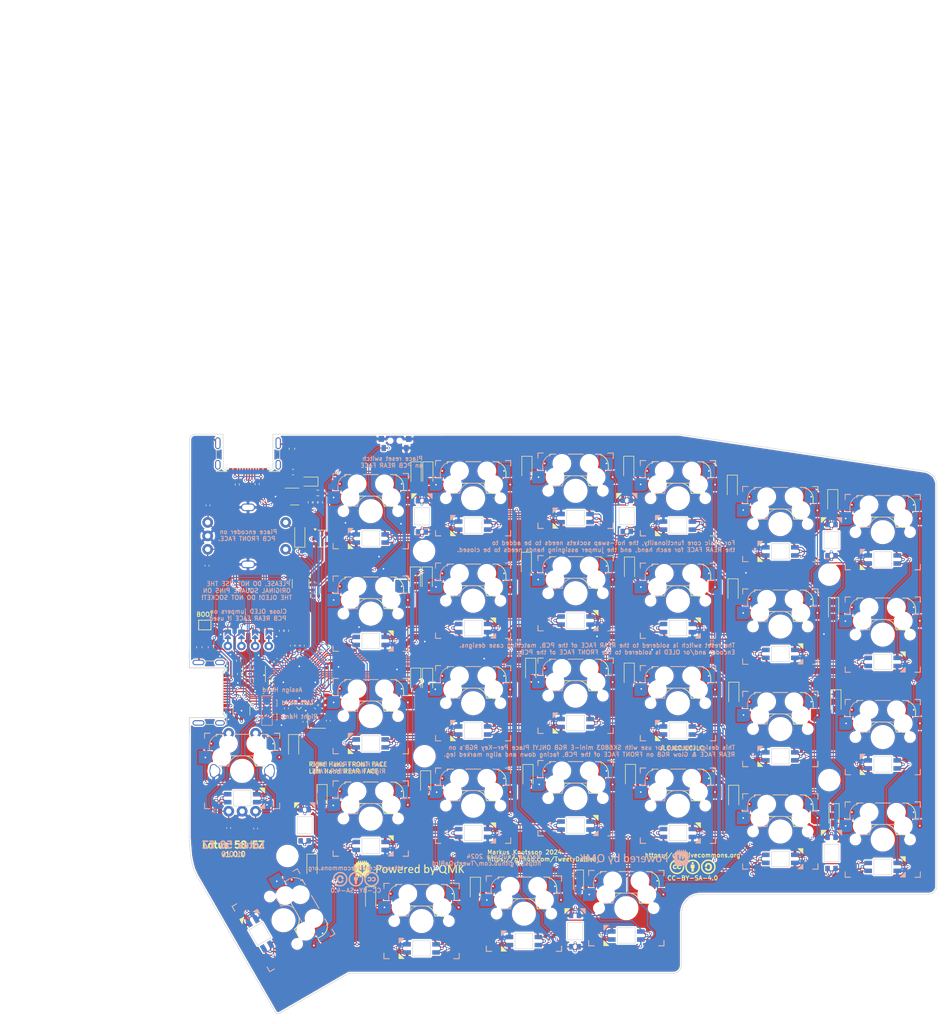
<source format=kicad_pcb>
(kicad_pcb (version 20240108) (generator "pcbnew") (generator_version "8.0")
  (title_block (title "Lotus 58 EZ") (date "2024-04-02") (rev "v1.0.0") (company "Markus Knutsson <markus.knutsson@tweety.se>") (comment 1 "https://github.com/TweetyDaBird") (comment 2 "Licensed under Creative Commons BY-SA 4.0 International "))
  (layers (0 "F.Cu" signal) (31 "B.Cu" signal) (34 "B.Paste" user) (35 "F.Paste" user) (36 "B.SilkS" user "B.Silkscreen") (37 "F.SilkS" user "F.Silkscreen") (38 "B.Mask" user) (39 "F.Mask" user) (44 "Edge.Cuts" user))
  (net 0 "")
  (net 1 "Net-(D1-A)")
  (net 2 "row4")
  (net 3 "Net-(D2-A)")
  (net 4 "Net-(D3-A)")
  (net 5 "row0")
  (net 6 "Net-(D4-A)")
  (net 7 "row1")
  (net 8 "Net-(D5-A)")
  (net 9 "row2")
  (net 10 "Net-(D6-A)")
  (net 11 "row3")
  (net 12 "Net-(D7-A)")
  (net 13 "Net-(D8-A)")
  (net 14 "Net-(D9-A)")
  (net 15 "Net-(D10-A)")
  (net 16 "Net-(D11-A)")
  (net 17 "Net-(D12-A)")
  (net 18 "Net-(D13-A)")
  (net 19 "Net-(D14-A)")
  (net 20 "Net-(D15-A)")
  (net 21 "Net-(D16-A)")
  (net 22 "Net-(D17-A)")
  (net 23 "Net-(D18-A)")
  (net 24 "Net-(D19-A)")
  (net 25 "Net-(D20-A)")
  (net 26 "Net-(D21-A)")
  (net 27 "Net-(D22-A)")
  (net 28 "Net-(D23-A)")
  (net 29 "Net-(D24-A)")
  (net 30 "Net-(D26-A)")
  (net 31 "Net-(D27-A)")
  (net 32 "Net-(D28-A)")
  (net 33 "GND")
  (net 34 "col0")
  (net 35 "col1")
  (net 36 "col2")
  (net 37 "col3")
  (net 38 "col4")
  (net 39 "col5")
  (net 40 "SDA")
  (net 41 "SCL")
  (net 42 "RESET")
  (net 43 "Net-(D29-A)")
  (net 44 "Net-(D30-A)")
  (net 45 "Hand")
  (net 46 "Alt")
  (net 51 "Net-(LED1-DOUT)")
  (net 52 "Net-(LED2-DOUT)")
  (net 53 "Net-(LED3-DOUT)")
  (net 54 "Net-(LED4-DOUT)")
  (net 55 "Net-(LED5-DOUT)")
  (net 56 "Net-(LED12-DIN)")
  (net 57 "Net-(LED13-DIN)")
  (net 58 "Net-(LED7-DIN)")
  (net 59 "Net-(LED8-DIN)")
  (net 60 "Net-(LED10-DOUT)")
  (net 61 "Net-(LED10-DIN)")
  (net 62 "Net-(LED11-DIN)")
  (net 63 "Net-(LED13-DOUT)")
  (net 64 "Net-(LED14-DOUT)")
  (net 65 "Net-(LED15-DOUT)")
  (net 66 "Net-(LED16-DOUT)")
  (net 67 "Net-(LED17-DOUT)")
  (net 68 "Net-(LED18-DOUT)")
  (net 69 "Net-(LED19-DOUT)")
  (net 70 "Net-(LED19-DIN)")
  (net 71 "Net-(LED20-DIN)")
  (net 72 "Net-(LED21-DIN)")
  (net 73 "Net-(LED22-DIN)")
  (net 74 "Net-(LED23-DIN)")
  (net 75 "Net-(LED25-DOUT)")
  (net 76 "Net-(LED26-DOUT)")
  (net 77 "Net-(LED27-DOUT)")
  (net 78 "Net-(LED28-DOUT)")
  (net 79 "Net-(LED30-DOUT)")
  (net 80 "Net-(LED31-DOUT)")
  (net 81 "Net-(LED32-DOUT)")
  (net 82 "Net-(LED33-DOUT)")
  (net 83 "Net-(LED34-DOUT)")
  (net 84 "RGB_LINK")
  (net 86 "/VCC_LINK")
  (net 109 "+3V3")
  (net 110 "Net-(U4-XIN)")
  (net 111 "Net-(C5-Pad1)")
  (net 112 "+5V")
  (net 113 "+1V1")
  (net 114 "Net-(ZD1-K)")
  (net 115 "VBUS")
  (net 116 "Net-(FB3-Pad1)")
  (net 117 "D+")
  (net 118 "Net-(J1-CC2)")
  (net 121 "D-")
  (net 122 "Net-(J1-CC1)")
  (net 123 "Net-(U3-~{CS})")
  (net 124 "Net-(U4-XOUT)")
  (net 125 "/DP")
  (net 126 "/DN")
  (net 127 "/VBUS_DETECT")
  (net 128 "Net-(R10-Pad2)")
  (net 129 "Net-(U3-DI(IO0))")
  (net 130 "Net-(U3-DO(IO1))")
  (net 131 "Net-(U3-IO2)")
  (net 132 "Net-(U3-CLK)")
  (net 133 "Net-(U3-IO3)")
  (net 134 "RX")
  (net 135 "TX")
  (net 136 "RGB")
  (net 142 "RGB_5")
  (net 143 "Earth_Protective")
  (net 146 "Net-(JP3-C)")
  (net 154 "Net-(JP1-B)")
  (net 155 "Enc2B")
  (net 156 "Enc2A")
  (net 157 "Enc1B")
  (net 158 "Enc1A")
  (footprint "Diode_SMD:Nexperia_CFP3_SOD-123W" (layer "F.Cu") (at 122.83 43.08 -90)
    (property "Reference" "D1" (hide yes))
    (property "Value" "1N4148W")
  )
  (footprint "Diode_SMD:Nexperia_CFP3_SOD-123W" (layer "F.Cu") (at 143.45 42.06 -90)
    (property "Reference" "D3" (hide yes))
    (property "Value" "1N4148W")
  )
  (footprint "Diode_SMD:Nexperia_CFP3_SOD-123W" (layer "F.Cu") (at 162.4 42.04 -90)
    (property "Reference" "D4" (hide yes))
    (property "Value" "1N4148W")
  )
  (footprint "Diode_SMD:Nexperia_CFP3_SOD-123W" (layer "F.Cu") (at 200.36 48.24 -90)
    (property "Reference" "D6" (hide yes))
    (property "Value" "1N4148W")
  )
  (footprint "Diode_SMD:Nexperia_CFP3_SOD-123W" (layer "F.Cu") (at 143.34 59.9 -90)
    (property "Reference" "D9" (hide yes))
    (property "Value" "1N4148W")
  )
  (footprint "Diode_SMD:Nexperia_CFP3_SOD-123W" (layer "F.Cu") (at 162.54 60.78 -90)
    (property "Reference" "D10" (hide yes))
    (property "Value" "1N4148W")
  )
  (footprint "Diode_SMD:Nexperia_CFP3_SOD-123W" (layer "F.Cu") (at 181.81 64.83 -90)
    (property "Reference" "D11" (hide yes))
    (property "Value" "1N4148W")
  )
  (footprint "Diode_SMD:Nexperia_CFP3_SOD-123W" (layer "F.Cu") (at 200.5 68.31 -90)
    (property "Reference" "D12" (hide yes))
    (property "Value" "1N4148W")
  )
  (footprint "Diode_SMD:Nexperia_CFP3_SOD-123W" (layer "F.Cu") (at 122.77 81.44 -90)
    (property "Reference" "D13" (hide yes))
    (property "Value" "1N4148W")
  )
  (footprint "Diode_SMD:Nexperia_CFP3_SOD-123W" (layer "F.Cu") (at 124.97 81.46 -90)
    (property "Reference" "D14" (hide yes))
    (property "Value" "1N4148W")
  )
  (footprint "Diode_SMD:Nexperia_CFP3_SOD-123W" (layer "F.Cu") (at 144.16 79.61 -90)
    (property "Reference" "D15" (hide yes))
    (property "Value" "1N4148W")
  )
  (footprint "Diode_SMD:Nexperia_CFP3_SOD-123W" (layer "F.Cu") (at 162.49 80.5025 -90)
    (property "Reference" "D16" (hide yes))
    (property "Value" "1N4148W")
  )
  (footprint "Diode_SMD:Nexperia_CFP3_SOD-123W" (layer "F.Cu") (at 200.95 85.44 -90)
    (property "Reference" "D18" (hide yes))
    (property "Value" "1N4148W")
  )
  (footprint "Diode_SMD:Nexperia_CFP3_SOD-123W" (layer "F.Cu") (at 105.34 103.08 -90)
    (property "Reference" "D19" (hide yes))
    (property "Value" "1N4148W")
  )
  (footprint "Diode_SMD:Nexperia_CFP3_SOD-123W" (layer "F.Cu") (at 124.61 100.52 -90)
    (property "Reference" "D20" (hide yes))
    (property "Value" "1N4148W")
  )
  (footprint "Diode_SMD:Nexperia_CFP3_SOD-123W" (layer "F.Cu") (at 143.66 99.34 -90)
    (property "Reference" "D21" (hide yes))
    (property "Value" "1N4148W")
  )
  (footprint "Diode_SMD:Nexperia_CFP3_SOD-123W" (layer "F.Cu") (at 162.73 99.33 -90)
    (property "Reference" "D22" (hide yes))
    (property "Value" "1N4148W")
  )
  (footprint "Diode_SMD:Nexperia_CFP3_SOD-123W" (layer "F.Cu") (at 181.92 103.2125 -90)
    (property "Reference" "D23" (hide yes))
    (property "Value" "1N4148W")
  )
  (footprint "Diode_SMD:Nexperia_CFP3_SOD-123W" (layer "F.Cu") (at 103.47 116.01 -90)
    (property "Reference" "D26" (hide yes))
    (property "Value" "1N4148W")
  )
  (footprint "Diode_SMD:Nexperia_CFP3_SOD-123W" (layer "F.Cu") (at 114.38 122.09 -90)
    (property "Reference" "D27" (hide yes))
    (property "Value" "1N4148W")
  )
  (footprint "Keyboard Common:Spacer PCB hole" (layer "F.Cu") (at 124.32538 57.40908)
    (property "Reference" "TH1" (hide yes))
    (property "Value" "HOLE" (hide yes))
  )
  (footprint "Keyboard Common:Spacer PCB hole" (layer "F.Cu") (at 199.7 61.8)
    (property "Reference" "TH2" (hide yes))
    (property "Value" "HOLE" (hide yes))
  )
  (footprint "Keyboard Common:Spacer PCB hole" (layer "F.Cu") (at 124.3965 95.5675)
    (property "Reference" "TH3" (hide yes))
    (property "Value" "HOLE" (hide yes))
  )
  (footprint "Keyboard Common:Spacer PCB hole" (layer "F.Cu") (at 199.7 100)
    (property "Reference" "TH4" (hide yes))
    (property "Value" "HOLE" (hide yes))
  )
  (footprint "Keyboard Common:Spacer PCB hole" (layer "F.Cu") (at 98.8949 114.1095 90)
    (property "Reference" "TH5" (hide yes))
    (property "Value" "HOLE" (hide yes))
  )
  (footprint "Keyboard Switches:SW_MX_HotSwap_Reversible" (layer "F.Cu") (at 133.45 47.6)
    (property "Reference" "SW2" (hide yes))
    (property "Value" "Kailh hotswap MX socket" (hide yes))
  )
  (footprint "Keyboard Switches:SW_MX_HotSwap_Reversible" (layer "F.Cu") (at 152.5 46.21)
    (property "Reference" "SW3" (hide yes))
    (property "Value" "Kailh hotswap MX socket" (hide yes))
  )
  (footprint "Keyboard Switches:SW_MX_HotSwap_Reversible" (layer "F.Cu") (at 171.55 47.6)
    (property "Reference" "SW4" (hide yes))
    (property "Value" "Kailh hotswap MX socket" (hide yes))
  )
  (footprint "Keyboard Switches:SW_MX_HotSwap_Reversible" (layer "F.Cu") (at 209.65 53.9)
    (property "Reference" "SW6" (hide yes))
    (property "Value" "Kailh hotswap MX socket" (hide yes))
  )
  (footprint "Keyboard Switches:SW_MX_HotSwap_Reversible" (layer "F.Cu") (at 114.4 69.05)
    (property "Reference" "SW7" (hide yes))
    (property "Value" "Kailh hotswap MX socket" (hide yes))
  )
  (footprint "Keyboard Switches:SW_MX_HotSwap_Reversible" (layer "F.Cu") (at 152.5 65.26)
    (property "Reference" "SW9" (hide yes))
    (property "Value" "Kailh hotswap MX socket" (hide yes))
  )
  (footprint "Keyboard Switches:SW_MX_HotSwap_Reversible" (layer "F.Cu") (at 171.55 66.65)
    (property "Reference" "SW10" (hide yes))
    (property "Value" "Kailh hotswap MX socket" (hide yes))
  )
  (footprint "Keyboard Switches:SW_MX_HotSwap_Reversible" (layer "F.Cu") (at 190.6 71.45)
    (property "Reference" "SW11" (hide yes))
    (property "Value" "Kailh hotswap MX socket" (hide yes))
  )
  (footprint "Keyboard Switches:SW_MX_HotSwap_Reversible" (layer "F.Cu") (at 209.65 72.95)
    (property "Reference" "SW12" (hide yes))
    (property "Value" "Kailh hotswap MX socket" (hide yes))
  )
  (footprint "Keyboard Switches:SW_MX_HotSwap_Reversible" (layer "F.Cu") (at 114.4 88.1)
    (property "Reference" "SW13" (hide yes))
    (property "Value" "Kailh hotswap MX socket" (hide yes))
  )
  (footprint "Keyboard Switches:SW_MX_HotSwap_Reversible" (layer "F.Cu") (at 133.45 85.7)
    (property "Reference" "SW14" (hide yes))
    (property "Value" "Kailh hotswap MX socket" (hide yes))
  )
  (footprint "Keyboard Switches:SW_MX_HotSwap_Reversible" (layer "F.Cu") (at 152.5 84.31)
    (property "Reference" "SW15" (hide yes))
    (property "Value" "Kailh hotswap MX socket" (hide yes))
  )
  (footprint "Keyboard Switches:SW_MX_HotSwap_Reversible" (layer "F.Cu") (at 190.6 90.5)
    (property "Reference" "SW17" (hide yes))
    (property "Value" "Kailh hotswap MX socket" (hide yes))
  )
  (footprint "Keyboard Switches:SW_MX_HotSwap_Reversible" (layer "F.Cu") (at 209.65 92)
    (property "Reference" "SW18" (hide yes))
    (property "Value" "Kailh hotswap MX socket" (hide yes))
  )
  (footprint "Keyboard Switches:SW_MX_HotSwap_Reversible" (layer "F.Cu") (at 114.4 107.15)
    (property "Reference" "SW19" (hide yes))
    (property "Value" "Kailh hotswap MX socket" (hide yes))
  )
  (footprint "Keyboard Switches:SW_MX_HotSwap_Reversible" (layer "F.Cu") (at 133.45 104.75)
    (property "Reference" "SW20" (hide yes))
    (property "Value" "Kailh hotswap MX socket" (hide yes))
  )
  (footprint "Keyboard Switches:SW_MX_HotSwap_Reversible" (layer "F.Cu") (at 152.5 103.36)
    (property "Reference" "SW21" (hide yes))
    (property "Value" "Kailh hotswap MX socket" (hide yes))
  )
  (footprint "Keyboard Switches:SW_MX_HotSwap_Reversible" (layer "F.Cu") (at 171.55 104.75)
    (property "Reference" "SW22" (hide yes))
    (property "Value" "Kailh hotswap MX socket" (hide yes))
  )
  (footprint "Keyboard Switches:SW_MX_HotSwap_Reversible" (layer "F.Cu") (at 190.6 109.55)
    (property "Reference" "SW23" (hide yes))
    (property "Value" "Kailh hotswap MX socket" (hide yes))
  )
  (footprint "Keyboard Switches:SW_MX_HotSwap_Reversible" (layer "F.Cu") (at 123.85 126.2)
    (property "Reference" "SW27" (hide yes))
    (property "Value" "Kailh hotswap MX socket" (hide yes))
  )
  (footprint "Keyboard Switches:SW_MX_HotSwap_Reversible" (layer "F.Cu") (at 142.8977 124.8283)
    (property "Reference" "SW28" (hide yes))
    (property "Value" "Kailh hotswap MX socket" (hide yes))
  )
  (footprint "Keyboard Switches:SW_MX_HotSwap_Reversible" (layer "F.Cu") (at 161.95 123.8)
    (property "Reference" "SW29" (hide yes))
    (property "Value" "Kailh hotswap MX socket" (hide yes))
  )
  (footprint "Keyboard Switches:SW_MX_HotSwap_Reversible" (layer "F.Cu") (at 114.4 50)
    (property "Reference" "SW1" (hide yes))
    (property "Value" "Kailh hotswap MX socket" (hide yes))
  )
  (footprint "Diode_SMD:Nexperia_CFP3_SOD-123W" (layer "F.Cu") (at 200.59 106.63 -90)
    (property "Reference" "D24" (hide yes))
    (property "Value" "1N4148W")
  )
  (footprint "Keyboard Switches:SW_MX_HotSwap_Reversible_FOR encoder" (layer "F.Cu") (at 90.4748 98.2853)
    (property "Reference" "SW25" (hide yes))
    (property "Value" "Kailh hotswap MX socket" (hide yes))
  )
  (footprint "Keyboard Switches:SW_MX_HotSwap_Reversible" (layer "F.Cu") (at 209.65 111.05)
    (property "Reference" "SW24" (hide yes))
    (property "Value" "Kailh hotswap MX socket" (hide yes))
  )
  (footprint "Diode_SMD:Nexperia_CFP3_SOD-123W" (layer "F.Cu") (at 122.7 62.6325 -90)
    (property "Reference" "D7" (hide yes))
    (property "Value" "1N4148W")
  )
  (footprint "Diode_SMD:Nexperia_CFP3_SOD-123W" (layer "F.Cu") (at 124.91 62.63 -90)
    (property "Reference" "D8" (hide yes))
    (property "Value" "1N4148W")
  )
  (footprint "Capacitor_SMD:C_0402_1005Metric" (layer "F.Cu") (at 87.97 108.89 90)
    (property "Reference" "C1" (hide yes))
    (property "Value" "100nF")
  )
  (footprint "Capacitor_SMD:C_0402_1005Metric" (layer "F.Cu") (at 92.99 108.99 -90)
    (property "Reference" "C2" (hide yes))
    (property "Value" "100nF")
  )
  (footprint "Keyboard Switches:SW_MX_HotSwap_Reversible" (layer "F.Cu") (at 98.171 126.0475 -60)
    (property "Reference" "SW26" (hide yes))
    (property "Value" "Kailh hotswap MX socket" (hide yes))
  )
  (footprint "Diode_SMD:Nexperia_CFP3_SOD-123W" (layer "F.Cu") (at 133.86 120.31 -90)
    (property "Reference" "D28" (hide yes))
    (property "Value" "1N4148W")
  )
  (footprint "Diode_SMD:Nexperia_CFP3_SOD-123W" (layer "F.Cu") (at 153.04 118.9725 -90)
    (property "Reference" "D29" (hide yes))
    (property "Value" "1N4148W")
  )
  (footprint "Keyboard Switches:SW_MX_HotSwap_Reversible" (layer "F.Cu") (at 171.55 85.7)
    (property "Reference" "SW16" (hide yes))
    (property "Value" "Kailh hotswap MX socket" (hide yes))
  )
  (footprint "Diode_SMD:Nexperia_CFP3_SOD-123W" (layer "F.Cu") (at 125.03 43.08 -90)
    (property "Reference" "D2" (hide yes))
    (property "Value" "1N4148W")
  )
  (footprint "Keyboard Common:SSD1306-0.91-OLED-4pin-128x32 doublesided" (layer "F.Cu") (at 91.62 56.59 -90)
    (property "Reference" "P1" (hide yes))
    (property "Value" "OLED")
  )
  (footprint "Diode_SMD:Nexperia_CFP3_SOD-123W" (layer "F.Cu") (at 181.66 45.56 -90)
    (property "Reference" "D5" (hide yes))
    (property "Value" "1N4148W")
  )
  (footprint "Keyboard RGB:MX_SK6812MINI-E_REVERSIBLE_special_v2" (layer "F.Cu") (at 200.125 113.522 90)
    (property "Reference" "LED33" (hide yes))
    (property "Value" "SK6812MINI-E" (hide yes))
    (fp_line (start 1.609999 -1.41) (end 1.609999 1.41) (stroke (width 0.1)) (layer "Edge.Cuts"))
    (fp_line (start -1.609999 -1.41) (end 1.609999 -1.41) (stroke (width 0.1)) (layer "Edge.Cuts"))
    (fp_line (start 1.609999 1.41) (end -1.609999 1.41) (stroke (width 0.1)) (layer "Edge.Cuts"))
    (fp_line (start -1.609999 1.41) (end -1.609999 -1.41) (stroke (width 0.1)) (layer "Edge.Cuts"))
  )
  (footprint "Keyboard RGB:MX_SK6812MINI-E_REVERSIBLE_special_v2" (layer "F.Cu") (at 152.4 128.0795 90)
    (property "Reference" "LED34" (hide yes))
    (property "Value" "SK6812MINI-E" (hide yes))
    (fp_line (start 1.609999 -1.41) (end 1.609999 1.41) (stroke (width 0.1)) (layer "Edge.Cuts"))
    (fp_line (start -1.609999 -1.41) (end 1.609999 -1.41) (stroke (width 0.1)) (layer "Edge.Cuts"))
    (fp_line (start 1.609999 1.41) (end -1.609999 1.41) (stroke (width 0.1)) (layer "Edge.Cuts"))
    (fp_line (start -1.609999 1.41) (end -1.609999 -1.41) (stroke (width 0.1)) (layer "Edge.Cuts"))
  )
  (footprint "Keyboard RGB:MX_SK6812MINI-E_REVERSIBLE_special_v2" (layer "F.Cu") (at 102.108 108.3945 90)
    (property "Reference" "LED35" (hide yes))
    (property "Value" "SK6812MINI-E" (hide yes))
    (fp_line (start 1.609999 -1.41) (end 1.609999 1.41) (stroke (width 0.1)) (layer "Edge.Cuts"))
    (fp_line (start -1.609999 -1.41) (end 1.609999 -1.41) (stroke (width 0.1)) (layer "Edge.Cuts"))
    (fp_line (start 1.609999 1.41) (end -1.609999 1.41) (stroke (width 0.1)) (layer "Edge.Cuts"))
    (fp_line (start -1.609999 1.41) (end -1.609999 -1.41) (stroke (width 0.1)) (layer "Edge.Cuts"))
  )
  (footprint "Keyboard RGB:MX_SK6812MINI-E_REVERSIBLE_special_v2" (layer "F.Cu") (at 200.122 55.396 90)
    (property "Reference" "LED32" (hide yes))
    (property "Value" "SK6812MINI-E" (hide yes))
    (fp_line (start 1.609999 -1.41) (end 1.609999 1.41) (stroke (width 0.1)) (layer "Edge.Cuts"))
    (fp_line (start -1.609999 -1.41) (end 1.609999 -1.41) (stroke (width 0.1)) (layer "Edge.Cuts"))
    (fp_line (start 1.609999 1.41) (end -1.609999 1.41) (stroke (width 0.1)) (layer "Edge.Cuts"))
    (fp_line (start -1.609999 1.41) (end -1.609999 -1.41) (stroke (width 0.1)) (layer "Edge.Cuts"))
  )
  (footprint "Keyboard RGB:MX_SK6812MINI-E_REVERSIBLE_special_v2" (layer "F.Cu") (at 123.9235 50.951 90)
    (property "Reference" "LED30" (hide yes))
    (property "Value" "SK6812MINI-E" (hide yes))
    (fp_line (start 1.609999 -1.41) (end 1.609999 1.41) (stroke (width 0.1)) (layer "Edge.Cuts"))
    (fp_line (start -1.609999 -1.41) (end 1.609999 -1.41) (stroke (width 0.1)) (layer "Edge.Cuts"))
    (fp_line (start 1.609999 1.41) (end -1.609999 1.41) (stroke (width 0.1)) (layer "Edge.Cuts"))
    (fp_line (start -1.609999 1.41) (end -1.609999 -1.41) (stroke (width 0.1)) (layer "Edge.Cuts"))
  )
  (footprint "Diode_SMD:Nexperia_CFP3_SOD-123W" (layer "F.Cu") (at 181.95 84.05 -90)
    (property "Reference" "D17" (hide yes))
    (property "Value" "1N4148W")
  )
  (footprint "Keyboard Encoders:Encoder_Alps_EC11E_Small" (layer "F.Cu") (at 91.567 54.594)
    (property "Reference" "SW30" (hide yes))
    (property "Value" "Rotary_Encoder_Switch" (hide yes))
  )
  (footprint "Diode_SMD:Nexperia_CFP3_SOD-123W" (layer "F.Cu") (at 100.05 93.79 -90)
    (property "Reference" "D25" (hide yes))
    (property "Value" "1N4148W")
  )
  (footprint "Keyboard Switches:SW_MX_HotSwap_Reversible" (layer "F.Cu") (at 190.6 52.4)
    (property "Reference" "SW5" (hide yes))
    (property "Value" "Kailh hotswap MX socket" (hide yes))
  )
  (footprint "Keyboard Encoders:Encoder_Alps_EC11E_Small" (layer "F.Cu") (at 90.4748 98.2853 90)
    (property "Reference" "SW31" (hide yes))
    (property "Value" "Rotary_Encoder_Switch" (hide yes))
  )
  (footprint "Keyboard RGB:MX_SK6812MINI-E_REVERSIBLE_special_v2" (layer "F.Cu") (at 162.0285 50.8875 90)
    (property "Reference" "LED31" (hide yes))
    (property "Value" "SK6812MINI-E" (hide yes))
    (fp_line (start 1.609999 -1.41) (end 1.609999 1.41) (stroke (width 0.1)) (layer "Edge.Cuts"))
    (fp_line (start -1.609999 -1.41) (end 1.609999 -1.41) (stroke (width 0.1)) (layer "Edge.Cuts"))
    (fp_line (start 1.609999 1.41) (end -1.609999 1.41) (stroke (width 0.1)) (layer "Edge.Cuts"))
    (fp_line (start -1.609999 1.41) (end -1.609999 -1.41) (stroke (width 0.1)) (layer "Edge.Cuts"))
  )
  (footprint "Keyboard Switches:SW_MX_HotSwap_Reversible" (layer "F.Cu") (at 133.45 66.65)
    (property "Reference" "SW8" (hide yes))
    (property "Value" "Kailh hotswap MX socket" (hide yes))
  )
  (footprint "Keyboard RGB:MX_SK6812MINI-E_REVERSIBLE" (layer "F.Cu") (at 114.4 55.08 180)
    (property "Reference" "LED1" (hide yes))
    (property "Value" "SK6812MINI-E")
    (fp_line (start 1.65 1.45) (end -1.65 1.45) (stroke (width 0.1)) (layer "Edge.Cuts"))
    (fp_line (start 1.65 -1.45) (end 1.65 1.45) (stroke (width 0.1)) (layer "Edge.Cuts"))
    (fp_line (start -1.65 1.45) (end -1.65 -1.45) (stroke (width 0.1)) (layer "Edge.Cuts"))
    (fp_line (start -1.65 -1.45) (end 1.65 -1.45) (stroke (width 0.1)) (layer "Edge.Cuts"))
  )
  (footprint "Keyboard RGB:MX_SK6812MINI-E_REVERSIBLE" (layer "F.Cu") (at 133.45 52.68 180)
    (property "Reference" "LED2" (hide yes))
    (property "Value" "SK6812MINI-E")
    (fp_line (start 1.65 1.45) (end -1.65 1.45) (stroke (width 0.1)) (layer "Edge.Cuts"))
    (fp_line (start 1.65 -1.45) (end 1.65 1.45) (stroke (width 0.1)) (layer "Edge.Cuts"))
    (fp_line (start -1.65 1.45) (end -1.65 -1.45) (stroke (width 0.1)) (layer "Edge.Cuts"))
    (fp_line (start -1.65 -1.45) (end 1.65 -1.45) (stroke (width 0.1)) (layer "Edge.Cuts"))
  )
  (footprint "Keyboard RGB:MX_SK6812MINI-E_REVERSIBLE" (layer "F.Cu") (at 152.5 51.29 180)
    (property "Reference" "LED3" (hide yes))
    (property "Value" "SK6812MINI-E")
    (fp_line (start 1.65 1.45) (end -1.65 1.45) (stroke (width 0.1)) (layer "Edge.Cuts"))
    (fp_line (start 1.65 -1.45) (end 1.65 1.45) (stroke (width 0.1)) (layer "Edge.Cuts"))
    (fp_line (start -1.65 1.45) (end -1.65 -1.45) (stroke (width 0.1)) (layer "Edge.Cuts"))
    (fp_line (start -1.65 -1.45) (end 1.65 -1.45) (stroke (width 0.1)) (layer "Edge.Cuts"))
  )
  (footprint "Keyboard RGB:MX_SK6812MINI-E_REVERSIBLE" (layer "F.Cu") (at 171.55 52.68 180)
    (property "Reference" "LED4" (hide yes))
    (property "Value" "SK6812MINI-E")
    (fp_line (start 1.65 1.45) (end -1.65 1.45) (stroke (width 0.1)) (layer "Edge.Cuts"))
    (fp_line (start 1.65 -1.45) (end 1.65 1.45) (stroke (width 0.1)) (layer "Edge.Cuts"))
    (fp_line (start -1.65 1.45) (end -1.65 -1.45) (stroke (width 0.1)) (layer "Edge.Cuts"))
    (fp_line (start -1.65 -1.45) (end 1.65 -1.45) (stroke (width 0.1)) (layer "Edge.Cuts"))
  )
  (footprint "Keyboard RGB:MX_SK6812MINI-E_REVERSIBLE" (layer "F.Cu") (at 190.6 57.48 180)
    (property "Reference" "LED5" (hide yes))
    (property "Value" "SK6812MINI-E")
    (fp_line (start 1.65 1.45) (end -1.65 1.45) (stroke (width 0.1)) (layer "Edge.Cuts"))
    (fp_line (start 1.65 -1.45) (end 1.65 1.45) (stroke (width 0.1)) (layer "Edge.Cuts"))
    (fp_line (start -1.65 1.45) (end -1.65 -1.45) (stroke (width 0.1)) (layer "Edge.Cuts"))
    (fp_line (start -1.65 -1.45) (end 1.65 -1.45) (stroke (width 0.1)) (layer "Edge.Cuts"))
  )
  (footprint "Keyboard RGB:MX_SK6812MINI-E_REVERSIBLE" (layer "F.Cu") (at 209.65 58.98 180)
    (property "Reference" "LED6" (hide yes))
    (property "Value" "SK6812MINI-E")
    (fp_line (start 1.65 1.45) (end -1.65 1.45) (stroke (width 0.1)) (layer "Edge.Cuts"))
    (fp_line (start 1.65 -1.45) (end 1.65 1.45) (stroke (width 0.1)) (layer "Edge.Cuts"))
    (fp_line (start -1.65 1.45) (end -1.65 -1.45) (stroke (width 0.1)) (layer "Edge.Cuts"))
    (fp_line (start -1.65 -1.45) (end 1.65 -1.45) (stroke (width 0.1)) (layer "Edge.Cuts"))
  )
  (footprint "Keyboard RGB:MX_SK6812MINI-E_REVERSIBLE" (layer "F.Cu") (at 114.4 74.13)
    (property "Reference" "LED7" (hide yes))
    (property "Value" "SK6812MINI-E")
    (fp_line (start -1.65 -1.45) (end 1.65 -1.45) (stroke (width 0.1)) (layer "Edge.Cuts"))
    (fp_line (start -1.65 1.45) (end -1.65 -1.45) (stroke (width 0.1)) (layer "Edge.Cuts"))
    (fp_line (start 1.65 -1.45) (end 1.65 1.45) (stroke (width 0.1)) (layer "Edge.Cuts"))
    (fp_line (start 1.65 1.45) (end -1.65 1.45) (stroke (width 0.1)) (layer "Edge.Cuts"))
  )
  (footprint "Keyboard RGB:MX_SK6812MINI-E_REVERSIBLE" (layer "F.Cu") (at 133.45 71.73)
    (property "Reference" "LED8" (hide yes))
    (property "Value" "SK6812MINI-E")
    (fp_line (start -1.65 -1.45) (end 1.65 -1.45) (stroke (width 0.1)) (layer "Edge.Cuts"))
    (fp_line (start -1.65 1.45) (end -1.65 -1.45) (stroke (width 0.1)) (layer "Edge.Cuts"))
    (fp_line (start 1.65 -1.45) (end 1.65 1.45) (stroke (width 0.1)) (layer "Edge.Cuts"))
    (fp_line (start 1.65 1.45) (end -1.65 1.45) (stroke (width 0.1)) (layer "Edge.Cuts"))
  )
  (footprint "Keyboard RGB:MX_SK6812MINI-E_REVERSIBLE" (layer "F.Cu") (at 152.5 70.34)
    (property "Reference" "LED9" (hide yes))
    (property "Value" "SK6812MINI-E")
    (fp_line (start -1.65 -1.45) (end 1.65 -1.45) (stroke (width 0.1)) (layer "Edge.Cuts"))
    (fp_line (start -1.65 1.45) (end -1.65 -1.45) (stroke (width 0.1)) (layer "Edge.Cuts"))
    (fp_line (start 1.65 -1.45) (end 1.65 1.45) (stroke (width 0.1)) (layer "Edge.Cuts"))
    (fp_line (start 1.65 1.45) (end -1.65 1.45) (stroke (width 0.1)) (layer "Edge.Cuts"))
  )
  (footprint "Keyboard RGB:MX_SK6812MINI-E_REVERSIBLE" (layer "F.Cu") (at 171.55 71.73)
    (property "Reference" "LED10" (hide yes))
    (property "Value" "SK6812MINI-E")
    (fp_line (start -1.65 -1.45) (end 1.65 -1.45) (stroke (width 0.1)) (layer "Edge.Cuts"))
    (fp_line (start -1.65 1.45) (end -1.65 -1.45) (stroke (width 0.1)) (layer "Edge.Cuts"))
    (fp_line (start 1.65 -1.45) (end 1.65 1.45) (stroke (width 0.1)) (layer "Edge.Cuts"))
    (fp_line (start 1.65 1.45) (end -1.65 1.45) (stroke (width 0.1)) (layer "Edge.Cuts"))
  )
  (footprint "Keyboard RGB:MX_SK6812MINI-E_REVERSIBLE" (layer "F.Cu") (at 190.6 76.53)
    (property "Reference" "LED11" (hide yes))
    (property "Value" "SK6812MINI-E")
    (fp_line (start -1.65 -1.45) (end 1.65 -1.45) (stroke (width 0.1)) (layer "Edge.Cuts"))
    (fp_line (start -1.65 1.45) (end -1.65 -1.45) (stroke (width 0.1)) (layer "Edge.Cuts"))
    (fp_line (start 1.65 -1.45) (end 1.65 1.45) (stroke (width 0.1)) (layer "Edge.Cuts"))
    (fp_line (start 1.65 1.45) (end -1.65 1.45) (stroke (width 0.1)) (layer "Edge.Cuts"))
  )
  (footprint "Keyboard RGB:MX_SK6812MINI-E_REVERSIBLE" (layer "F.Cu") (at 209.65 78.03)
    (property "Reference" "LED12" (hide yes))
    (property "Value" "SK6812MINI-E")
    (fp_line (start -1.65 -1.45) (end 1.65 -1.45) (stroke (width 0.1)) (layer "Edge.Cuts"))
    (fp_line (start -1.65 1.45) (end -1.65 -1.45) (stroke (width 0.1)) (layer "Edge.Cuts"))
    (fp_line (start 1.65 -1.45) (end 1.65 1.45) (stroke (width 0.1)) (layer "Edge.Cuts"))
    (fp_line (start 1.65 1.45) (end -1.65 1.45) (stroke (width 0.1)) (layer "Edge.Cuts"))
  )
  (footprint "Keyboard RGB:MX_SK6812MINI-E_REVERSIBLE" (layer "F.Cu") (at 114.4 93.18 180)
    (property "Reference" "LED13" (hide yes))
    (property "Value" "SK6812MINI-E")
    (fp_line (start 1.65 1.45) (end -1.65 1.45) (stroke (width 0.1)) (layer "Edge.Cuts"))
    (fp_line (start 1.65 -1.45) (end 1.65 1.45) (stroke (width 0.1)) (layer "Edge.Cuts"))
    (fp_line (start -1.65 1.45) (end -1.65 -1.45) (stroke (width 0.1)) (layer "Edge.Cuts"))
    (fp_line (start -1.65 -1.45) (end 1.65 -1.45) (stroke (width 0.1)) (layer "Edge.Cuts"))
  )
  (footprint "Keyboard RGB:MX_SK6812MINI-E_REVERSIBLE" (layer "F.Cu") (at 133.45 90.78 180)
    (property "Reference" "LED14" (hide yes))
    (property "Value" "SK6812MINI-E")
    (fp_line (start 1.65 1.45) (end -1.65 1.45) (stroke (width 0.1)) (layer "Edge.Cuts"))
    (fp_line (start 1.65 -1.45) (end 1.65 1.45) (stroke (width 0.1)) (layer "Edge.Cuts"))
    (fp_line (start -1.65 1.45) (end -1.65 -1.45) (stroke (width 0.1)) (layer "Edge.Cuts"))
    (fp_line (start -1.65 -1.45) (end 1.65 -1.45) (stroke (width 0.1)) (layer "Edge.Cuts"))
  )
  (footprint "Keyboard RGB:MX_SK6812MINI-E_REVERSIBLE" (layer "F.Cu") (at 152.5 89.39 180)
    (property "Reference" "LED15" (hide yes))
    (property "Value" "SK6812MINI-E")
    (fp_line (start 1.65 1.45) (end -1.65 1.45) (stroke (width 0.1)) (layer "Edge.Cuts"))
    (fp_line (start 1.65 -1.45) (end 1.65 1.45) (stroke (width 0.1)) (layer "Edge.Cuts"))
    (fp_line (start -1.65 1.45) (end -1.65 -1.45) (stroke (width 0.1)) (layer "Edge.Cuts"))
    (fp_line (start -1.65 -1.45) (end 1.65 -1.45) (stroke (width 0.1)) (layer "Edge.Cuts"))
  )
  (footprint "Keyboard RGB:MX_SK6812MINI-E_REVERSIBLE" (layer "F.Cu") (at 171.55 90.78 180)
    (property "Reference" "LED16" (hide yes))
    (property "Value" "SK6812MINI-E")
    (fp_line (start 1.65 1.45) (end -1.65 1.45) (stroke (width 0.1)) (layer "Edge.Cuts"))
    (fp_line (start 1.65 -1.45) (end 1.65 1.45) (stroke (width 0.1)) (layer "Edge.Cuts"))
    (fp_line (start -1.65 1.45) (end -1.65 -1.45) (stroke (width 0.1)) (layer "Edge.Cuts"))
    (fp_line (start -1.65 -1.45) (end 1.65 -1.45) (stroke (width 0.1)) (layer "Edge.Cuts"))
  )
  (footprint "Keyboard RGB:MX_SK6812MINI-E_REVERSIBLE" (layer "F.Cu") (at 190.6 95.58 180)
    (property "Reference" "LED17" (hide yes))
    (property "Value" "SK6812MINI-E")
    (fp_line (start 1.65 1.45) (end -1.65 1.45) (stroke (width 0.1)) (layer "Edge.Cuts"))
    (fp_line (start 1.65 -1.45) (end 1.65 1.45) (stroke (width 0.1)) (layer "Edge.Cuts"))
    (fp_line (start -1.65 1.45) (end -1.65 -1.45) (stroke (width 0.1)) (layer "Edge.Cuts"))
    (fp_line (start -1.65 -1.45) (end 1.65 -1.45) (stroke (width 0.1)) (layer "Edge.Cuts"))
  )
  (footprint "Keyboard RGB:MX_SK6812MINI-E_REVERSIBLE" (layer "F.Cu") (at 209.65 97.08 180)
    (property "Reference" "LED18" (hide yes))
    (property "Value" "SK6812MINI-E")
    (fp_line (start 1.65 1.45) (end -1.65 1.45) (stroke (width 0.1)) (layer "Edge.Cuts"))
    (fp_line (start 1.65 -1.45) (end 1.65 1.45) (stroke (width 0.1)) (layer "Edge.Cuts"))
    (fp_line (start -1.65 1.45) (end -1.65 -1.45) (stroke (width 0.1)) (layer "Edge.Cuts"))
    (fp_line (start -1.65 -1.45) (end 1.65 -1.45) (stroke (width 0.1)) (layer "Edge.Cuts"))
  )
  (footprint "Keyboard RGB:MX_SK6812MINI-E_REVERSIBLE" (layer "F.Cu") (at 114.4 112.23)
    (property "Reference" "LED19" (hide yes))
    (property "Value" "SK6812MINI-E")
    (fp_line (start -1.65 -1.45) (end 1.65 -1.45) (stroke (width 0.1)) (layer "Edge.Cuts"))
    (fp_line (start -1.65 1.45) (end -1.65 -1.45) (stroke (width 0.1)) (layer "Edge.Cuts"))
    (fp_line (start 1.65 -1.45) (end 1.65 1.45) (stroke (width 0.1)) (layer "Edge.Cuts"))
    (fp_line (start 1.65 1.45) (end -1.65 1.45) (stroke (width 0.1)) (layer "Edge.Cuts"))
  )
  (footprint "Keyboard RGB:MX_SK6812MINI-E_REVERSIBLE" (layer "F.Cu") (at 133.45 109.83)
    (property "Reference" "LED20" (hide yes))
    (property "Value" "SK6812MINI-E")
    (fp_line (start -1.65 -1.45) (end 1.65 -1.45) (stroke (width 0.1)) (layer "Edge.Cuts"))
    (fp_line (start -1.65 1.45) (end -1.65 -1.45) (stroke (width 0.1)) (layer "Edge.Cuts"))
    (fp_line (start 1.65 -1.45) (end 1.65 1.45) (stroke (width 0.1)) (layer "Edge.Cuts"))
    (fp_line (start 1.65 1.45) (end -1.65 1.45) (stroke (width 0.1)) (layer "Edge.Cuts"))
  )
  (footprint "Keyboard RGB:MX_SK6812MINI-E_REVERSIBLE" (layer "F.Cu") (at 152.5 108.44)
    (property "Reference" "LED21" (hide yes))
    (property "Value" "SK6812MINI-E")
    (fp_line (start -1.65 -1.45) (end 1.65 -1.45) (stroke (width 0.1)) (layer "Edge.Cuts"))
    (fp_line (start -1.65 1.45) (end -1.65 -1.45) (stroke (width 0.1)) (layer "Edge.Cuts"))
    (fp_line (start 1.65 -1.45) (end 1.65 1.45) (stroke (width 0.1)) (layer "Edge.Cuts"))
    (fp_line (start 1.65 1.45) (end -1.65 1.45) (stroke (width 0.1)) (layer "Edge.Cuts"))
  )
  (footprint "Keyboard RGB:MX_SK6812MINI-E_REVERSIBLE" (layer "F.Cu") (at 171.55 109.83)
    (property "Reference" "LED22" (hide yes))
    (property "Value" "SK6812MINI-E")
    (fp_line (start -1.65 -1.45) (end 1.65 -1.45) (stroke (width 0.1)) (layer "Edge.Cuts"))
    (fp_line (start -1.65 1.45) (end -1.65 -1.45) (stroke (width 0.1)) (layer "Edge.Cuts"))
    (fp_line (start 1.65 -1.45) (end 1.65 1.45) (stroke (width 0.1)) (layer "Edge.Cuts"))
    (fp_line (start 1.65 1.45) (end -1.65 1.45) (stroke (width 0.1)) (layer "Edge.Cuts"))
  )
  (footprint "Keyboard RGB:MX_SK6812MINI-E_REVERSIBLE" (layer "F.Cu") (at 190.6 114.63)
    (property "Reference" "LED23" (hide yes))
    (property "Value" "SK6812MINI-E")
    (fp_line (start -1.65 -1.45) (end 1.65 -1.45) (stroke (width 0.1)) (layer "Edge.Cuts"))
    (fp_line (start -1.65 1.45) (end -1.65 -1.45) (stroke (width 0.1)) (layer "Edge.Cuts"))
    (fp_line (start 1.65 -1.45) (end 1.65 1.45) (stroke (width 0.1)) (layer "Edge.Cuts"))
    (fp_line (start 1.65 1.45) (end -1.65 1.45) (stroke (width 0.1)) (layer "Edge.Cuts"))
  )
  (footprint "Keyboard RGB:MX_SK6812MINI-E_REVERSIBLE" (layer "F.Cu") (at 209.65 116.13)
    (property "Reference" "LED24" (hide yes))
    (property "Value" "SK6812MINI-E")
    (fp_line (start -1.65 -1.45) (end 1.65 -1.45) (stroke (width 0.1)) (layer "Edge.Cuts"))
    (fp_line (start -1.65 1.45) (end -1.65 -1.45) (stroke (width 0.1)) (layer "Edge.Cuts"))
    (fp_line (start 1.65 -1.45) (end 1.65 1.45) (stroke (width 0.1)) (layer "Edge.Cuts"))
    (fp_line (start 1.65 1.45) (end -1.65 1.45) (stroke (width 0.1)) (layer "Edge.Cuts"))
  )
  (footprint "Keyboard RGB:MX_SK6812MINI-E_REVERSIBLE" (layer "F.Cu") (at 90.4748 103.3653)
    (property "Reference" "LED25" (hide yes))
    (property "Value" "SK6812MINI-E")
    (fp_line (start -1.65 -1.45) (end 1.65 -1.45) (stroke (width 0.1)) (layer "Edge.Cuts"))
    (fp_line (start -1.65 1.45) (end -1.65 -1.45) (stroke (width 0.1)) (layer "Edge.Cuts"))
    (fp_line (start 1.65 -1.45) (end 1.65 1.45) (stroke (width 0.1)) (layer "Edge.Cuts"))
    (fp_line (start 1.65 1.45) (end -1.65 1.45) (stroke (width 0.1)) (layer "Edge.Cuts"))
  )
  (footprint "Keyboard RGB:MX_SK6812MINI-E_REVERSIBLE" (layer "F.Cu") (at 93.771591 128.587499 120)
    (property "Reference" "LED26" (hide yes))
    (property "Value" "SK6812MINI-E")
    (fp_line (start 1.65 -1.45) (end 1.65 1.45) (stroke (width 0.1)) (layer "Edge.Cuts"))
    (fp_line (start -1.65 -1.45) (end 1.65 -1.45) (stroke (width 0.1)) (layer "Edge.Cuts"))
    (fp_line (start 1.65 1.45) (end -1.65 1.45) (stroke (width 0.1)) (layer "Edge.Cuts"))
    (fp_line (start -1.65 1.45) (end -1.65 -1.45) (stroke (width 0.1)) (layer "Edge.Cuts"))
  )
  (footprint "Keyboard RGB:MX_SK6812MINI-E_REVERSIBLE" (layer "F.Cu") (at 123.85 131.28 180)
    (property "Reference" "LED27" (hide yes))
    (property "Value" "SK6812MINI-E")
    (fp_line (start 1.65 1.45) (end -1.65 1.45) (stroke (width 0.1)) (layer "Edge.Cuts"))
    (fp_line (start 1.65 -1.45) (end 1.65 1.45) (stroke (width 0.1)) (layer "Edge.Cuts"))
    (fp_line (start -1.65 1.45) (end -1.65 -1.45) (stroke (width 0.1)) (layer "Edge.Cuts"))
    (fp_line (start -1.65 -1.45) (end 1.65 -1.45) (stroke (width 0.1)) (layer "Edge.Cuts"))
  )
  (footprint "Keyboard RGB:MX_SK6812MINI-E_REVERSIBLE" (layer "F.Cu") (at 142.8977 129.9083 180)
    (property "Reference" "LED28" (hide yes))
    (property "Value" "SK6812MINI-E")
    (fp_line (start 1.65 1.45) (end -1.65 1.45) (stroke (width 0.1)) (layer "Edge.Cuts"))
    (fp_line (start 1.65 -1.45) (end 1.65 1.45) (stroke (width 0.1)) (layer "Edge.Cuts"))
    (fp_line (start -1.65 1.45) (end -1.65 -1.45) (stroke (width 0.1)) (layer "Edge.Cuts"))
    (fp_line (start -1.65 -1.45) (end 1.65 -1.45) (stroke (width 0.1)) (layer "Edge.Cuts"))
  )
  (footprint "Keyboard RGB:MX_SK6812MINI-E_REVERSIBLE" (layer "F.Cu") (at 161.95 128.88 180)
    (property "Reference" "LED29" (hide yes))
    (property "Value" "SK6812MINI-E")
    (fp_line (start 1.65 1.45) (end -1.65 1.45) (stroke (width 0.1)) (layer "Edge.Cuts"))
    (fp_line (start 1.65 -1.45) (end 1.65 1.45) (stroke (width 0.1)) (layer "Edge.Cuts"))
    (fp_line (start -1.65 1.45) (end -1.65 -1.45) (stroke (width 0.1)) (layer "Edge.Cuts"))
    (fp_line (start -1.65 -1.45) (end 1.65 -1.45) (stroke (width 0.1)) (layer "Edge.Cuts"))
  )
  (footprint "Diode_SMD:Nexperia_CFP3_SOD-123W" (layer "F.Cu") (at 101.21 54.43 90)
    (property "Reference" "D30" (hide yes))
    (property "Value" "1N4148W")
  )
  (footprint "Capacitor_SMD:C_0603_1608Metric_Pad1.08x0.95mm_HandSolder" (layer "F.Cu") (at 82.51 75.3 90)
    (property "Reference" "FB4" (hide yes))
    (property "Value" "BLM18SG700TZ1D")
  )
  (footprint "Resistor_SMD:R_0402_1005Metric" (layer "F.Cu") (at 103.15 48.360001 -90)
    (property "Reference" "R9" (hide yes))
    (property "Value" "68K")
  )
  (footprint "Keyboard Common:YTS-A002" (layer "F.Cu") (at 118.91 36.91)
    (property "Reference" "RES1" (hide yes))
    (property "Value" "TS-A002" (hide yes))
  )
  (footprint "Package_DFN_QFN:QFN-56-1EP_7x7mm_P0.4mm_EP3.2x3.2mm" (layer "F.Cu") (at 101.075873 81.764388 45)
    (property "Reference" "U4" (hide yes))
    (property "Value" "RP2040")
  )
  (footprint "Resistor_SMD:R_0603_1608Metric" (layer "F.Cu") (at 104.55 46.62)
    (property "Reference" "F1" (hide yes))
    (property "Value" "CF06V5TR50")
  )
  (footprint "Capacitor_SMD:C_0603_1608Metric_Pad1.08x0.95mm_HandSolder" (layer "F.Cu") (at 99.74 38.4 -90)
    (property "Reference" "FB2" (hide yes))
    (property "Value" "BLM18SG700TZ1D")
  )
  (footprint "Capacitor_SMD:C_0402_1005Metric" (layer "F.Cu") (at 106.68 79.12)
    (property "Reference" "C10" (hide yes))
    (property "Value" "100nF")
  )
  (footprint "Keyboard Common:Molex-216990_GCT-USB45xx_HRO-TYPE-C-31-M-13x-PiMicro" (layer "F.Cu") (at 81.167 83.75 -90)
    (property "Reference" "J3" (hide yes))
    (property "Value" "USB_C_Receptacle_USB2.0")
    (fp_line (start -7.62 0.5) (end -4.62 0.5) (stroke (width 0.15)) (layer "Edge.Cuts"))
    (fp_line (start -4.62 0.5) (end -4.62 -5.783) (stroke (width 0.15)) (layer "Edge.Cuts"))
    (fp_line (start 4.62 0.5) (end 7.62 0.5) (stroke (width 0.15)) (layer "Edge.Cuts"))
    (fp_line (start -4.02 -5.783) (end 4.02 -5.783) (stroke (width 0.15)) (layer "Edge.Cuts"))
    (fp_line (start 4.62 -5.783) (end 4.62 0.5) (stroke (width 0.15)) (layer "Edge.Cuts"))
    (fp_arc (start -4.62 -5.783) (mid -4.32 -6.083) (end -4.02 -5.783) (stroke (width 0.15)) (layer "Edge.Cuts"))
    (fp_arc (start 4.02 -5.783) (mid 4.32 -6.083) (end 4.62 -5.783) (stroke (width 0.15)) (layer "Edge.Cuts"))
  )
  (footprint "Capacitor_SMD:C_0603_1608Metric_Pad1.08x0.95mm_HandSolder" (layer "F.Cu") (at 99.96 42.73)
    (property "Reference" "FB3" (hide yes))
    (property "Value" "BLM18SG700TZ1D")
  )
  (footprint "Capacitor_SMD:C_0402_1005Metric" (layer "F.Cu") (at 84.13 48.91 -90)
    (property "Reference" "C17" (hide yes))
    (property "Value" "100nF")
  )
  (footprint "Resistor_SMD:R_0402_1005Metric" (layer "F.Cu") (at 104.19 65.75)
    (property "Reference" "R6" (hide yes))
    (property "Value" "10K")
  )
  (footprint "Keyboard Common:Jumper_Mini" (layer "F.Cu") (at 83.53 71.17)
    (property "Reference" "JP1" (hide yes))
    (property "Value" "Jumper_2_Open" (hide yes))
  )
  (footprint "Capacitor_SMD:C_0402_1005Metric" (layer "F.Cu") (at 105.59 85.073649 -45)
    (property "Reference" "C15" (hide yes))
    (property "Value" "100nF")
  )
  (footprint "Resistor_SMD:R_0402_1005Metric" (layer "F.Cu") (at 98.73 72.23 90)
    (property "Reference" "R5" (hide yes))
    (property "Value" "27R")
  )
  (footprint "Capacitor_SMD:C_0402_1005Metric" (layer "F.Cu") (at 99.83 75 90)
    (property "Reference" "C14" (hide yes))
    (property "Value" "1uF")
  )
  (footprint "Capacitor_SMD:C_0402_1005Metric" (layer "F.Cu") (at 94.44 83.53 180)
    (property "Reference" "C8" (hide yes))
    (property "Value" "1uF")
  )
  (footprint "Capacitor_SMD:C_0402_1005Metric" (layer "F.Cu") (at 101.68 75 90)
    (property "Reference" "C13" (hide yes))
    (property "Value" "100nF")
  )
  (footprint "Package_TO_SOT_SMD:SOT-23-6" (layer "F.Cu") (at 100.25 47.28)
    (property "Reference" "U2" (hide yes))
    (property "Value" "SRV05-4")
  )
  (footprint "Capacitor_SMD:C_0402_1005Metric" (layer "F.Cu") (at 98.715873 86.664389 -90)
    (property "Reference" "C3" (hide yes))
    (property "Value" "100nF")
  )
  (footprint "Resistor_SMD:R_0402_1005Metric" (layer "F.Cu") (at 97.769999 72.23 90)
    (property "Reference" "R4" (hide yes))
    (property "Value" "27R")
  )
  (footprint "Resistor_SMD:R_0402_1005Metric" (layer "F.Cu") (at 89.79 77.79 90)
    (property "Reference" "R2" (hide yes))
    (property "Value" "1K")
  )
  (footprint "Capacitor_SMD:C_0402_1005Metric" (layer "F.Cu") (at 102.17 89.16 90)
    (property "Reference" "C4" (hide yes))
    (property "Value" "30pF")
  )
  (footprint "Capacitor_SMD:C_0402_1005Metric" (layer "F.Cu") (at 104.936676 85.724186 -45)
    (property "Reference" "C11" (hide yes))
    (property "Value" "100nF")
  )
  (footprint "Resistor_SMD:R_0402_1005Metric" (layer "F.Cu") (at 93.27 44.96 90)
    (property "Reference" "R7" (hide yes))
    (property "Value" "5.1K")
  )
  (footprint "Resistor_SMD:R_0402_1005Metric" (layer "F.Cu") (at 104.09 48.360001 -90)
    (property "Reference" "R10" (hide yes))
    (property "Value" "68K")
  )
  (footprint "Keyboard Common:USON-8_4x3mm_P0.8mm" (layer "F.Cu") (at 92.700001 80.25 90)
    (property "Reference" "U3" (hide yes))
    (property "Value" "W25Q32JVUUIQ")
  )
  (footprint "Capacitor_SMD:C_0402_1005Metric" (layer "F.Cu") (at 96.076628 78.306637 135)
    (property "Reference" "C16" (hide yes))
    (property "Value" "100nF")
  )
  (footprint "Capacitor_SMD:C_0402_1005Metric" (layer "F.Cu") (at 103.61 64.16 90)
    (property "Reference" "C7" (hide yes))
    (property "Value" "1uF")
  )
  (footprint "Resistor_SMD:R_0402_1005Metric" (layer "F.Cu") (at 99.82 87.79 -90)
    (property "Reference" "R12" (hide yes))
    (property "Value" "10K")
  )
  (footprint "Package_TO_SOT_SMD:SOT-23-6" (layer "F.Cu") (at 90.349999 87.1325 -90)
    (property "Reference" "U1" (hide yes))
    (property "Value" "SRV05-4")
  )
  (footprint "Diode_SMD:D_SOD-323F" (layer "F.Cu") (at 102.98 44.5 180)
    (property "Reference" "ZD1" (hide yes))
    (property "Value" "1N5819WS")
  )
  (footprint "Logotypes:qmk logo" (layer "F.Cu") (at 121.5 116.525)
    (property "Reference" "Logo1" (hide yes))
    (property "Value" "QMK_Logo" (hide yes))
  )
  (footprint "Capacitor_SMD:C_0402_1005Metric" (layer "F.Cu") (at 96.727166 77.656097 135)
    (property "Reference" "C12" (hide yes))
    (property "Value" "100nF")
  )
  (footprint "Capacitor_SMD:C_0402_1005Metric" (layer "F.Cu") (at 100.76 75 90)
    (property "Reference" "C9" (hide yes))
    (property "Value" "100nF")
  )
  (footprint "Keyboard Common:Molex-216990_GCT-USB45xx_HRO-TYPE-C-31-M-13x-PiMicro" (layer "F.Cu") (at 91.567 36.19 180)
    (property "Reference" "J1" (hide yes))
    (property "Value" "USB_C_Receptacle_USB2.0")
    (fp_line (start 4.62 0.5) (end 5.77 0.5) (stroke (width 0.1)) (layer "Edge.Cuts"))
    (fp_line (start 4.62 -5.783) (end 4.62 0.5) (stroke (width 0.1)) (layer "Edge.Cuts"))
    (fp_line (start -4.02 -5.783) (end 4.02 -5.783) (stroke (width 0.1)) (layer "Edge.Cuts"))
    (fp_line (start -4.62 0.5) (end -4.62 -5.783) (stroke (width 0.1)) (layer "Edge.Cuts"))
    (fp_line (start -5.77 0.5) (end -4.62 0.5) (stroke (width 0.1)) (layer "Edge.Cuts"))
    (fp_arc (start 4.02 -5.783) (mid 4.32 -6.083) (end 4.62 -5.783) (stroke (width 0.1)) (layer "Edge.Cuts"))
    (fp_arc (start -4.62 -5.783) (mid -4.32 -6.083) (end -4.02 -5.783) (stroke (width 0.1)) (layer "Edge.Cuts"))
  )
  (footprint "Capacitor_SMD:C_0402_1005Metric" (layer "F.Cu") (at 83.95 60.14 -90)
    (property "Reference" "C18" (hide yes))
    (property "Value" "100nF")
  )
  (footprint "Resistor_SMD:R_0402_1005Metric" (layer "F.Cu") (at 89.98 80.26 -90)
    (property "Reference" "R1" (hide yes))
    (property "Value" "10K")
  )
  (footprint "Crystal:Crystal_SMD_2520-4Pin_2.5x2.0mm" (layer "F.Cu") (at 104.33 88.95)
    (property "Reference" "Y1" (hide yes))
    (property "Value" "TXM12M0004252LBCEO00T")
  )
  (footprint "Resistor_SMD:R_0402_1005Metric" (layer "F.Cu") (at 105.03 48.360001 -90)
    (property "Reference" "R11" (hide yes))
    (property "Value" "68K")
  )
  (footprint "Logotypes:CC_BY_SA_40" (layer "F.Cu") (at 174.32 117.05)
    (property "Reference" "Logo4")
    (property "Value" "CC-BY-SA-4.0")
  )
  (footprint "Capacitor_SMD:C_0402_1005Metric" (layer "F.Cu") (at 99 62.77 -90)
    (property "Reference" "C6" (hide yes))
    (property "Value" "1uF")
  )
  (footprint "Package_TO_SOT_SMD:SOT-23-5" (layer "F.Cu") (at 101.3525 63.47 -90)
    (property "Reference" "U5" (hide yes))
    (property "Value" "SPX3819M5-L-3-3/TR")
  )
  (footprint "Resistor_SMD:R_0402_1005Metric" (layer "F.Cu") (at 89.57 45.03 -90)
    (property "Reference" "R8" (hide yes))
    (property "Value" "5.1K")
  )
  (footprint "Resistor_SMD:R_0402_1005Metric" (layer "F.Cu") (at 104.29 86.4 -45)
    (property "Reference" "R3" (hide yes))
    (property "Value" "1K")
  )
  (footprint "Capacitor_SMD:C_0402_1005Metric" (layer "F.Cu") (at 106.500817 88.95 -90)
    (property "Reference" "C5" (hide yes))
    (property "Value" "30pF")
  )
  (footprint "Capacitor_SMD:C_0603_1608Metric_Pad1.08x0.95mm_HandSolder" (layer "F.Cu") (at 84.67 75.29 90)
    (property "Reference" "FB1")
    (property "Value" "BLM18SG700TZ1D" (hide yes))
  )
  (footprint "Package_TO_SOT_SMD:SOT-23-5" (layer "F.Cu") (at 105.356038 55.10415)
    (property "Reference" "U6" (hide yes))
    (property "Value" "SN74LV1T34DBV")
  )
  (footprint "Jumper:SolderJumper-3_P2.0mm_Open_TrianglePad1.0x1.5mm_NumberLabels" (layer "B.Cu") (at 95.08 87.07 90)
    (property "Reference" "JP3" (hide yes))
    (property "Value" "LEFT")
  )
  (footprint "Keyboard Common:YTS-A002" (layer "B.Cu") (at 118.91 36.91 180)
    (property "Reference" "RES2" (hide yes))
    (property "Value" "TS-A002" (hide yes))
  )
  (footprint "Logotypes:CC_BY_SA_40" (layer "B.Cu") (at 111.600304 119.346725 180)
    (property "Reference" "Logo3")
    (property "Value" "CC-BY-SA-4.0")
  )
  (footprint "Logotypes:qmk logo" (layer "B.Cu") (at 163.51 114.515 180)
    (property "Reference" "Logo2" (hide yes))
    (property "Value" "QMK_Logo" (hide yes))
  )
  (gr_line (start 81.4197 116.3955) (end 81.9785 117.6655) (stroke (width 0.1)) (layer "Edge.Cuts"))
  (gr_line (start 219.50172 44.1452) (end 219.70492 44.8564) (stroke (width 0.1)) (layer "Edge.Cuts"))
  (gr_line (start 219.258732 120.757048) (end 219.03678 120.940136) (stroke (width 0.1)) (layer "Edge.Cuts"))
  (gr_line (start 219.03678 120.940136) (end 218.781972 121.078352) (stroke (width 0.1)) (layer "Edge.Cuts"))
  (gr_line (start 219.667372 119.998631) (end 219.580037 120.280287) (stroke (width 0.1)) (layer "Edge.Cuts"))
  (gr_line (start 219.580037 120.280287) (end 219.441821 120.535096) (stroke (width 0.1)) (layer "Edge.Cuts"))
  (gr_line (start 219.70492 119.6848) (end 219.667372 119.998631) (stroke (width 0.1)) (layer "Edge.Cuts"))
  (gr_line (start 219.441821 120.535096) (end 219.258732 120.757048) (stroke (width 0.1)) (layer "Edge.Cuts"))
  (gr_line (start 218.781972 121.078352) (end 218.500315 121.165688) (stroke (width 0.1)) (layer "Edge.Cuts"))
  (gr_line (start 218.500315 121.165688) (end 218.18092 121.19356) (stroke (width 0.1)) (layer "Edge.Cuts"))
  (gr_line (start 172.075297 134.989392) (end 171.937081 135.244201) (stroke (width 0.1)) (layer "Edge.Cuts"))
  (gr_line (start 80.7003 36.7444) (end 80.722283 36.528775) (stroke (width 0.1)) (layer "Edge.Cuts"))
  (gr_line (start 80.722283 36.528775) (end 80.783417 36.331615) (stroke (width 0.1)) (layer "Edge.Cuts"))
  (gr_line (start 81.342063 35.77297) (end 81.539222 35.711835) (stroke (width 0.1)) (layer "Edge.Cuts"))
  (gr_line (start 81.539222 35.711835) (end 81.7544 35.6903) (stroke (width 0.1)) (layer "Edge.Cuts"))
  (gr_line (start 80.880169 36.153249) (end 81.00833 35.997883) (stroke (width 0.1)) (layer "Edge.Cuts"))
  (gr_line (start 80.783417 36.331615) (end 80.880169 36.153249) (stroke (width 0.1)) (layer "Edge.Cuts"))
  (gr_line (start 81.00833 35.997883) (end 81.163697 35.869721) (stroke (width 0.1)) (layer "Edge.Cuts"))
  (gr_line (start 81.163697 35.869721) (end 81.342063 35.77297) (stroke (width 0.1)) (layer "Edge.Cuts"))
  (gr_line (start 80.772 112.649) (end 80.899 114.1095) (stroke (width 0.1)) (layer "Edge.Cuts"))
  (gr_line (start 80.7085 111.8235) (end 80.772 112.649) (stroke (width 0.1)) (layer "Edge.Cuts"))
  (gr_line (start 171.704 35.687) (end 97.337 35.69) (stroke (width 0.1)) (layer "Edge.Cuts"))
  (gr_line (start 218.511891 42.96639) (end 217.79552 42.621355) (stroke (width 0.1)) (layer "Edge.Cuts"))
  (gr_line (start 81.153 115.3795) (end 81.4197 116.3955) (stroke (width 0.1)) (layer "Edge.Cuts"))
  (gr_line (start 97.119252 143.413974) (end 97.268206 143.404468) (stroke (width 0.1)) (layer "Edge.Cuts"))
  (gr_line (start 171.53204 135.649242) (end 171.277232 135.787458) (stroke (width 0.1)) (layer "Edge.Cuts"))
  (gr_line (start 96.629837 143.08815) (end 96.735295 143.222884) (stroke (width 0.1)) (layer "Edge.Cuts"))
  (gr_line (start 80.667 76.13) (end 80.7003 36.7444) (stroke (width 0.1)) (layer "Edge.Cuts"))
  (gr_line (start 80.645 110.617) (end 80.7085 111.8235) (stroke (width 0.1)) (layer "Edge.Cuts"))
  (gr_line (start 172.162633 134.707736) (end 172.075297 134.989392) (stroke (width 0.1)) (layer "Edge.Cuts"))
  (gr_line (start 80.645 110.617) (end 80.667 91.37) (stroke (width 0.1)) (layer "Edge.Cuts"))
  (gr_line (start 171.277232 135.787458) (end 170.995576 135.874793) (stroke (width 0.1)) (layer "Edge.Cuts"))
  (gr_line (start 172.19308 134.427634) (end 172.162633 134.707736) (stroke (width 0.1)) (layer "Edge.Cuts"))
  (gr_line (start 96.852328 143.322532) (end 96.98047 143.386445) (stroke (width 0.1)) (layer "Edge.Cuts"))
  (gr_line (start 171.753993 135.466153) (end 171.53204 135.649242) (stroke (width 0.1)) (layer "Edge.Cuts"))
  (gr_line (start 110.31982 135.90524) (end 170.69308 135.90524) (stroke (width 0.1)) (layer "Edge.Cuts"))
  (gr_line (start 174.356326 121.468421) (end 175.013524 121.264638) (stroke (width 0.1)) (layer "Edge.Cuts"))
  (gr_line (start 80.899 114.1095) (end 81.153 115.3795) (stroke (width 0.1)) (layer "Edge.Cuts"))
  (gr_line (start 97.426864 143.357278) (end 97.594758 143.271756) (stroke (width 0.1)) (layer "Edge.Cuts"))
  (gr_line (start 171.937081 135.244201) (end 171.753993 135.466153) (stroke (width 0.1)) (layer "Edge.Cuts"))
  (gr_line (start 97.594758 143.271756) (end 110.31982 135.90524) (stroke (width 0.1)) (layer "Edge.Cuts"))
  (gr_line (start 172.19422 124.69622) (end 172.19308 134.427634) (stroke (width 0.1)) (layer "Edge.Cuts"))
  (gr_line (start 173.243884 122.218131) (end 173.761773 121.790925) (stroke (width 0.1)) (layer "Edge.Cuts"))
  (gr_line (start 217.79552 42.621355) (end 171.704 35.687) (stroke (width 0.1)) (layer "Edge.Cuts"))
  (gr_line (start 175.719348 121.193595) (end 218.18092 121.19356) (stroke (width 0.1)) (layer "Edge.Cuts"))
  (gr_line (start 97.268206 143.404468) (end 97.426864 143.357278) (stroke (width 0.1)) (layer "Edge.Cuts"))
  (gr_line (start 172.494174 123.330573) (end 172.816678 122.73602) (stroke (width 0.1)) (layer "Edge.Cuts"))
  (gr_line (start 219.13342 43.5102) (end 219.50172 44.1452) (stroke (width 0.1)) (layer "Edge.Cuts"))
  (gr_line (start 219.70492 44.8564) (end 219.70492 119.6848) (stroke (width 0.1)) (layer "Edge.Cuts"))
  (gr_line (start 172.19422 124.69622) (end 172.290391 123.987771) (stroke (width 0.1)) (layer "Edge.Cuts"))
  (gr_line (start 172.816678 122.73602) (end 173.243884 122.218131) (stroke (width 0.1)) (layer "Edge.Cuts"))
  (gr_line (start 219.13342 43.5102) (end 218.511891 42.96639) (stroke (width 0.1)) (layer "Edge.Cuts"))
  (gr_line (start 96.735295 143.222884) (end 96.852328 143.322532) (stroke (width 0.1)) (layer "Edge.Cuts"))
  (gr_line (start 81.9785 117.6655) (end 96.629837 143.08815) (stroke (width 0.1)) (layer "Edge.Cuts"))
  (gr_line (start 170.995576 135.874793) (end 170.69308 135.90524) (stroke (width 0.1)) (layer "Edge.Cuts"))
  (gr_line (start 85.797 35.69) (end 81.7544 35.6903) (stroke (width 0.1)) (layer "Edge.Cuts"))
  (gr_line (start 173.761773 121.790925) (end 174.356326 121.468421) (stroke (width 0.1)) (layer "Edge.Cuts"))
  (gr_line (start 96.98047 143.386445) (end 97.119252 143.413974) (stroke (width 0.1)) (layer "Edge.Cuts"))
  (gr_line (start 172.290391 123.987771) (end 172.494174 123.330573) (stroke (width 0.1)) (layer "Edge.Cuts"))
  (gr_line (start 175.013524 121.264638) (end 175.719348 121.193595) (stroke (width 0.1)) (layer "Edge.Cuts"))
  (gr_text "Lotus 58 EZ" (at 88.85 112.0422 0) (layer "B.SilkS") (effects (font (size 1.25 1.25) (thickness 0.3) (bold yes)) (justify mirror)))
  (gr_text "v1.0.0" (at 88.85 113.79 0) (layer "B.SilkS") (effects (font (size 1 1) (thickness 0.2) (bold yes)) (justify mirror)))
  (gr_text "Markus Knutsson 2024\nhttps://github.com/TweetyDaBird" (at 146.21 114.84 0) (layer "B.SilkS") (effects (font (size 0.8 0.8) (thickness 0.153)) (justify left mirror)))
  (gr_text "Place reset switch \non PCB REAR FACE" (at 124.18 41.97 0) (layer "B.SilkS") (effects (font (size 0.8 0.8) (thickness 0.153) (bold yes)) (justify left bottom mirror)))
  (gr_text "For basic core functionality, the hot-swap sockets needs to be added to \nthe REAR FACE for each hand, and the jumper assigning hands needs to be closed." (at 182.28 57.65 0) (layer "B.SilkS") (effects (font (size 0.8 0.8) (thickness 0.153) (bold yes)) (justify left bottom mirror)))
  (gr_text "Left Hand [\n\nRight Hand [" (at 96.57 88.65 0) (layer "B.SilkS") (effects (font (size 0.8 0.8) (thickness 0.153) (bold yes)) (justify right bottom mirror)))
  (gr_text "The reset switch is soldered to the REAR FACE of the PCB, matching case designs.\nEncoder and/or OLED is soldered to the FRONT FACE of the PCB.\n" (at 182.28 76.7 0) (layer "B.SilkS") (effects (font (size 0.8 0.8) (thickness 0.153) (bold yes)) (justify left bottom mirror)))
  (gr_text "PLEASE, DO NOT USE THE \nORIGINAL SQUARE PINS ON\nTHE OLED! DO NOT SOCKET!\n\nClose OLED jumpers on \nPCB REAR FACE if used." (at 91.34 70.4 0) (layer "B.SilkS") (effects (font (size 0.8 0.8) (thickness 0.153) (bold yes)) (justify bottom mirror)))
  (gr_text "Left Hand FRONT FACE\nRight Hand REAR FACE" (at 117.28 98.82 0) (layer "B.SilkS") (effects (font (size 0.8 0.8) (thickness 0.153) (bold yes)) (justify left bottom mirror)))
  (gr_text "This design intended for use with SK6803 mini-E RGB ONLY! Place Per-Key RGB's on \nREAR FACE & Glow RGB on FRONT FACE of the PCB, facing down and align marked leg." (at 182.28 95.7 0) (layer "B.SilkS") (effects (font (size 0.8 0.8) (thickness 0.153) (bold yes)) (justify left bottom mirror)))
  (gr_text "Place encoder on \nPCB FRONT FACE." (at 91.34 55.59 0) (layer "B.SilkS") (effects (font (size 0.8 0.8) (thickness 0.153) (bold yes)) (justify bottom mirror)))
  (gr_text "Assign Hand" (at 101.76 83.67 0) (layer "B.SilkS") (effects (font (size 0.8 0.8) (thickness 0.153) (bold yes)) (justify left bottom mirror)))
  (gr_text "Lotus 58 EZ" (at 88.85 112.0422 0) (layer "F.SilkS") (effects (font (size 1.25 1.25) (thickness 0.3) (bold yes))))
  (gr_text "Markus Knutsson 2024\nhttps://github.com/TweetyDaBird" (at 135.99 114.05 -0) (layer "F.SilkS") (effects (font (size 0.8 0.8) (thickness 0.153)) (justify left)))
  (gr_text "Right Hand FRONT FACE\nLeft Hand REAR FACE" (at 102.771474 98.82 0) (layer "F.SilkS") (effects (font (size 0.8 0.8) (thickness 0.153) (bold yes)) (justify left bottom)))
  (gr_text "BOOT" (at 81.88 69.66 0) (layer "F.SilkS") (effects (font (size 0.8 0.8) (thickness 0.153) (bold yes)) (justify left bottom)))
  (gr_text "v1.0.0\n" (at 88.85 113.79 0) (layer "F.SilkS") (effects (font (size 1 1) (thickness 0.2) (bold yes))))
  (gr_text "JLCJLCJLCJLC" (at 172.27 94.05 0) (layer "F.SilkS") (effects (font (size 0.8 0.8) (thickness 0.153))))
  (segment (start 110.99 42.58) (end 120.930001 42.58) (width 0.2) (layer "F.Cu") (net 1))
  (segment (start 108.65 46.310015) (end 108.65 44.92) (width 0.2) (layer "F.Cu") (net 1))
  (segment (start 108.65 44.92) (end 110.99 42.58) (width 0.2) (layer "F.Cu") (net 1))
  (segment (start 107.50003 47.459985) (end 108.65 46.310015) (width 0.2) (layer "F.Cu") (net 1))
  (segment (start 120.930001 42.58) (end 122.83 44.479999) (width 0.2) (layer "F.Cu") (net 1))
  (via (at 107.50003 47.459985) (size 0.5) (drill 0.3) (layers "F.Cu" "B.Cu") (net 1))
  (via (at 108.65 44.92) (size 0.5) (drill 0.3) (layers "F.Cu" "B.Cu") (net 1))
  (segment (start 103.47 114.610001) (end 103.47 115.410001) (width 0.2) (layer "F.Cu") (net 2))
  (segment (start 116.16 118.910001) (end 114.38 120.690001) (width 0.2) (layer "F.Cu") (net 2))
  (segment (start 103.47 113.8) (end 104.07 113.2) (width 0.2) (layer "F.Cu") (net 2))
  (segment (start 135.1975 117.572501) (end 133.86 118.910001) (width 0.2) (layer "F.Cu") (net 2))
  (segment (start 101.21 55.83) (end 101.21 57) (width 0.2) (layer "F.Cu") (net 2))
  (segment (start 101.27 86.819874) (end 101.27 91.2) (width 0.2) (layer "F.Cu") (net 2))
  (segment (start 153.04 117.572501) (end 135.1975 117.572501) (width 0.2) (layer "F.Cu") (net 2))
  (segment (start 101.27 91.2) (end 101.64 91.57) (width 0.2) (layer "F.Cu") (net 2))
  (segment (start 100.05 92.390001) (end 100.819999 92.390001) (width 0.2) (layer "F.Cu") (net 2))
  (segment (start 100.483671 86.033545) (end 101.27 86.819874) (width 0.2) (layer "F.Cu") (net 2))
  (segment (start 103.47 114.610001) (end 103.47 113.8) (width 0.2) (layer "F.Cu") (net 2))
  (segment (start 100.819999 92.390001) (end 101.64 91.57) (width 0.2) (layer "F.Cu") (net 2))
  (segment (start 103.47 115.410001) (end 108.75 120.690001) (width 0.2) (layer "F.Cu") (net 2))
  (segment (start 101.21 57) (end 100.775 57.435) (width 0.2) (layer "F.Cu") (net 2))
  (segment (start 133.86 118.910001) (end 116.16 118.910001) (width 0.2) (layer "F.Cu") (net 2))
  (segment (start 108.75 120.690001) (end 114.38 120.690001) (width 0.2) (layer "F.Cu") (net 2))
  (via (at 104.07 113.2) (size 0.5) (drill 0.3) (layers "F.Cu" "B.Cu") (net 2))
  (via (at 101.64 91.57) (size 0.5) (drill 0.3) (layers "F.Cu" "B.Cu") (net 2))
  (via (at 100.775 57.435) (size 0.5) (drill 0.3) (layers "F.Cu" "B.Cu") (net 2))
  (segment (start 104.18 113.09) (end 104.18 94.11) (width 0.2) (layer "B.Cu") (net 2))
  (segment (start 105.641347 87.568653) (end 105.641347 83.438653) (width 0.2) (layer "B.Cu") (net 2))
  (segment (start 104.18 94.11) (end 101.64 91.57) (width 0.2) (layer "B.Cu") (net 2))
  (segment (start 101.64 91.57) (end 105.641347 87.568653) (width 0.2) (layer "B.Cu") (net 2))
  (segment (start 105.641347 83.438653) (end 106.514 82.566) (width 0.2) (layer "B.Cu") (net 2))
  (segment (start 106.514 78.783368) (end 103.4 75.669368) (width 0.2) (layer "B.Cu") (net 2))
  (segment (start 106.514 82.566) (end 106.514 78.783368) (width 0.2) (layer "B.Cu") (net 2))
  (segment (start 103.4 75.669368) (end 103.4 60.258529) (width 0.2) (layer "B.Cu") (net 2))
  (segment (start 104.07 113.2) (end 104.18 113.09) (width 0.2) (layer "B.Cu") (net 2))
  (segment (start 100.576471 57.435) (end 100.775 57.435) (width 0.2) (layer "B.Cu") (net 2))
  (segment (start 103.4 60.258529) (end 100.576471 57.435) (width 0.2) (layer "B.Cu") (net 2))
  (segment (start 127.7 43.93) (end 126.54 45.09) (width 0.2) (layer "F.Cu") (net 3))
  (segment (start 125.03 44.479999) (end 125.929999 44.479999) (width 0.2) (layer "F.Cu") (net 3))
  (segment (start 125.929999 44.479999) (end 126.54 45.09) (width 0.2) (layer "F.Cu") (net 3))
  (segment (start 127.7 42.52) (end 127.7 43.93) (width 0.2) (layer "F.Cu") (net 3))
  (via (at 126.54 45.09) (size 0.5) (drill 0.3) (layers "F.Cu" "B.Cu") (net 3))
  (via (at 127.7 42.52) (size 0.5) (drill 0.3) (layers "F.Cu" "B.Cu") (net 3))
  (segment (start 146.75 41.13) (end 146.75 42.54) (width 0.2) (layer "F.Cu") (net 4))
  (segment (start 143.45 43.459999) (end 145.389999 43.459999) (width 0.2) (layer "F.Cu") (net 4))
  (segment (start 146.75 42.54) (end 145.61 43.68) (width 0.2) (layer "F.Cu") (net 4))
  (segment (start 145.389999 43.459999) (end 145.61 43.68) (width 0.2) (layer "F.Cu") (net 4))
  (via (at 146.75 41.13) (size 0.5) (drill 0.3) (layers "F.Cu" "B.Cu") (net 4))
  (via (at 145.61 43.68) (size 0.5) (drill 0.3) (layers "F.Cu" "B.Cu") (net 4))
  (segment (start 103.180556 78.909444) (end 106.570002 75.519998) (width 0.2) (layer "F.Cu") (net 5))
  (segment (start 163.200001 39.84) (end 162.4 40.640001) (width 0.2) (layer "F.Cu") (net 5))
  (segment (start 103.082288 78.909444) (end 103.180556 78.909444) (width 0.2) (layer "F.Cu") (net 5))
  (segment (start 177.339999 39.84) (end 163.200001 39.84) (width 0.2) (layer "F.Cu") (net 5))
  (segment (start 122.83 41.680001) (end 125.110999 41.680001) (width 0.2) (layer "F.Cu") (net 5))
  (segment (start 106.570002 75.519998) (end 106.570002 75.3) (width 0.2) (layer "F.Cu") (net 5))
  (segment (start 198.530001 46.840001) (end 194.2 42.51) (width 0.2) (layer "F.Cu") (net 5))
  (segment (start 194.2 42.51) (end 183.310001 42.51) (width 0.2) (layer "F.Cu") (net 5))
  (segment (start 143.45 40.660001) (end 144.859001 39.251) (width 0.2) (layer "F.Cu") (net 5))
  (segment (start 162.4 40.640001) (end 161.010999 39.251) (width 0.2) (layer "F.Cu") (net 5))
  (segment (start 183.310001 42.51) (end 181.66 44.160001) (width 0.2) (layer "F.Cu") (net 5))
  (segment (start 144.859001 39.251) (end 161.010999 39.251) (width 0.2) (layer "F.Cu") (net 5))
  (segment (start 126.15 40.641) (end 140.46 40.641) (width 0.2) (layer "F.Cu") (net 5))
  (segment (start 140.479001 40.660001) (end 143.45 40.660001) (width 0.2) (layer "F.Cu") (net 5))
  (segment (start 200.36 46.840001) (end 198.530001 46.840001) (width 0.2) (layer "F.Cu") (net 5))
  (segment (start 122.83 41.680001) (end 109.349999 41.680001) (width 0.2) (layer "F.Cu") (net 5))
  (segment (start 140.46 40.641) (end 140.479001 40.660001) (width 0.2) (layer "F.Cu") (net 5))
  (segment (start 181.66 44.160001) (end 177.339999 39.84) (width 0.2) (layer "F.Cu") (net 5))
  (segment (start 125.110999 41.680001) (end 126.15 40.641) (width 0.2) (layer "F.Cu") (net 5))
  (segment (start 109.349999 41.680001) (end 108.3 42.73) (width 0.2) (layer "F.Cu") (net 5))
  (via (at 108.3 42.73) (size 0.5) (drill 0.3) (layers "F.Cu" "B.Cu") (net 5))
  (via (at 106.570002 75.3) (size 0.5) (drill 0.3) (layers "F.Cu" "B.Cu") (net 5))
  (segment (start 106.05 44.98) (end 108.3 42.73) (width 0.2) (layer "B.Cu") (net 5))
  (segment (start 106.05 74.779998) (end 106.05 44.98) (width 0.2) (layer "B.Cu") (net 5))
  (segment (start 106.570002 75.3) (end 106.05 74.779998) (width 0.2) (layer "B.Cu") (net 5))
  (segment (start 162.4 43.439999) (end 163.029999 43.439999) (width 0.2) (layer "F.Cu") (net 6))
  (segment (start 164.61 45.02) (end 165.8 43.83) (width 0.2) (layer "F.Cu") (net 6))
  (segment (start 163.029999 43.439999) (end 164.61 45.02) (width 0.2) (layer "F.Cu") (net 6))
  (segment (start 165.8 43.83) (end 165.8 42.52) (width 0.2) (layer "F.Cu") (net 6))
  (via (at 165.8 42.52) (size 0.5) (drill 0.3) (layers "F.Cu" "B.Cu") (net 6))
  (via (at 164.61 45.02) (size 0.5) (drill 0.3) (layers "F.Cu" "B.Cu") (net 6))
  (segment (start 124.9075 61.232501) (end 124.91 61.230001) (width 0.2) (layer "F.Cu") (net 7))
  (segment (start 120.515471 76.472) (end 122.667471 74.32) (width 0.2) (layer "F.Cu") (net 7))
  (segment (start 142.149001 59.691) (end 143.34 58.500001) (width 0.2) (layer "F.Cu") (net 7))
  (segment (start 143.34 58.500001) (end 143.530001 58.31) (width 0.2) (layer "F.Cu") (net 7))
  (segment (start 103.45869 79.192287) (end 106.178977 76.472) (width 0.2) (layer "F.Cu") (net 7))
  (segment (start 177.76 59.380001) (end 181.81 63.430001) (width 0.2) (layer "F.Cu") (net 7))
  (segment (start 106.178977 76.472) (end 120.515471 76.472) (width 0.2) (layer "F.Cu") (net 7))
  (segment (start 126.329 59.691) (end 142.149001 59.691) (width 0.2) (layer "F.Cu") (net 7))
  (segment (start 143.530001 58.31) (end 149.172693 58.31) (width 0.2) (layer "F.Cu") (net 7))
  (segment (start 122.667471 74.32) (end 122.89 74.32) (width 0.2) (layer "F.Cu") (net 7))
  (segment (start 195.842501 63.430001) (end 199.322501 66.910001) (width 0.2) (layer "F.Cu") (net 7))
  (segment (start 181.81 63.430001) (end 195.842501 63.430001) (width 0.2) (layer "F.Cu") (net 7))
  (segment (start 122.7 61.232501) (end 124.9075 61.232501) (width 0.2) (layer "F.Cu") (net 7))
  (segment (start 149.172693 58.31) (end 149.181693 58.301) (width 0.2) (layer "F.Cu") (net 7))
  (segment (start 124.91 61.11) (end 126.329 59.691) (width 0.2) (layer "F.Cu") (net 7))
  (segment (start 161.460999 58.301) (end 162.54 59.380001) (width 0.2) (layer "F.Cu") (net 7))
  (segment (start 199.322501 66.910001) (end 200.5 66.910001) (width 0.2) (layer "F.Cu") (net 7))
  (segment (start 162.54 59.380001) (end 177.76 59.380001) (width 0.2) (layer "F.Cu") (net 7))
  (segment (start 124.91 61.230001) (end 124.91 61.11) (width 0.2) (layer "F.Cu") (net 7))
  (segment (start 149.181693 58.301) (end 161.460999 58.301) (width 0.2) (layer "F.Cu") (net 7))
  (segment (start 103.365131 79.192287) (end 103.45869 79.192287) (width 0.2) (layer "F.Cu") (net 7))
  (via (at 123.75 61.23) (size 0.5) (drill 0.3) (layers "F.Cu" "B.Cu") (net 7))
  (via (at 122.89 74.32) (size 0.5) (drill 0.3) (layers "F.Cu" "B.Cu") (net 7))
  (segment (start 122.89 62.09) (end 123.75 61.23) (width 0.2) (layer "B.Cu") (net 7))
  (segment (start 122.89 74.32) (end 122.89 62.09) (width 0.2) (layer "B.Cu") (net 7))
  (segment (start 183.7 49.8) (end 184.85 48.65) (width 0.2) (layer "F.Cu") (net 8))
  (segment (start 184.489999 46.959999) (end 181.66 46.959999) (width 0.2) (layer "F.Cu") (net 8))
  (segment (start 184.85 47.32) (end 184.489999 46.959999) (width 0.2) (layer "F.Cu") (net 8))
  (segment (start 184.85 48.65) (end 184.85 47.32) (width 0.2) (layer "F.Cu") (net 8))
  (via (at 183.7 49.8) (size 0.5) (drill 0.3) (layers "F.Cu" "B.Cu") (net 8))
  (via (at 184.85 47.32) (size 0.5) (drill 0.3) (layers "F.Cu" "B.Cu") (net 8))
  (segment (start 200.95 84.040001) (end 197.378618 84.040001) (width 0.2) (layer "F.Cu") (net 9))
  (segment (start 145.019001 77.351) (end 144.16 78.210001) (width 0.2) (layer "F.Cu") (net 9))
  (segment (start 178.040999 78.741) (end 162.851501 78.741) (width 0.2) (layer "F.Cu") (net 9))
  (segment (start 106.58062 81.121) (end 109.516344 81.121) (width 0.2) (layer "F.Cu") (net 9))
  (segment (start 115.216896 80.468) (end 115.644895 80.040001) (width 0.2) (layer "F.Cu") (net 9))
  (segment (start 195.988618 82.650001) (end 181.95 82.650001) (width 0.2) (layer "F.Cu") (net 9))
  (segment (start 197.378618 84.040001) (end 195.988618 82.650001) (width 0.2) (layer "F.Cu") (net 9))
  (segment (start 109.516344 81.121) (end 110.169344 80.468) (width 0.2) (layer "F.Cu") (net 9))
  (segment (start 115.644895 80.040001) (end 122.77 80.040001) (width 0.2) (layer "F.Cu") (net 9))
  (segment (start 160.738499 77.351) (end 145.019001 77.351) (width 0.2) (layer "F.Cu") (net 9))
  (segment (start 105.34503 82.35659) (end 106.58062 81.121) (width 0.2) (layer "F.Cu") (net 9))
  (segment (start 110.169344 80.468) (end 115.216896 80.468) (width 0.2) (layer "F.Cu") (net 9))
  (segment (start 122.79 80.060001) (end 122.77 80.040001) (width 0.2) (layer "F.Cu") (net 9))
  (segment (start 162.851501 78.741) (end 162.49 79.102501) (width 0.2) (layer "F.Cu") (net 9))
  (segment (start 144.16 78.210001) (end 143.69 78.680001) (width 0.2) (layer "F.Cu") (net 9))
  (segment (start 162.49 79.102501) (end 160.738499 77.351) (width 0.2) (layer "F.Cu") (net 9))
  (segment (start 181.95 82.650001) (end 178.040999 78.741) (width 0.2) (layer "F.Cu") (net 9))
  (segment (start 126.35 78.680001) (end 124.97 80.060001) (width 0.2) (layer "F.Cu") (net 9))
  (segment (start 122.79 80.060001) (end 124.97 80.060001) (width 0.2) (layer "F.Cu") (net 9))
  (segment (start 143.69 78.680001) (end 126.35 78.680001) (width 0.2) (layer "F.Cu") (net 9))
  (segment (start 201.029999 49.639999) (end 202.75 51.36) (width 0.2) (layer "F.Cu") (net 10))
  (segment (start 202.75 51.36) (end 203.9 50.21) (width 0.2) (layer "F.Cu") (net 10))
  (segment (start 203.9 50.21) (end 203.9 48.82) (width 0.2) (layer "F.Cu") (net 10))
  (segment (start 200.36 49.639999) (end 201.029999 49.639999) (width 0.2) (layer "F.Cu") (net 10))
  (via (at 202.75 51.36) (size 0.5) (drill 0.3) (layers "F.Cu" "B.Cu") (net 10))
  (via (at 203.9 48.82) (size 0.5) (drill 0.3) (layers "F.Cu" "B.Cu") (net 10))
  (segment (start 110.260792 80.839) (end 121.943 80.839) (width 0.2) (layer "F.Cu") (net 11))
  (segment (start 200.59 105.230001) (end 197.1725 101.812501) (width 0.2) (layer "F.Cu") (net 11))
  (segment (start 126.499 97.791) (end 125.169999 99.120001) (width 0.2) (layer "F.Cu") (net 11))
  (segment (start 181.92 101.812501) (end 177.898499 97.791) (width 0.2) (layer "F.Cu") (net 11))
  (segment (start 107.4919 81.45) (end 109.649792 81.45) (width 0.2) (layer "F.Cu") (net 11))
  (segment (start 121.943 80.839) (end 122.684 81.58) (width 0.2) (layer "F.Cu") (net 11))
  (segment (start 125.169999 99.120001) (end 124.61 99.120001) (width 0.2) (layer "F.Cu") (net 11))
  (segment (start 145.199001 96.401) (end 143.66 97.940001) (width 0.2) (layer "F.Cu") (net 11))
  (segment (start 105.062187 82.639433) (end 105.366683 82.943929) (width 0.2) (layer "F.Cu") (net 11))
  (segment (start 161.200999 96.401) (end 145.199001 96.401) (width 0.2) (layer "F.Cu") (net 11))
  (segment (start 105.997971 82.943929) (end 107.4919 81.45) (width 0.2) (layer "F.Cu") (net 11))
  (segment (start 107.9 99.120001) (end 105.34 101.680001) (width 0.2) (layer "F.Cu") (net 11))
  (segment (start 105.366683 82.943929) (end 105.997971 82.943929) (width 0.2) (layer "F.Cu") (net 11))
  (segment (start 143.66 97.940001) (end 143.510999 97.791) (width 0.2) (layer "F.Cu") (net 11))
  (segment (start 109.649792 81.45) (end 110.260792 80.839) (width 0.2) (layer "F.Cu") (net 11))
  (segment (start 162.869001 97.791) (end 162.73 97.930001) (width 0.2) (layer "F.Cu") (net 11))
  (segment (start 177.898499 97.791) (end 162.869001 97.791) (width 0.2) (layer "F.Cu") (net 11))
  (segment (start 162.73 97.930001) (end 161.200999 96.401) (width 0.2) (layer "F.Cu") (net 11))
  (segment (start 122.684 81.58) (end 123.82 81.58) (width 0.2) (layer "F.Cu") (net 11))
  (segment (start 197.1725 101.812501) (end 181.92 101.812501) (width 0.2) (layer "F.Cu") (net 11))
  (segment (start 143.510999 97.791) (end 126.499 97.791) (width 0.2) (layer "F.Cu") (net 11))
  (segment (start 124.61 99.120001) (end 107.9 99.120001) (width 0.2) (layer "F.Cu") (net 11))
  (via (at 122.79 99.12) (size 0.5) (drill 0.3) (layers "F.Cu" "B.Cu") (net 11))
  (via (at 123.82 81.58) (size 0.5) (drill 0.3) (layers "F.Cu" "B.Cu") (net 11))
  (segment (start 123.82 81.58) (end 122.1965 83.2035) (width 0.2) (layer "B.Cu") (net 11))
  (segment (start 122.1965 98.5265) (end 122.79 99.12) (width 0.2) (layer "B.Cu") (net 11))
  (segment (start 122.1965 83.2035) (end 122.1965 98.5265) (width 0.2) (layer "B.Cu") (net 11))
  (segment (start 109.043425 63.97) (end 108.65 63.97) (width 0.2) (layer "F.Cu") (net 12))
  (segment (start 108.65 65.360003) (end 108.65 63.97) (width 0.2) (layer "F.Cu") (net 12))
  (segment (start 107.500002 66.510001) (end 108.65 65.360003) (width 0.2) (layer "F.Cu") (net 12))
  (segment (start 120.783501 62.116) (end 110.897425 62.116) (width 0.2) (layer "F.Cu") (net 12))
  (segment (start 110.897425 62.116) (end 109.043425 63.97) (width 0.2) (layer "F.Cu") (net 12))
  (segment (start 122.7 64.032499) (end 120.783501 62.116) (width 0.2) (layer "F.Cu") (net 12))
  (via (at 108.65 63.97) (size 0.5) (drill 0.3) (layers "F.Cu" "B.Cu") (net 12))
  (via (at 107.500002 66.510001) (size 0.5) (drill 0.3) (layers "F.Cu" "B.Cu") (net 12))
  (segment (start 124.960001 64.08) (end 126.55 64.08) (width 0.2) (layer "F.Cu") (net 13))
  (segment (start 124.91 64.029999) (end 124.960001 64.08) (width 0.2) (layer "F.Cu") (net 13))
  (segment (start 127.7 61.57) (end 127.7 62.93) (width 0.2) (layer "F.Cu") (net 13))
  (segment (start 127.7 62.93) (end 126.55 64.08) (width 0.2) (layer "F.Cu") (net 13))
  (via (at 126.55 64.08) (size 0.5) (drill 0.3) (layers "F.Cu" "B.Cu") (net 13))
  (via (at 127.7 61.57) (size 0.5) (drill 0.3) (layers "F.Cu" "B.Cu") (net 13))
  (segment (start 146.75 60.18) (end 146.75 61.51) (width 0.2) (layer "F.Cu") (net 14))
  (segment (start 146.75 61.51) (end 145.55 62.71) (width 0.2) (layer "F.Cu") (net 14))
  (segment (start 143.34 61.299999) (end 144.139999 61.299999) (width 0.2) (layer "F.Cu") (net 14))
  (segment (start 144.139999 61.299999) (end 145.55 62.71) (width 0.2) (layer "F.Cu") (net 14))
  (via (at 146.75 60.18) (size 0.5) (drill 0.3) (layers "F.Cu" "B.Cu") (net 14))
  (via (at 145.55 62.71) (size 0.5) (drill 0.3) (layers "F.Cu" "B.Cu") (net 14))
  (segment (start 165.8 62.96) (end 164.65 64.11) (width 0.2) (layer "F.Cu") (net 15))
  (segment (start 165.8 61.57) (end 165.8 62.96) (width 0.2) (layer "F.Cu") (net 15))
  (segment (start 162.719999 62.179999) (end 164.65 64.11) (width 0.2) (layer "F.Cu") (net 15))
  (segment (start 162.54 62.179999) (end 162.719999 62.179999) (width 0.2) (layer "F.Cu") (net 15))
  (via (at 164.65 64.11) (size 0.5) (drill 0.3) (layers "F.Cu" "B.Cu") (net 15))
  (via (at 165.8 61.57) (size 0.5) (drill 0.3) (layers "F.Cu" "B.Cu") (net 15))
  (segment (start 184.709999 66.229999) (end 184.85 66.37) (width 0.2) (layer "F.Cu") (net 16))
  (segment (start 181.81 66.229999) (end 184.709999 66.229999) (width 0.2) (layer "F.Cu") (net 16))
  (segment (start 184.85 66.37) (end 184.85 67.78) (width 0.2) (layer "F.Cu") (net 16))
  (segment (start 184.85 67.78) (end 183.7 68.93) (width 0.2) (layer "F.Cu") (net 16))
  (via (at 184.85 66.37) (size 0.5) (drill 0.3) (layers "F.Cu" "B.Cu") (net 16))
  (via (at 183.7 68.93) (size 0.5) (drill 0.3) (layers "F.Cu" "B.Cu") (net 16))
  (segment (start 203.9 69.24) (end 202.7 70.44) (width 0.2) (layer "F.Cu") (net 17))
  (segment (start 200.5 69.709999) (end 201.969999 69.709999) (width 0.2) (layer "F.Cu") (net 17))
  (segment (start 203.9 67.87) (end 203.9 69.24) (width 0.2) (layer "F.Cu") (net 17))
  (segment (start 201.969999 69.709999) (end 202.7 70.44) (width 0.2) (layer "F.Cu") (net 17))
  (via (at 203.9 67.87) (size 0.5) (drill 0.3) (layers "F.Cu" "B.Cu") (net 17))
  (via (at 202.7 70.44) (size 0.5) (drill 0.3) (layers "F.Cu" "B.Cu") (net 17))
  (segment (start 121.096001 81.166) (end 110.50403 81.166) (width 0.2) (layer "F.Cu") (net 18))
  (segment (start 110.50403 81.166) (end 108.65002 83.02001) (width 0.2) (layer "F.Cu") (net 18))
  (segment (start 108.65 83.02) (end 108.65 84.40997) (width 0.2) (layer "F.Cu") (net 18))
  (segment (start 108.65 84.40997) (end 107.50003 85.55994) (width 0.2) (layer "F.Cu") (net 18))
  (segment (start 108.65 83.02) (end 108.65001 83.02) (width 0.2) (layer "F.Cu") (net 18))
  (segment (start 122.77 82.839999) (end 121.096001 81.166) (width 0.2) (layer "F.Cu") (net 18))
  (segment (start 108.65001 83.02) (end 108.65002 83.02001) (width 0.2) (layer "F.Cu") (net 18))
  (via (at 107.50003 85.55994) (size 0.5) (drill 0.3) (layers "F.Cu" "B.Cu") (net 18))
  (via (at 108.65002 83.02001) (size 0.5) (drill 0.3) (layers "F.Cu" "B.Cu") (net 18))
  (segment (start 124.97 82.859999) (end 126.149999 82.859999) (width 0.2) (layer "F.Cu") (net 19))
  (segment (start 127.7 81.81) (end 127.7 80.62) (width 0.2) (layer "F.Cu") (net 19))
  (segment (start 126.149999 82.859999) (end 126.4 83.11) (width 0.2) (layer "F.Cu") (net 19))
  (segment (start 126.4 83.11) (end 127.7 81.81) (width 0.2) (layer "F.Cu") (net 19))
  (via (at 127.7 80.62) (size 0.5) (drill 0.3) (layers "F.Cu" "B.Cu") (net 19))
  (via (at 126.4 83.11) (size 0.5) (drill 0.3) (layers "F.Cu" "B.Cu") (net 19))
  (segment (start 144.16 81.009999) (end 144.840029 81.009999) (width 0.2) (layer "F.Cu") (net 20))
  (segment (start 146.75 79.23) (end 146.75 80.61997) (width 0.2) (layer "F.Cu") (net 20))
  (segment (start 146.75 80.61997) (end 145.6 81.76997) (width 0.2) (layer "F.Cu") (net 20))
  (segment (start 144.840029 81.009999) (end 145.6 81.76997) (width 0.2) (layer "F.Cu") (net 20))
  (via (at 145.6 81.76997) (size 0.5) (drill 0.3) (layers "F.Cu" "B.Cu") (net 20))
  (via (at 146.75 79.23) (size 0.5) (drill 0.3) (layers "F.Cu" "B.Cu") (net 20))
  (segment (start 164.73 83.04) (end 165.8 81.97) (width 0.2) (layer "F.Cu") (net 21))
  (segment (start 165.8 81.97) (end 165.8 80.62) (width 0.2) (layer "F.Cu") (net 21))
  (segment (start 162.49 81.902499) (end 163.592499 81.902499) (width 0.2) (layer "F.Cu") (net 21))
  (segment (start 163.592499 81.902499) (end 164.73 83.04) (width 0.2) (layer "F.Cu") (net 21))
  (via (at 164.73 83.04) (size 0.5) (drill 0.3) (layers "F.Cu" "B.Cu") (net 21))
  (via (at 165.8 80.62) (size 0.5) (drill 0.3) (layers "F.Cu" "B.Cu") (net 21))
  (segment (start 184.820001 85.449999) (end 184.85 85.42) (width 0.2) (layer "F.Cu") (net 22))
  (segment (start 181.95 85.449999) (end 184.820001 85.449999) (width 0.2) (layer "F.Cu") (net 22))
  (segment (start 184.85 86.8) (end 183.75 87.9) (width 0.2) (layer "F.Cu") (net 22))
  (segment (start 184.85 85.42) (end 184.85 86.8) (width 0.2) (layer "F.Cu") (net 22))
  (via (at 184.85 85.42) (size 0.5) (drill 0.3) (layers "F.Cu" "B.Cu") (net 22))
  (via (at 183.75 87.9) (size 0.5) (drill 0.3) (layers "F.Cu" "B.Cu") (net 22))
  (segment (start 200.95 86.839999) (end 203.819999 86.839999) (width 0.2) (layer "F.Cu") (net 23))
  (segment (start 203.819999 86.839999) (end 203.9 86.92) (width 0.2) (layer "F.Cu") (net 23))
  (segment (start 203.9 88.38) (end 202.83 89.45) (width 0.2) (layer "F.Cu") (net 23))
  (segment (start 203.9 86.92) (end 203.9 88.38) (width 0.2) (layer "F.Cu") (net 23))
  (via (at 202.83 89.45) (size 0.5) (drill 0.3) (layers "F.Cu" "B.Cu") (net 23))
  (via (at 203.9 86.92) (size 0.5) (drill 0.3) (layers "F.Cu" "B.Cu") (net 23))
  (segment (start 107.42 104.7) (end 108.65 103.47) (width 0.2) (layer "F.Cu") (net 24))
  (segment (start 105.34 104.479999) (end 107.199999 104.479999) (width 0.2) (layer "F.Cu") (net 24))
  (segment (start 108.65 103.47) (end 108.65 102.07) (width 0.2) (layer "F.Cu") (net 24))
  (segment (start 107.199999 104.479999) (end 107.42 104.7) (width 0.2) (layer "F.Cu") (net 24))
  (via (at 107.42 104.7) (size 0.5) (drill 0.3) (layers "F.Cu" "B.Cu") (net 24))
  (via (at 108.65 102.07) (size 0.5) (drill 0.3) (layers "F.Cu" "B.Cu") (net 24))
  (segment (start 126.66 102.24) (end 127.7 101.2) (width 0.2) (layer "F.Cu") (net 25))
  (segment (start 126.339999 101.919999) (end 126.66 102.24) (width 0.2) (layer "F.Cu") (net 25))
  (segment (start 127.7 101.2) (end 127.7 99.67) (width 0.2) (layer "F.Cu") (net 25))
  (segment (start 124.61 101.919999) (end 126.339999 101.919999) (width 0.2) (layer "F.Cu") (net 25))
  (via (at 127.7 99.67) (size 0.5) (drill 0.3) (layers "F.Cu" "B.Cu") (net 25))
  (via (at 126.66 102.24) (size 0.5) (drill 0.3) (layers "F.Cu" "B.Cu") (net 25))
  (segment (start 146.75 99.79) (end 146.75 98.28) (width 0.2) (layer "F.Cu") (net 26))
  (segment (start 145.74 100.8) (end 146.75 99.79) (width 0.2) (layer "F.Cu") (net 26))
  (segment (start 143.66 100.739999) (end 145.679999 100.739999) (width 0.2) (layer "F.Cu") (net 26))
  (segment (start 145.679999 100.739999) (end 145.74 100.8) (width 0.2) (layer "F.Cu") (net 26))
  (via (at 146.75 98.28) (size 0.5) (drill 0.3) (layers "F.Cu" "B.Cu") (net 26))
  (via (at 145.74 100.8) (size 0.5) (drill 0.3) (layers "F.Cu" "B.Cu") (net 26))
  (segment (start 164.63 102.22) (end 165.8 101.05) (width 0.2) (layer "F.Cu") (net 27))
  (segment (start 162.73 100.729999) (end 163.139999 100.729999) (width 0.2) (layer "F.Cu") (net 27))
  (segment (start 163.139999 100.729999) (end 164.63 102.22) (width 0.2) (layer "F.Cu") (net 27))
  (segment (start 165.8 101.05) (end 165.8 99.67) (width 0.2) (layer "F.Cu") (net 27))
  (via (at 165.8 99.67) (size 0.5) (drill 0.3) (layers "F.Cu" "B.Cu") (net 27))
  (via (at 164.63 102.22) (size 0.5) (drill 0.3) (layers "F.Cu" "B.Cu") (net 27))
  (segment (start 184.707501 104.612499) (end 184.85 104.47) (width 0.2) (layer "F.Cu") (net 28))
  (segment (start 181.92 104.612499) (end 184.707501 104.612499) (width 0.2) (layer "F.Cu") (net 28))
  (segment (start 184.85 105.89) (end 183.7 107.04) (width 0.2) (layer "F.Cu") (net 28))
  (segment (start 184.85 104.47) (end 184.85 105.89) (width 0.2) (layer "F.Cu") (net 28))
  (via (at 184.85 104.47) (size 0.5) (drill 0.3) (layers "F.Cu" "B.Cu") (net 28))
  (via (at 183.7 107.04) (size 0.5) (drill 0.3) (layers "F.Cu" "B.Cu") (net 28))
  (segment (start 202.75 108.51) (end 203.9 107.36) (width 0.2) (layer "F.Cu") (net 29))
  (segment (start 202.75 108.51) (end 202.269999 108.029999) (width 0.2) (layer "F.Cu") (net 29))
  (segment (start 203.9 107.36) (end 203.9 105.97) (width 0.2) (layer "F.Cu") (net 29))
  (segment (start 202.269999 108.029999) (end 200.59 108.029999) (width 0.2) (layer "F.Cu") (net 29))
  (via (at 203.9 105.97) (size 0.5) (drill 0.3) (layers "F.Cu" "B.Cu") (net 29))
  (via (at 202.75 108.51) (size 0.5) (drill 0.3) (layers "F.Cu" "B.Cu") (net 29))
  (segment (start 102.352145 118.527854) (end 99.695409 118.527854) (width 0.2) (layer "F.Cu") (net 30))
  (segment (start 97.194776 118.527854) (end 99.695409 118.527854) (width 0.2) (layer "F.Cu") (net 30))
  (segment (start 96.920705 118.801925) (end 97.194776 118.527854) (width 0.2) (layer "F.Cu") (net 30))
  (segment (start 103.47 117.409999) (end 102.352145 118.527854) (width 0.2) (layer "F.Cu") (net 30))
  (via (at 96.920705 118.801925) (size 0.5) (drill 0.3) (layers "F.Cu" "B.Cu") (net 30))
  (via (at 99.695409 118.527854) (size 0.5) (drill 0.3) (layers "F.Cu" "B.Cu") (net 30))
  (segment (start 114.38 123.489999) (end 117.250001 123.489999) (width 0.2) (layer "F.Cu") (net 31))
  (segment (start 116.95 123.66) (end 116.779999 123.489999) (width 0.2) (layer "F.Cu") (net 31))
  (segment (start 117.250001 123.489999) (end 118.1 122.64) (width 0.2) (layer "F.Cu") (net 31))
  (segment (start 116.779999 123.489999) (end 114.38 123.489999) (width 0.2) (layer "F.Cu") (net 31))
  (segment (start 118.1 122.64) (end 118.1 121.12) (width 0.2) (layer "F.Cu") (net 31))
  (via (at 116.95 123.66) (size 0.5) (drill 0.3) (layers "F.Cu" "B.Cu") (net 31))
  (via (at 118.1 121.12) (size 0.5) (drill 0.3) (layers "F.Cu" "B.Cu") (net 31))
  (segment (start 135.9977 122.2883) (end 135.419399 121.709999) (width 0.2) (layer "F.Cu") (net 32))
  (segment (start 135.9977 122.2883) (end 137.1477 121.1383) (width 0.2) (layer "F.Cu") (net 32))
  (segment (start 137.1477 121.1383) (end 137.1477 119.7483) (width 0.2) (layer "F.Cu") (net 32))
  (segment (start 135.419399 121.709999) (end 133.86 121.709999) (width 0.2) (layer "F.Cu") (net 32))
  (via (at 135.9977 122.2883) (size 0.5) (drill 0.3) (layers "F.Cu" "B.Cu") (net 32))
  (via (at 137.1477 119.7483) (size 0.5) (drill 0.3) (layers "F.Cu" "B.Cu") (net 32))
  (segment (start 102.17 88.4) (end 102.45 88.12) (width 0.254) (layer "F.Cu") (net 33))
  (segment (start 175.341034 71.729298) (end 174.591736 70.98) (width 0.254) (layer "F.Cu") (net 33))
  (segment (start 193.640259 75.78) (end 193.3 75.78) (width 0.254) (layer "F.Cu") (net 33))
  (segment (start 86.48 75.250582) (end 86.48 72.94) (width 0.254) (layer "F.Cu") (net 33))
  (segment (start 110.609463 93.179866) (end 111.359597 93.93) (width 0.254) (layer "F.Cu") (net 33))
  (segment (start 87.81 72.271) (end 87.149 72.271) (width 0.254) (layer "F.Cu") (net 33))
  (segment (start 117.1 111.48) (end 117.440335 111.48) (width 0.254) (layer "F.Cu") (net 33))
  (segment (start 93.1748 102.6153) (end 93.514843 102.6153) (width 0.254) (layer "F.Cu") (net 33))
  (segment (start 136.15 109.08) (end 136.490252 109.08) (width 0.254) (layer "F.Cu") (net 33))
  (segment (start 103.455 87.575) (end 102.962514 87.082514) (width 0.254) (layer "F.Cu") (net 33))
  (segment (start 120.808626 132.03) (end 120.059135 131.280509) (width 0.254) (layer "F.Cu") (net 33))
  (segment (start 137.244501 71.734703) (end 136.489798 70.98) (width 0.254) (layer "F.Cu") (net 33))
  (segment (start 199.419393 52.496) (end 200.122 51.793393) (width 0.254) (layer "F.Cu") (net 33))
  (segment (start 93.900002 81.5) (end 93.900002 81.139998) (width 0.254) (layer "F.Cu") (net 33))
  (segment (start 129.655691 52.675521) (end 130.41017 53.43) (width 0.254) (layer "F.Cu") (net 33))
  (segment (start 152.4 124.476893) (end 152.352607 124.476893) (width 0.254) (layer "F.Cu") (net 33))
  (segment (start 194.391541 76.531282) (end 193.640259 75.78) (width 0.254) (layer "F.Cu") (net 33))
  (segment (start 93.514843 102.6153) (end 94.267775 103.368232) (width 0.254) (layer "F.Cu") (net 33))
  (segment (start 86.77 76.97) (end 86.33 76.97) (width 0.254) (layer "F.Cu") (net 33))
  (segment (start 130.41017 53.43) (end 130.75 53.43) (width 0.254) (layer "F.Cu") (net 33))
  (segment (start 212.689722 77.28) (end 212.35 77.28) (width 0.254) (layer "F.Cu") (net 33))
  (segment (start 102.799446 84.902174) (end 102.46795 84.570678) (width 0.254) (layer "F.Cu") (net 33))
  (segment (start 158.909871 129.63) (end 158.157591 128.87772) (width 0.254) (layer "F.Cu") (net 33))
  (segment (start 87.51 86.95) (end 87.95 87.39) (width 0.254) (layer "F.Cu") (net 33))
  (segment (start 205.855485 58.97528) (end 206.610205 59.73) (width 0.254) (layer "F.Cu") (net 33))
  (segment (start 159.25 129.63) (end 158.909871 129.63) (width 0.254) (layer "F.Cu") (net 33))
  (segment (start 103.455 88.25) (end 103.455 87.575) (width 0.254) (layer "F.Cu") (net 33))
  (segment (start 193.641573 113.88) (end 194.390958 114.629385) (width 0.254) (layer "F.Cu") (net 33))
  (segment (start 167.760081 52.679431) (end 168.51065 53.43) (width 0.254) (layer "F.Cu") (net 33))
  (segment (start 102.799446 84.902174) (end 103.130942 85.23367) (width 0.254) (layer "F.Cu") (net 33))
  (segment (start 123.220894 48.051) (end 123.923501 47.348393) (width 0.254) (layer "F.Cu") (net 33))
  (segment (start 91.772072 126.62423) (end 91.772072 125.407702) (width 0.254) (layer "F.Cu") (net 33))
  (segment (start 118.196791 74.137388) (end 117.439403 73.38) (width 0.254) (layer "F.Cu") (net 33))
  (segment (start 102.46795 84.570678) (end 101.309322 84.570678) (width 0.254) (layer "F.Cu") (net 33))
  (segment (start 130.40969 91.53) (end 130.75 91.53) (width 0.254) (layer "F.Cu") (net 33))
  (segment (start 87.95 87.39) (end 87.95 88.71) (width 0.254) (layer "F.Cu") (net 33))
  (segment (start 155.538985 107.69) (end 156.299008 108.450023) (width 0.254) (layer "F.Cu") (net 33))
  (segment (start 111.7 55.83) (end 110.985468 55.115468) (width 0.254) (layer "F.Cu") (net 33))
  (segment (start 87.68 80.38) (end 87.68 78.74) (width 0.254) (layer "F.Cu") (net 33))
  (segment (start 139.858634 130.6583) (end 139.099112 129.898778) (width 0.254) (layer "F.Cu") (net 33))
  (segment (start 101.309322 84.570678) (end 101.13 84.75) (width 0.254) (layer "F.Cu") (net 33))
  (segment (start 213.444952 78.03523) (end 212.689722 77.28) (width 0.254) (layer "F.Cu") (net 33))
  (segment (start 187.9 96.33) (end 187.558377 96.33) (width 0.254) (layer "F.Cu") (net 33))
  (segment (start 103.325 88.12) (end 103.455 88.25) (width 0.254) (layer "F.Cu") (net 33))
  (segment (start 102.17 88.68) (end 102.17 88.4) (width 0.254) (layer "F.Cu") (net 33))
  (segment (start 87.68 77.88) (end 86.77 76.97) (width 0.254) (layer "F.Cu") (net 33))
  (segment (start 174.25 109.08) (end 174.591858 109.08) (width 0.254) (layer "F.Cu") (net 33))
  (segment (start 187.558377 96.33) (end 186.809019 95.580642) (width 0.254) (layer "F.Cu") (net 33))
  (segment (start 200.125001 109.919393) (end 200.077607 109.919393) (width 0.254) (layer "F.Cu") (net 33))
  (segment (start 212.35 115.38) (end 212.689044 115.38) (width 0.254) (layer "F.Cu") (net 33))
  (segment (start 161.325892 47.9875) (end 162.028499 47.284893) (width 0.254) (layer "F.Cu") (net 33))
  (segment (start 149.459618 90.14) (end 149.8 90.14) (width 0.254) (layer "F.Cu") (net 33))
  (segment (start 129.659632 90.779942) (end 130.40969 91.53) (width 0.254) (layer "F.Cu") (net 33))
  (segment (start 136.490252 109.08) (end 137.241584 109.831332) (width 0.254) (layer "F.Cu") (net 33))
  (segment (start 149.459763 52.04) (end 148.708312 51.288549) (width 0.254) (layer "F.Cu") (net 33))
  (segment (start 136.489798 70.98) (end 136.15 70.98) (width 0.254) (layer "F.Cu") (net 33))
  (segment (start 148.709315 89.389697) (end 149.459618 90.14) (width 0.254) (layer "F.Cu") (net 33))
  (segment (start 87.869418 76.64) (end 86.48 75.250582) (width 0.254) (layer "F.Cu") (net 33))
  (segment (start 103.130942 85.23367) (end 103.130942 85.581685) (width 0.254) (layer "F.Cu") (net 33))
  (segment (start 117.439403 73.38) (end 117.1 73.38) (width 0.254) (layer "F.Cu") (net 33))
  (segment (start 93.900002 81.139998) (end 94.55 80.49) (width 0.254) (layer "F.Cu") (net 33))
  (segment (start 186.804703 57.474368) (end 187.560335 58.23) (width 0.254) (layer "F.Cu") (net 33))
  (segment (start 193.3 113.88) (end 193.641573 113.88) (width 0.254) (layer "F.Cu") (net 33))
  (segment (start 161.2785 47.9875) (end 161.325892 47.9875) (width 0.254) (layer "F.Cu") (net 33))
  (segment (start 102.45 88.12) (end 103.325 88.12) (width 0.254) (layer "F.Cu") (net 33))
  (segment (start 102.114006 104.782904) (end 102.069596 104.782904) (width 0.254) (layer "F.Cu") (net 33))
  (segment (start 88.32 76.64) (end 87.869418 76.64) (width 0.254) (layer "F.Cu") (net 33))
  (segment (start 156.291541 70.341282) (end 155.540259 69.59) (width 0.254) (layer "F.Cu") (net 33))
  (segment (start 123.1735 48.051) (end 123.220894 48.051) (width 0.254) (layer "F.Cu") (net 33))
  (segment (start 167.759387 90.779779) (end 168.509608 91.53) (width 0.254) (layer "F.Cu") (net 33))
  (segment (start 212.689044 115.38) (end 213.448704 116.13966) (width 0.254) (layer "F.Cu") (net 33))
  (segment (start 152.352607 124.476893) (end 151.65 125.1795) (width 0.254) (layer "F.Cu") (net 33))
  (segment (start 174.591858 109.08) (end 175.341091 109.829233) (width 0.254) (layer "F.Cu") (net 33))
  (segment (start 155.540259 69.59) (end 155.2 69.59) (width 0.254) (layer "F.Cu") (net 33))
  (segment (start 174.591736 70.98) (end 174.25 70.98) (width 0.254) (layer "F.Cu") (net 33))
  (segment (start 206.610205 59.73) (end 206.95 59.73) (width 0.254) (layer "F.Cu") (net 33))
  (segment (start 206.610334 97.83) (end 205.85471 97.074376) (width 0.254) (layer "F.Cu") (net 33))
  (segment (start 102.2885 86.424127) (end 102.2885 87.082514) (width 0.254) (layer "F.Cu") (net 33))
  (segment (start 87.68 78.74) (end 87.68 77.88) (width 0.254) (layer "F.Cu") (net 33))
  (segment (start 102.962514 87.082514) (end 102.2885 87.082514) (width 0.254) (layer "F.Cu") (net 33))
  (segment (start 155.2 107.69) (end 155.538985 107.69) (width 0.254) (layer "F.Cu") (net 33))
  (segment (start 111.359597 93.93) (end 111.7 93.93) (width 0.254) (layer "F.Cu") (net 33))
  (segment (start 121.15 132.03) (end 120.808626 132.03) (width 0.254) (layer "F.Cu") (net 33))
  (segment (start 110.985468 55.115468) (end 110.704708 55.115468) (width 0.254) (layer "F.Cu") (net 33))
  (segment (start 91.772072 125.407702) (end 91.875123 125.304651) (width 0.254) (layer "F.Cu") (net 33))
  (segment (start 199.372 52.496) (end 199.419393 52.496) (width 0.254) (layer "F.Cu") (net 33))
  (segment (start 168.509608 91.53) (end 168.85 91.53) (width 0.254) (layer "F.Cu") (net 33))
  (segment (start 103.130942 85.581685) (end 102.2885 86.424127) (width 0.254) (layer "F.Cu") (net 33))
  (segment (start 200.077607 109.919393) (end 199.375 110.622) (width 0.254) (layer "F.Cu") (net 33))
  (segment (start 117.440335 111.48) (end 118.191017 112.230682) (width 0.254) (layer "F.Cu") (net 33))
  (segment (start 149.8 52.04) (end 149.459763 52.04) (width 0.254) (layer "F.Cu") (net 33))
  (segment (start 187.560335 58.23) (end 187.9 58.23) (width 0.254) (layer "F.Cu") (net 33))
  (segment (start 140.1977 130.6583) (end 139.858634 130.6583) (width 0.254) (layer "F.Cu") (net 33))
  (segment (start 87.149 72.271) (end 86.48 72.94) (width 0.254) (layer "F.Cu") (net 33))
  (segment (start 168.51065 53.43) (end 168.85 53.43) (width 0.254) (layer "F.Cu") (net 33))
  (segment (start 102.069596 104.782904) (end 101.358 105.4945) (width 0.254) (layer "F.Cu") (net 33))
  (segment (start 206.95 97.83) (end 206.610334 97.83) (width 0.254) (layer "F.Cu") (net 33))
  (segment (start 87.51 80.55) (end 87.68 80.38) (width 0.254) (layer "F.Cu") (net 33))
  (via (at 95.1 104.6) (size 0.5) (drill 0.3) (layers "F.Cu" "B.Cu") (net 33))
  (via (at 102.114006 104.782904) (size 0.6) (drill 0.3) (layers "F.Cu" "B.Cu") (net 33))
  (via (at 96.68 47.29) (size 0.5) (drill 0.3) (layers "F.Cu" "B.Cu") (net 33))
  (via (at 98.13 81.81) (size 0.6) (drill 0.3) (layers "F.Cu" "B.Cu") (net 33))
  (via (at 200.125001 109.919393) (size 0.6) (drill 0.3) (layers "F.Cu" "B.Cu") (net 33))
  (via (at 116.76 60.72) (size 0.5) (drill 0.3) (layers "F.Cu" "B.Cu") (net 33))
  (via (at 152.4 124.476893) (size 0.6) (drill 0.3) (layers "F.Cu" "B.Cu") (net 33))
  (via (at 102.2885 87.082514) (size 0.6) (drill 0.3) (layers "F.Cu" "B.Cu") (net 33))
  (via (at 162.028499 47.284893) (size 0.6) (drill 0.3) (layers "F.Cu" "B.Cu") (net 33))
  (via (at 137.244501 71.734703) (size 0.6) (drill 0.3) (layers "F.Cu" "B.Cu") (net 33))
  (via (at 166.747223 75.750686) (size 0.5) (drill 0.3) (layers "F.Cu" "B.Cu") (net 33))
  (via (at 175.341091 109.829233) (size 0.6) (drill 0.3) (layers "F.Cu" "B.Cu") (net 33))
  (via (at 137.241584 109.831332) (size 0.6) (drill 0.3) (layers "F.Cu" "B.Cu") (net 33))
  (via (at 167.760081 52.679431) (size 0.6) (drill 0.3) (layers "F.Cu" "B.Cu") (net 33))
  (via (at 156.49 73.28) (size 0.5) (drill 0.3) (layers "F.Cu" "B.Cu") (net 33))
  (via (at 124.46 74.24) (size 0.6) (drill 0.3) (layers "F.Cu" "B.Cu") (net 33))
  (via (at 148.708312 51.288549) (size 0.6) (drill 0.3) (layers "F.Cu" "B.Cu") (net 33))
  (via (at 86.33 76.97) (size 0.6) (drill 0.3) (layers "F.Cu" "B.Cu") (net 33))
  (via (at 139.099112 129.898778) (size 0.6) (drill 0.3) (layers "F.Cu" "B.Cu") (net 33))
  (via (at 158.157591 128.87772) (size 0.6) (drill 0.3) (layers "F.Cu" "B.Cu") (net 33))
  (via (at 186.809019 95.580642) (size 0.6) (drill 0.3) (layers "F.Cu" "B.Cu") (net 33))
  (via (at 87.68 78.74) (size 0.6) (drill 0.3) (layers "F.Cu" "B.Cu") (net 33))
  (via (at 91.78 64.45) (size 0.6) (drill 0.3) (layers "F.Cu" "B.Cu") (net 33))
  (via (at 194.391541 76.531282) (size 0.6) (drill 0.3) (layers "F.Cu" "B.Cu") (net 33))
  (via (at 198.712919 72.851651) (size 0.5) (drill 0.3) (layers "F.Cu" "B.Cu") (net 33))
  (via (at 200.122 51.793393) (size 0.6) (drill 0.3) (layers "F.Cu" "B.Cu") (net 33))
  (via (at 110.704708 55.115468) (size 0.6) (drill 0.3) (layers "F.Cu" "B.Cu") (net 33))
  (via (at 104.08 81.82) (size 0.6) (drill 0.3) (layers "F.Cu" "B.Cu") (net 33))
  (via (at 135.5 77.42) (size 0.5) (drill 0.3) (layers "F.Cu" "B.Cu") (net 33))
  (via (at 89.67 81.92) (size 0.6) (drill 0.3) (layers "F.Cu" "B.Cu") (net 33))
  (via (at 92.91 83.41) (size 0.6) (drill 0.3) (layers "F.Cu" "B.Cu") (net 33))
  (via (at 186.804703 57.474368) (size 0.6) (drill 0.3) (layers "F.Cu" "B.Cu") (net 33))
  (via (at 88.32 76.64) (size 0.5) (drill 0.3) (layers "F.Cu" "B.Cu") (net 33))
  (via (at 90.36 87.1) (size 0.5) (drill 0.3) (layers "F.Cu" "B.Cu") (net 33))
  (via (at 91.875123 125.304651) (size 0.6) (drill 0.3) (layers "F.Cu" "B.Cu") (net 33))
  (via (at 108.40574 78.953681) (size 0.6) (drill 0.3) (layers "F.Cu" "B.Cu") (net 33))
  (via (at 156.299008 108.450023) (size 0.6) (drill 0.3) (layers "F.Cu" "B.Cu") (net 33))
  (via (at 86.48 72.94) (size 0.6) (drill 0.3) (layers "F.Cu" "B.Cu") (net 33))
  (via (at 93.54 76.82) (size 0.6) (drill 0.3) (layers "F.Cu" "B.Cu") (net 33))
  (via (at 118.196791 74.137388) (size 0.6) (drill 0.3) (layers "F.Cu" "B.Cu") (net 33))
  (via (at 205.855485 58.97528) (size 0.6) (drill 0.3) (layers "F.Cu" "B.Cu") (net 33))
  (via (at 205.85471 97.074376) (size 0.6) (drill 0.3) (layers "F.Cu" "B.Cu") (net 33))
  (via (at 120.059135 131.280509) (size 0.6) (drill 0.3) (layers "F.Cu" "B.Cu") (net 33))
  (via (at 167.759387 90.779779) (size 0.6) (drill 0.3) (layers "F.Cu" "B.Cu") (net 33))
  (via (at 213.448704 116.13966) (size 0.6) (drill 0.3) (layers "F.Cu" "B.Cu") (net 33))
  (via (at 87.95 88.71) (size 0.6) (drill 0.3) (layers "F.Cu" "B.Cu") (net 33))
  (via (at 175.341034 71.729298) (size 0.6) (drill 0.3) (layers "F.Cu" "B.Cu") (net 33))
  (via (at 96.87 73.28) (size 0.6) (drill 0.3) (layers "F.Cu" "B.Cu") (net 33))
  (via (at 129.659632 90.779942) (size 0.6) (drill 0.3) (layers "F.Cu" "B.Cu") (net 33))
  (via (at 123.923501 47.348393) (size 0.6) (drill 0.3) (layers "F.Cu" "B.Cu") (net 33))
  (via (at 94.55 80.49) (size 0.6) (drill 0.3) (layers "F.Cu" "B.Cu") (net 33))
  (via (at 110.609463 93.179866) (size 0.6) (drill 0.3) (layers "F.Cu" "B.Cu") (net 33))
  (via (at 184.200212 61.465974) (size 0.5) (drill 0.3) (layers "F.Cu" "B.Cu") (net 33))
  (via (at 118.191017 112.230682) (size 0.6) (drill 0.3) (layers "F.Cu" "B.Cu") (net 33))
  (via (at 88.21 99.76) (size 0.5) (drill 0.3) (layers "F.Cu" "B.Cu") (net 33))
  (via (at 115.94 58.45) (size 0.5) (drill 0.3) (layers "F.Cu" "B.Cu") (net 33))
  (via (at 156.291541 70.341282) (size 0.6) (drill 0.3) (layers "F.Cu" "B.Cu") (net 33))
  (via (at 194.390958 114.629385) (size 0.6) (drill 0.3) (layers "F.Cu" "B.Cu") (net 33))
  (via (at 120.02 52.34) (size 0.5) (drill 0.3) (layers "F.Cu" "B.Cu") (net 33))
  (via (at 148.709315 89.389697) (size 0.6) (drill 0.3) (layers "F.Cu" "B.Cu") (net 33))
  (via (at 213.444952 78.03523) (size 0.6) (drill 0.3) (layers "F.Cu" "B.Cu") (net 33))
  (via (at 101.13 84.75) (size 0.6) (drill 0.3) (layers "F.Cu" "B.Cu") (net 33))
  (via (at 97.8 89.78) (size 0.6) (drill 0.3) (layers "F.Cu" "B.Cu") (net 33))
  (via (at 94.267775 103.368232) (size 0.6) (drill 0.3) (layers "F.Cu" "B.Cu") (net 33))
  (via (at 92.73 99.73) (size 0.5) (drill 0.3) (layers "F.Cu" "B.Cu") (net 33))
  (via (at 101.1 78.85) (size 0.6) (drill 0.3) (layers "F.Cu" "B.Cu") (net 33))
  (via (at 129.655691 52.675521) (size 0.6) (drill 0.3) (layers "F.Cu" "B.Cu") (net 33))
  (via (at 112.22 71.55) (size 0.5) (drill 0.3) (layers "F.Cu" "B.Cu") (net 33))
  (via (at 109.7 52.17) (size 0.5) (drill 0.3) (layers "F.Cu" "B.Cu") (net 33))
  (via (at 119.273367 79.42802) (size 0.5) (drill 0.3) (layers "F.Cu" "B.Cu") (net 33))
  (segment (start 187.559659 94.830002) (end 187.9 94.830002) (width 0.254) (layer "B.Cu") (net 33))
  (segment (start 120.809642 130.530002) (end 121.15 130.530002) (width 0.254) (layer "B.Cu") (net 33))
  (segment (start 117.1 112.979998) (end 123.191 119.070998) (width 0.254) (layer "B.Cu") (net 33))
  (segment (start 206.599084 96.330002) (end 206.95 96.330002) (width 0.254) (layer "B.Cu") (net 33))
  (segment (start 110.914534 55.115468) (end 110.704708 55.115468) (width 0.254) (layer "B.Cu") (net 33))
  (segment (start 174.590334 72.479998) (end 175.341034 71.729298) (width 0.254) (layer "B.Cu") (net 33))
  (segment (start 121.15 125.24) (end 121.15 130.530002) (width 0.254) (layer "B.Cu") (net 33))
  (segment (start 102.825602 105.4945) (end 102.114006 104.782904) (width 0.254) (layer "B.Cu") (net 33))
  (segment (start 149.8 88.640002) (end 149.45901 88.640002) (width 0.254) (layer "B.Cu") (net 33))
  (segment (start 123.970891 47.348393) (end 124.673498 48.051) (width 0.254) (layer "B.Cu") (net 33))
  (segment (start 168.50951 51.930002) (end 167.760081 52.679431) (width 0.254) (layer "B.Cu") (net 33))
  (segment (start 162.075891 47.284893) (end 162.778498 47.9875) (width 0.254) (layer "B.Cu") (net 33))
  (segment (start 136.492918 110.579998) (end 136.15 110.579998) (width 0.254) (layer "B.Cu") (net 33))
  (segment (start 91.875123 125.304651) (end 92.501528 125.304651) (width 0.254) (layer "B.Cu") (net 33))
  (segment (start 136.499206 72.479998) (end 137.244501 71.734703) (width 0.254) (layer "B.Cu") (net 33))
  (segment (start 111.359327 92.430002) (end 110.609463 93.179866) (width 0.254) (layer "B.Cu") (net 33))
  (segment (start 111.7 54.330002) (end 110.914534 55.115468) (width 0.254) (layer "B.Cu") (net 33))
  (segment (start 139.099112 129.898778) (end 139.839588 129.158302) (width 0.254) (layer "B.Cu") (net 33))
  (segment (start 123.191 123.199) (end 121.15 125.24) (width 0.254) (layer "B.Cu") (net 33))
  (segment (start 200.827608 110.622) (end 200.125001 109.919393) (width 0.254) (layer "B.Cu") (net 33))
  (segment (start 187.9 56.730002) (end 187.549069 56.730002) (width 0.254) (layer "B.Cu") (net 33))
  (segment (start 212.35 78.779998) (end 212.700184 78.779998) (width 0.254) (layer "B.Cu") (net 33))
  (segment (start 148.708312 51.288549) (end 149.456859 50.540002) (width 0.254) (layer "B.Cu") (net 33))
  (segment (start 130.409572 90.030002) (end 129.659632 90.779942) (width 0.254) (layer "B.Cu") (net 33))
  (segment (start 152.4 124.476893) (end 152.447391 124.476893) (width 0.254) (layer "B.Cu") (net 33))
  (segment (start 158.905309 128.130002) (end 159.25 128.130002) (width 0.254) (layer "B.Cu") (net 33))
  (segment (start 117.454181 74.879998) (end 118.196791 74.137388) (width 0.254) (layer "B.Cu") (net 33))
  (segment (start 200.122 51.793393) (end 200.169391 51.793393) (width 0.254) (layer "B.Cu") (net 33))
  (segment (start 149.45901 88.640002) (end 148.709315 89.389697) (width 0.254) (layer "B.Cu") (net 33))
  (segment (start 96.241 72.271) (end 96.89 72.92) (width 0.254) (layer "B.Cu") (net 33))
  (segment (start 212.708366 116.879998) (end 212.35 116.879998) (width 0.254) (layer "B.Cu") (net 33))
  (segment (start 175.341091 109.829233) (end 174.590326 110.579998) (width 0.254) (layer "B.Cu") (net 33))
  (segment (start 158.157591 128.87772) (end 158.905309 128.130002) (width 0.254) (layer "B.Cu") (net 33))
  (segment (start 155.2 71.089998) (end 155.542825 71.089998) (width 0.254) (layer "B.Cu") (net 33))
  (segment (start 168.85 51.930002) (end 168.50951 51.930002) (width 0.254) (layer "B.Cu") (net 33))
  (segment (start 137.241584 109.831332) (end 136.492918 110.579998) (width 0.254) (layer "B.Cu") (net 33))
  (segment (start 92.501528 125.304651) (end 93.071108 125.874231) (width 0.254) (layer "B.Cu") (net 33))
  (segment (start 205.85471 97.074376) (end 206.599084 96.330002) (width 0.254) (layer "B.Cu") (net 33))
  (segment (start 129.655691 52.675521) (end 130.40121 51.930002) (width 0.254) (layer "B.Cu") (net 33))
  (segment (start 186.809019 95.580642) (end 187.559659 94.830002) (width 0.254) (layer "B.Cu") (net 33))
  (segment (start 93.520709 104.115298) (end 93.1748 104.115298) (width 0.254) (layer "B.Cu") (net 33))
  (segment (start 187.549069 56.730002) (end 186.804703 57.474368) (width 0.254) (layer "B.Cu") (net 33))
  (segment (start 149.456859 50.540002) (end 149.8 50.540002) (width 0.254) (layer "B.Cu") (net 33))
  (segment (start 96.89 72.93) (end 96.89 73.26) (width 0.254) (layer "B.Cu") (net 33))
  (segment (start 174.590326 110.579998) (end 174.25 110.579998) (width 0.254) (layer "B.Cu") (net 33))
  (segment (start 117.441701 112.979998) (end 117.1 112.979998) (width 0.254) (layer "B.Cu") (net 33))
  (segment (start 193.640345 115.379998) (end 193.3 115.379998) (width 0.254) (layer "B.Cu") (net 33))
  (segment (start 200.169391 51.793393) (end 200.871998 52.496) (width 0.254) (layer "B.Cu") (net 33))
  (segment (start 156.299008 108.450023) (end 155.559033 109.189998) (width 0.254) (layer "B.Cu") (net 33))
  (segment (start 206.95 58.230002) (end 206.600763 58.230002) (width 0.254) (layer "B.Cu") (net 33))
  (segment (start 123.923501 47.348393) (end 123.970891 47.348393) (width 0.254) (layer "B.Cu") (net 33))
  (segment (start 130.40121 51.930002) (end 130.75 51.930002) (width 0.254) (layer "B.Cu") (net 33))
  (segment (start 194.390958 114.629385) (end 193.640345 115.379998) (width 0.254) (layer "B.Cu") (net 33))
  (segment (start 102.857998 105.4945) (end 102.825602 105.4945) (width 0.254) (layer "B.Cu") (net 33))
  (segment (start 152.447391 124.476893) (end 153.149998 125.1795) (width 0.254) (layer "B.Cu") (net 33))
  (segment (start 111.7 92.430002) (end 111.359327 92.430002) (width 0.254) (layer "B.Cu") (net 33))
  (segment (start 139.839588 129.158302) (end 140.1977 129.158302) (width 0.254) (layer "B.Cu") (net 33))
  (segment (start 155.542825 71.089998) (end 156.291541 70.341282) (width 0.254) (layer "B.Cu") (net 33))
  (segment (start 95.43 72.271) (end 96.241 72.271) (width 0.254) (layer "B.Cu") (net 33))
  (segment (start 168.509164 90.030002) (end 167.759387 90.779779) (width 0.254) (layer "B.Cu") (net 33))
  (segment (start 123.191 119.070998) (end 123.191 123.199) (width 0.254) (layer "B.Cu") (net 33))
  (segment (start 206.600763 58.230002) (end 205.855485 58.97528) (width 0.254) (layer "B.Cu") (net 33))
  (segment (start 193.642825 77.279998) (end 194.391541 76.531282) (width 0.254) (layer "B.Cu") (net 33))
  (segment (start 96.89 72.93) (end 96.89 72.92) (width 0.254) (layer "B.Cu") (net 33))
  (segment (start 118.191017 112.230682) (end 117.441701 112.979998) (width 0.254) (layer "B.Cu") (net 33))
  (segment (start 96.89 73.26) (end 96.87 73.28) (width 0.254) (layer "B.Cu") (net 33))
  (segment (start 174.25 72.479998) (end 174.590334 72.479998) (width 0.254) (layer "B.Cu") (net 33))
  (segment (start 212.700184 78.779998) (end 213.444952 78.03523) (width 0.254) (layer "B.Cu") (net 33))
  (segment (start 213.448704 116.13966) (end 212.708366 116.879998) (width 0.254) (layer "B.Cu") (net 33))
  (segment (start 168.85 90.030002) (end 168.509164 90.030002) (width 0.254) (layer "B.Cu") (net 33))
  (segment (start 162.028499 47.284893) (end 162.075891 47.284893) (width 0.254) (layer "B.Cu") (net 33))
  (segment (start 155.559033 109.189998) (end 155.2 109.189998) (width 0.254) (layer "B.Cu") (net 33))
  (segment (start 193.3 77.279998) (end 193.642825 77.279998) (width 0.254) (layer "B.Cu") (net 33))
  (segment (start 136.15 72.479998) (end 136.499206 72.479998) (width 0.254) (layer "B.Cu") (net 33))
  (segment (start 117.1 74.879998) (end 117.454181 74.879998) (width 0.254) (layer "B.Cu") (net 33))
  (segment (start 94.267775 103.368232) (end 93.520709 104.115298) (width 0.254) (layer "B.Cu") (net 33))
  (segment (start 120.059135 131.280509) (end 120.809642 130.530002) (width 0.254) (layer "B.Cu") (net 33))
  (segment (start 200.874998 110.622) (end 200.827608 110.622) (width 0.254) (layer "B.Cu") (net 33))
  (segment (start 130.75 90.030002) (end 130.409572 90.030002) (width 0.254) (layer "B.Cu") (net 33))
  (segment (start 98.567 57.094) (end 99.656564 58.183564) (width 0.2) (layer "F.Cu") (net 34))
  (segment (start 124.024 77.126) (end 126.986 74.164) (width 0.2) (layer "F.Cu") (net 34))
  (segment (start 126.986 74.164) (end 179.894 74.164) (width 0.2) (layer "F.Cu") (net 34))
  (segment (start 106.03879 77.65) (end 106.39 77.65) (width 0.2) (layer "F.Cu") (net 34))
  (segment (start 109.49 77.65) (end 110.014 77.126) (width 0.2) (layer "F.Cu") (net 34))
  (segment (start 186.39 80.66) (end 214.25 80.66) (width 0.2) (layer "F.Cu") (net 34))
  (segment (start 214.25 80.66) (end 215.42 81.83) (width 0.2) (layer "F.Cu") (net 34))
  (segment (start 103.930817 79.757973) (end 106.03879 77.65) (width 0.2) (layer "F.Cu") (net 34))
  (segment (start 99.656564 58.183564) (end 102.173565 58.183564) (width 0.2) (layer "F.Cu") (net 34))
  (segment (start 106.39 77.65) (end 109.49 77.65) (width 0.2) (layer "F.Cu") (net 34))
  (segment (start 179.894 74.164) (end 186.39 80.66) (width 0.2) (layer "F.Cu") (net 34))
  (segment (start 110.014 77.126) (end 124.024 77.126) (width 0.2) (layer "F.Cu") (net 34))
  (via (at 216.55 108.51) (size 0.5) (drill 0.3) (layers "F.Cu" "B.Cu") (net 34))
  (via (at 102.173565 58.183564) (size 0.5) (drill 0.3) (layers "F.Cu" "B.Cu") (net 34))
  (via (at 215.42 81.83) (size 0.5) (drill 0.3) (layers "F.Cu" "B.Cu") (net 34))
  (via (at 215.4 86.92) (size 0.5) (drill 0.3) (layers "F.Cu" "B.Cu") (net 34))
  (via (at 215.4 105.97) (size 0.5) (drill 0.3) (layers "F.Cu" "B.Cu") (net 34))
  (via (at 215.4 67.87) (size 0.5) (drill 0.3) (layers "F.Cu" "B.Cu") (net 34))
  (via (at 106.39 77.65) (size 0.5) (drill 0.3) (layers "F.Cu" "B.Cu") (net 34))
  (via (at 216.57 89.45) (size 0.5) (drill 0.3) (layers "F.Cu" "B.Cu") (net 34))
  (via (at 215.4 48.82) (size 0.5) (drill 0.3) (layers "F.Cu" "B.Cu") (net 34))
  (via (at 216.55 70.39) (size 0.5) (drill 0.3) (layers "F.Cu" "B.Cu") (net 34))
  (via (at 216.55 51.36) (size 0.5) (drill 0.3) (layers "F.Cu" "B.Cu") (net 34))
  (segment (start 103.727 59.736999) (end 103.727 75.241611) (width 0.2) (layer "B.Cu") (net 34))
  (segment (start 216.55 51.36) (end 216.55 49.97) (width 0.2) (layer "B.Cu") (net 34))
  (segment (start 216.55 70.39) (end 216.55 80.7) (width 0.2) (layer "B.Cu") (net 34))
  (segment (start 102.173565 58.183564) (end 103.727 59.736999) (width 0.2) (layer "B.Cu") (net 34))
  (segment (start 216.55 108.51) (end 216.55 107.12) (width 0.2) (layer "B.Cu") (net 34))
  (segment (start 216.55 66.72) (end 215.4 67.87) (width 0.2) (layer "B.Cu") (net 34))
  (segment (start 216.57 89.45) (end 216.57 104.8) (width 0.2) (layer "B.Cu") (net 34))
  (segment (start 215.4 86.92) (end 216.57 88.09) (width 0.2) (layer "B.Cu") (net 34))
  (segment (start 216.57 104.8) (end 215.4 105.97) (width 0.2) (layer "B.Cu") (net 34))
  (segment (start 215.4 86.92) (end 215.4 81.85) (width 0.2) (layer "B.Cu") (net 34))
  (segment (start 216.55 69.02) (end 216.55 70.39) (width 0.2) (layer "B.Cu") (net 34))
  (segment (start 216.55 49.97) (end 215.4 48.82) (width 0.2) (layer "B.Cu") (net 34))
  (segment (start 216.57 88.09) (end 216.57 89.45) (width 0.2) (layer "B.Cu") (net 34))
  (segment (start 216.55 51.36) (end 216.55 66.72) (width 0.2) (layer "B.Cu") (net 34))
  (segment (start 216.55 80.7) (end 215.42 81.83) (width 0.2) (layer "B.Cu") (net 34))
  (segment (start 103.727 75.241611) (end 106.135389 77.65) (width 0.2) (layer "B.Cu") (net 34))
  (segment (start 215.4 81.85) (end 215.42 81.83) (width 0.2) (layer "B.Cu") (net 34))
  (segment (start 106.135389 77.65) (end 106.39 77.65) (width 0.2) (layer "B.Cu") (net 34))
  (segment (start 215.4 67.87) (end 216.55 69.02) (width 0.2) (layer "B.Cu") (net 34))
  (segment (start 216.55 107.12) (end 215.4 105.97) (width 0.2) (layer "B.Cu") (net 34))
  (segment (start 196.52 110.79) (end 195.38533 111.92467) (width 0.2) (layer "F.Cu") (net 35))
  (segment (start 104.496502 80.323658) (end 105.00716 79.813) (width 0.2) (layer "F.Cu") (net 35))
  (segment (start 195.38533 111.92467) (end 185.03 111.92467) (width 0.2) (layer "F.Cu") (net 35))
  (segment (start 185.87 81.26) (end 196.295 81.26) (width 0.2) (layer "F.Cu") (net 35))
  (segment (start 127.491448 74.491) (end 179.101 74.491) (width 0.2) (layer "F.Cu") (net 35))
  (segment (start 105.00716 79.813) (end 108.864552 79.813) (width 0.2) (layer "F.Cu") (net 35))
  (segment (start 126.825448 75.157) (end 127.491448 74.491) (width 0.2) (layer "F.Cu") (net 35))
  (segment (start 111.224552 77.453) (end 124.369448 77.453) (width 0.2) (layer "F.Cu") (net 35))
  (segment (start 108.864552 79.813) (end 111.224552 77.453) (width 0.2) (layer "F.Cu") (net 35))
  (segment (start 124.369448 77.453) (end 126.665448 75.157) (width 0.2) (layer "F.Cu") (net 35))
  (segment (start 179.101 74.491) (end 185.87 81.26) (width 0.2) (layer "F.Cu") (net 35))
  (segment (start 126.665448 75.157) (end 126.825448 75.157) (width 0.2) (layer "F.Cu") (net 35))
  (via (at 168.85 121.26) (size 0.5) (drill 0.3) (layers "F.Cu" "B.Cu") (net 35))
  (via (at 197.5 68.91) (size 0.5) (drill 0.3) (layers "F.Cu" "B.Cu") (net 35))
  (via (at 197.5 87.96) (size 0.5) (drill 0.3) (layers "F.Cu" "B.Cu") (net 35))
  (via (at 196.35 85.42) (size 0.5) (drill 0.3) (layers "F.Cu" "B.Cu") (net 35))
  (via (at 197.5 49.86) (size 0.5) (drill 0.3) (layers "F.Cu" "B.Cu") (net 35))
  (via (at 167.7 118.72) (size 0.5) (drill 0.3) (layers "F.Cu" "B.Cu") (net 35))
  (via (at 196.35 66.37) (size 0.5) (drill 0.3) (layers "F.Cu" "B.Cu") (net 35))
  (via (at 197.5 107.01) (size 0.5) (drill 0.3) (layers "F.Cu" "B.Cu") (net 35))
  (via (at 185.03 111.92467) (size 0.5) (drill 0.3) (layers "F.Cu" "B.Cu") (net 35))
  (via (at 196.35 47.32) (size 0.5) (drill 0.3) (layers "F.Cu" "B.Cu") (net 35))
  (via (at 196.35 104.47) (size 0.5) (drill 0.3) (layers "F.Cu" "B.Cu") (net 35))
  (via (at 196.52 110.79) (size 0.5) (drill 0.3) (layers "F.Cu" "B.Cu") (net 35))
  (via (at 196.295 81.26) (size 0.5) (drill 0.3) (layers "F.Cu" "B.Cu") (net 35))
  (segment (start 197.5 87.96) (end 196.9099 88.5501) (width 0.2) (layer "B.Cu") (net 35))
  (segment (start 196.35 104.47) (end 196.35 105.86) (width 0.2) (layer "B.Cu") (net 35))
  (segment (start 197.5 49.86) (end 197.5 48.47) (width 0.2) (layer "B.Cu") (net 35))
  (segment (start 197.5 86.57) (end 196.35 85.42) (width 0.2) (layer "B.Cu") (net 35))
  (segment (start 197.5 87.96) (end 197.5 86.57) (width 0.2) (layer "B.Cu") (net 35))
  (segment (start 197.5 49.86) (end 197.5 60.099368) (width 0.2) (layer "B.Cu") (net 35))
  (segment (start 197.5 68.91) (end 197.5 67.52) (width 0.2) (layer "B.Cu") (net 35))
  (segment (start 197.5 109.81) (end 196.52 110.79) (width 0.2) (layer "B.Cu") (net 35))
  (segment (start 178.23467 118.72) (end 185.03 111.92467) (width 0.2) (layer "B.Cu") (net 35))
  (segment (start 197.5 80.055) (end 196.295 81.26) (width 0.2) (layer "B.Cu") (net 35))
  (segment (start 167.7 120.11) (end 168.85 121.26) (width 0.2) (layer "B.Cu") (net 35))
  (segment (start 197.5 107.01) (end 197.5 109.81) (width 0.2) (layer "B.Cu") (net 35))
  (segment (start 196.35 105.86) (end 197.5 107.01) (width 0.2) (layer "B.Cu") (net 35))
  (segment (start 197.5 48.47) (end 196.35 47.32) (width 0.2) (layer "B.Cu") (net 35))
  (segment (start 196.35 81.315) (end 196.295 81.26) (width 0.2) (layer "B.Cu") (net 35))
  (segment (start 197.5 68.91) (end 197.5 80.055) (width 0.2) (layer "B.Cu") (net 35))
  (segment (start 167.7 118.72) (end 178.23467 118.72) (width 0.2) (layer "B.Cu") (net 35))
  (segment (start 196.35 85.42) (end 196.35 81.315) (width 0.2) (layer "B.Cu") (net 35))
  (segment (start 196.9099 103.9101) (end 196.35 104.47) (width 0.2) (layer "B.Cu") (net 35))
  (segment (start 197.5 60.099368) (end 196.35 61.249368) (width 0.2) (layer "B.Cu") (net 35))
  (segment (start 197.5 67.52) (end 196.35 66.37) (width 0.2) (layer "B.Cu") (net 35))
  (segment (start 196.35 61.249368) (end 196.35 66.37) (width 0.2) (layer "B.Cu") (net 35))
  (segment (start 196.9099 88.5501) (end 196.9099 103.9101) (width 0.2) (layer "B.Cu") (net 35))
  (segment (start 167.7 118.72) (end 167.7 120.11) (width 0.2) (layer "B.Cu") (net 35))
  (segment (start 116.638448 78.584) (end 125.070896 78.584) (width 0.2) (layer "F.Cu") (net 36))
  (segment (start 126.967896 76.687) (end 177.493 76.687) (width 0.2) (layer "F.Cu") (net 36))
  (segment (start 177.493 76.687) (end 177.86 76.32) (width 0.2) (layer "F.Cu") (net 36))
  (segment (start 177.27 115.91) (end 148.93 115.91) (width 0.2) (layer "F.Cu") (net 36))
  (segment (start 110.033896 80.141) (end 115.081448 80.141) (width 0.2) (layer "F.Cu") (net 36))
  (segment (start 125.070896 78.584) (end 126.967896 76.687) (width 0.2) (layer "F.Cu") (net 36))
  (segment (start 148.93 115.91) (end 148.9 115.88) (width 0.2) (layer "F.Cu") (net 36))
  (segment (start 105.34503 81.172186) (end 105.723216 80.794) (width 0.2) (layer "F.Cu") (net 36))
  (segment (start 178.36 114.82) (end 177.27 115.91) (width 0.2) (layer "F.Cu") (net 36))
  (segment (start 115.081448 80.141) (end 116.638448 78.584) (width 0.2) (layer "F.Cu") (net 36))
  (segment (start 109.380896 80.794) (end 110.033896 80.141) (width 0.2) (layer "F.Cu") (net 36))
  (segment (start 105.723216 80.794) (end 109.380896 80.794) (width 0.2) (layer "F.Cu") (net 36))
  (via (at 177.86 76.32) (size 0.5) (drill 0.3) (layers "F.Cu" "B.Cu") (net 36))
  (via (at 148.9 115.88) (size 0.5) (drill 0.3) (layers "F.Cu" "B.Cu") (net 36))
  (via (at 177.3 99.67) (size 0.5) (drill 0.3) (layers "F.Cu" "B.Cu") (net 36))
  (via (at 148.647701 119.748301) (size 0.5) (drill 0.3) (layers "F.Cu" "B.Cu") (net 36))
  (via (at 149.7977 122.288298) (size 0.5) (drill 0.3) (layers "F.Cu" "B.Cu") (net 36))
  (via (at 178.36 114.82) (size 0.5) (drill 0.3) (layers "F.Cu" "B.Cu") (net 36))
  (via (at 178.45 83.16) (size 0.5) (drill 0.3) (layers "F.Cu" "B.Cu") (net 36))
  (via (at 178.45 45.06) (size 0.5) (drill 0.3) (layers "F.Cu" "B.Cu") (net 36))
  (via (at 178.45 64.11) (size 0.5) (drill 0.3) (layers "F.Cu" "B.Cu") (net 36))
  (via (at 177.3 61.57) (size 0.5) (drill 0.3) (layers "F.Cu" "B.Cu") (net 36))
  (via (at 177.3 42.52) (size 0.5) (drill 0.3) (layers "F.Cu" "B.Cu") (net 36))
  (via (at 177.3 80.62) (size 0.5) (drill 0.3) (layers "F.Cu" "B.Cu") (net 36))
  (via (at 178.45 102.21) (size 0.5) (drill 0.3) (layers "F.Cu" "B.Cu") (net 36))
  (segment (start 178.45 102.21) (end 178.45 100.82) (width 0.2) (layer "B.Cu") (net 36))
  (segment (start 178.45 98.52) (end 177.3 99.67) (width 0.2) (layer "B.Cu") (net 36))
  (segment (start 178.45 83.16) (end 178.45 98.52) (width 0.2) (layer "B.Cu") (net 36))
  (segment (start 178.36 114.82) (end 178.45 114.73) (width 0.2) (layer "B.Cu") (net 36))
  (segment (start 148.6477 116.1323) (end 148.9 115.88) (width 0.2) (layer "B.Cu") (net 36))
  (segment (start 178.45 43.67) (end 177.3 42.52) (width 0.2) (layer "B.Cu") (net 36))
  (segment (start 178.45 45.06) (end 178.45 43.67) (width 0.2) (layer "B.Cu") (net 36))
  (segment (start 178.45 83.16) (end 178.45 81.77) (width 0.2) (layer "B.Cu") (net 36))
  (segment (start 178.45 60.42) (end 177.3 61.57) (width 0.2) (layer "B.Cu") (net 36))
  (segment (start 178.45 100.82) (end 177.3 99.67) (width 0.2) (layer "B.Cu") (net 36))
  (segment (start 149.7977 120.8983) (end 149.7977 122.288298) (width 0.2) (layer "B.Cu") (net 36))
  (segment (start 178.45 64.11) (end 178.45 62.72) (width 0.2) (layer "B.Cu") (net 36))
  (segment (start 148.6477 119.7483) (end 148.6477 116.1323) (width 0.2) (layer "B.Cu") (net 36))
  (segment (start 177.8599 64.7001) (end 177.8599 80.0601) (width 0.2) (layer "B.Cu") (net 36))
  (segment (start 178.45 114.73) (end 178.45 102.21) (width 0.2) (layer "B.Cu") (net 36))
  (segment (start 178.45 81.77) (end 177.3 80.62) (width 0.2) (layer "B.Cu") (net 36))
  (segment (start 178.45 64.11) (end 177.8599 64.7001) (width 0.2) (layer "B.Cu") (net 36))
  (segment (start 178.45 45.06) (end 178.45 60.42) (width 0.2) (layer "B.Cu") (net 36))
  (segment (start 148.647701 119.748301) (end 149.7977 120.8983) (width 0.2) (layer "B.Cu") (net 36))
  (segment (start 178.45 62.72) (end 177.3 61.57) (width 0.2) (layer "B.Cu") (net 36))
  (segment (start 177.8599 80.0601) (end 177.3 80.62) (width 0.2) (layer "B.Cu") (net 36))
  (segment (start 114.946 79.814) (end 116.503 78.257) (width 0.2) (layer "F.Cu") (net 37))
  (segment (start 105.062186 80.889343) (end 105.366684 80.584847) (width 0.2) (layer "F.Cu") (net 37))
  (segment (start 116.503 78.257) (end 124.935448 78.257) (width 0.2) (layer "F.Cu") (net 37))
  (segment (start 157.990195 76.36) (end 158.630195 75.72) (width 0.2) (layer "F.Cu") (net 37))
  (segment (start 105.48453 80.467) (end 109.245448 80.467) (width 0.2) (layer "F.Cu") (net 37))
  (segment (start 129.75 113.86) (end 129.74 113.85) (width 0.2) (layer "F.Cu") (net 37))
  (segment (start 126.832448 76.36) (end 157.990195 76.36) (width 0.2) (layer "F.Cu") (net 37))
  (segment (start 109.245448 80.467) (end 109.898448 79.814) (width 0.2) (layer "F.Cu") (net 37))
  (segment (start 105.062187 80.889343) (end 105.48453 80.467) (width 0.2) (layer "F.Cu") (net 37))
  (segment (start 109.898448 79.814) (end 114.946 79.814) (width 0.2) (layer "F.Cu") (net 37))
  (segment (start 124.935448 78.257) (end 126.832448 76.36) (width 0.2) (layer "F.Cu") (net 37))
  (segment (start 159.52 113.86) (end 129.75 113.86) (width 0.2) (layer "F.Cu") (net 37))
  (via (at 158.25 41.13) (size 0.5) (drill 0.3) (layers "F.Cu" "B.Cu") (net 37))
  (via (at 159.400024 81.77) (size 0.5) (drill 0.3) (layers "F.Cu" "B.Cu") (net 37))
  (via (at 158.25 98.28) (size 0.5) (drill 0.3) (layers "F.Cu" "B.Cu") (net 37))
  (via (at 159.52 113.86) (size 0.5) (drill 0.3) (layers "F.Cu" "B.Cu") (net 37))
  (via (at 129.6 121.12) (size 0.5) (drill 0.3) (layers "F.Cu" "B.Cu") (net 37))
  (via (at 159.400014 62.72) (size 0.5) (drill 0.3) (layers "F.Cu" "B.Cu") (net 37))
  (via (at 158.25 60.18) (size 0.5) (drill 0.3) (layers "F.Cu" "B.Cu") (net 37))
  (via (at 158.630195 75.72) (size 0.5) (drill 0.3) (layers "F.Cu" "B.Cu") (net 37))
  (via (at 130.750018 123.66) (size 0.5) (drill 0.3) (layers "F.Cu" "B.Cu") (net 37))
  (via (at 129.74 113.85) (size 0.5) (drill 0.3) (layers "F.Cu" "B.Cu") (net 37))
  (via (at 158.25 79.23) (size 0.5) (drill 0.3) (layers "F.Cu" "B.Cu") (net 37))
  (via (at 159.399982 43.67) (size 0.5) (drill 0.3) (layers "F.Cu" "B.Cu") (net 37))
  (via (at 159.4 100.820018) (size 0.5) (drill 0.3) (layers "F.Cu" "B.Cu") (net 37))
  (segment (start 158.25 41.13) (end 159.399982 42.279982) (width 0.2) (layer "B.Cu") (net 37))
  (segment (start 129.6 122.509982) (end 130.750018 123.66) (width 0.2) (layer "B.Cu") (net 37))
  (segment (start 159.9535 52.136358) (end 159.95 52.139858) (width 0.2) (layer "B.Cu") (net 37))
  (segment (start 159.400014 74.009998) (end 158.630195 74.779817) (width 0.2) (layer "B.Cu") (net 37))
  (segment (start 159.400024 80.380024) (end 159.400024 81.77) (width 0.2) (layer "B.Cu") (net 37))
  (segment (start 158.25 98.28) (end 159.4 99.43) (width 0.2) (layer "B.Cu") (net 37))
  (segment (start 159.399982 43.67) (end 159.9535 44.223518) (width 0.2) (layer "B.Cu") (net 37))
  (segment (start 159.9535 52.638644) (end 159.9535 58.4765) (width 0.2) (layer "B.Cu") (net 37))
  (segment (start 158.25 98.28) (end 159.400024 97.129976) (width 0.2) (layer "B.Cu") (net 37))
  (segment (start 129.6 113.99) (end 129.6 121.12) (width 0.2) (layer "B.Cu") (net 37))
  (segment (start 159.9535 58.4765) (end 158.25 60.18) (width 0.2) (layer "B.Cu") (net 37))
  (segment (start 129.6 121.12) (end 129.6 122.509982) (width 0.2) (layer "B.Cu") (net 37))
  (segment (start 159.399982 42.279982) (end 159.399982 43.67) (width 0.2) (layer "B.Cu") (net 37))
  (segment (start 159.95 52.635144) (end 159.9535 52.638644) (width 0.2) (layer "B.Cu") (net 37))
  (segment (start 159.4 99.43) (end 159.4 100.820018) (width 0.2) (layer "B.Cu") (net 37))
  (segment (start 159.9535 44.223518) (end 159.9535 52.136358) (width 0.2) (layer "B.Cu") (net 37))
  (segment (start 129.74 113.85) (end 129.6 113.99) (width 0.2) (layer "B.Cu") (net 37))
  (segment (start 158.25 79.23) (end 159.400024 80.380024) (width 0.2) (layer "B.Cu") (net 37))
  (segment (start 159.400014 61.330014) (end 159.400014 62.72) (width 0.2) (layer "B.Cu") (net 37))
  (segment (start 159.400014 62.72) (end 159.400014 74.009998) (width 0.2) (layer "B.Cu") (net 37))
  (segment (start 158.25 76.100195) (end 158.630195 75.72) (width 0.2) (layer "B.Cu") (net 37))
  (segment (start 159.4 113.74) (end 159.52 113.86) (width 0.2) (layer "B.Cu") (net 37))
  (segment (start 159.95 52.139858) (end 159.95 52.635144) (width 0.2) (layer "B.Cu") (net 37))
  (segment (start 158.630195 74.779817) (end 158.630195 75.72) (width 0.2) (layer "B.Cu") (net 37))
  (segment (start 159.400024 97.129976) (end 159.400024 81.77) (width 0.2) (layer "B.Cu") (net 37))
  (segment (start 158.25 60.18) (end 159.400014 61.330014) (width 0.2) (layer "B.Cu") (net 37))
  (segment (start 159.4 100.820018) (end 159.4 113.74) (width 0.2) (layer "B.Cu") (net 37))
  (segment (start 158.25 79.23) (end 158.25 76.100195) (width 0.2) (layer "B.Cu") (net 37))
  (segment (start 140.35 102.21) (end 140.349991 102.210009) (width 0.2) (layer "F.Cu") (net 38))
  (segment (start 138.58 107.190761) (end 126.535239 107.190761) (width 0.2) (layer "F.Cu") (net 38))
  (segment (start 126.694896 75.68) (end 140.35 75.68) (width 0.2) (layer "F.Cu") (net 38))
  (segment (start 124.594896 77.78) (end 126.694896 75.68) (width 0.2) (layer "F.Cu") (net 38))
  (segment (start 140.46 106.4) (end 139.370761 106.4) (width 0.2) (layer "F.Cu") (net 38))
  (segment (start 110.18 116.32) (end 107.641644 118.858356) (width 0.2) (layer "F.Cu") (net 38))
  (segment (start 105.245846 80.14) (end 109.11 80.14) (width 0.2) (layer "F.Cu") (net 38))
  (segment (start 111.47 77.78) (end 124.594896 77.78) (width 0.2) (layer "F.Cu") (net 38))
  (segment (start 126.535239 107.190761) (end 126.4 107.326) (width 0.2) (layer "F.Cu") (net 38))
  (segment (start 126.61 116.32) (end 110.18 116.32) (width 0.2) (layer "F.Cu") (net 38))
  (segment (start 109.11 80.14) (end 111.47 77.78) (width 0.2) (layer "F.Cu") (net 38))
  (segment (start 104.779345 80.606501) (end 105.245846 80.14) (width 0.2) (layer "F.Cu") (net 38))
  (segment (start 139.370761 106.4) (end 138.58 107.190761) (width 0.2) (layer "F.Cu") (net 38))
  (via (at 139.2 61.57) (size 0.5) (drill 0.3) (layers "F.Cu" "B.Cu") (net 38))
  (via (at 126.61 116.32) (size 0.5) (drill 0.3) (layers "F.Cu" "B.Cu") (net 38))
  (via (at 140.349986 45.059993) (size 0.5) (drill 0.3) (layers "F.Cu" "B.Cu") (net 38))
  (via (at 140.35 75.68) (size 0.5) (drill 0.3) (layers "F.Cu" "B.Cu") (net 38))
  (via (at 107.641644 118.858356) (size 0.5) (drill 0.3) (layers "F.Cu" "B.Cu") (net 38))
  (via (at 140.349991 102.210009) (size 0.5) (drill 0.3) (layers "F.Cu" "B.Cu") (net 38))
  (via (at 139.2 42.52) (size 0.5) (drill 0.3) (layers "F.Cu" "B.Cu") (net 38))
  (via (at 140.46 106.4) (size 0.5) (drill 0.3) (layers "F.Cu" "B.Cu") (net 38))
  (via (at 139.2 99.67) (size 0.5) (drill 0.3) (layers "F.Cu" "B.Cu") (net 38))
  (via (at 140.350032 64.11) (size 0.5) (drill 0.3) (layers "F.Cu" "B.Cu") (net 38))
  (via (at 103.820704 130.753077) (size 0.5) (drill 0.3) (layers "F.Cu" "B.Cu") (net 38))
  (via (at 140.349976 83.159988) (size 0.5) (drill 0.3) (layers "F.Cu" "B.Cu") (net 38))
  (via (at 126.4 107.326) (size 0.5) (drill 0.3) (layers "F.Cu" "B.Cu") (net 38))
  (via (at 105.445409 128.487146) (size 0.5) (drill 0.3) (layers "F.Cu" "B.Cu") (net 38))
  (via (at 139.2 80.62) (size 0.5) (drill 0.3) (layers "F.Cu" "B.Cu") (net 38))
  (segment (start 139.2 78.104032) (end 140.350032 76.954) (width 0.2) (layer "B.Cu") (net 38))
  (segment (start 139.2 99.67) (end 140.349991 100.819991) (width 0.2) (layer "B.Cu") (net 38))
  (segment (start 140.349986 43.669986) (end 140.349986 45.059993) (width 0.2) (layer "B.Cu") (net 38))
  (segment (start 140.350032 64.11) (end 140.350032 76.954) (width 0.2) (layer "B.Cu") (net 38))
  (segment (start 105.445409 128.487146) (end 107.641644 126.290911) (width 0.2) (layer "B.Cu") (net 38))
  (segment (start 139.2 80.62) (end 140.349976 81.769976) (width 0.2) (layer "B.Cu") (net 38))
  (segment (start 103.820704 130.753077) (end 103.820704 130.111851) (width 0.2) (layer "B.Cu") (net 38))
  (segment (start 140.349976 81.769976) (end 140.349976 83.159988) (width 0.2) (layer "B.Cu") (net 38))
  (segment (start 139.2 99.67) (end 140.349976 98.520024) (width 0.2) (layer "B.Cu") (net 38))
  (segment (start 139.2 61.57) (end 140.350032 62.720032) (width 0.2) (layer "B.Cu") (net 38))
  (segment (start 107.641644 126.290911) (end 107.641644 118.858356) (width 0.2) (layer "B.Cu") (net 38))
  (segment (start 139.2 80.62) (end 139.2 78.104032) (width 0.2) (layer "B.Cu") (net 38))
  (segment (start 140.349976 98.520024) (end 140.349976 83.159988) (width 0.2) (layer "B.Cu") (net 38))
  (segment (start 126.4 116.11) (end 126.4 107.326) (width 0.2) (layer "B.Cu") (net 38))
  (segment (start 140.46 102.320018) (end 140.349991 102.210009) (width 0.2) (layer "B.Cu") (net 38))
  (segment (start 140.349986 60.420014) (end 140.349986 45.059993) (width 0.2) (layer "B.Cu") (net 38))
  (segment (start 140.350032 62.720032) (end 140.350032 64.11) (width 0.2) (layer "B.Cu") (net 38))
  (segment (start 140.349991 100.819991) (end 140.349991 102.210009) (width 0.2) (layer "B.Cu") (net 38))
  (segment (start 139.2 42.52) (end 140.349986 43.669986) (width 0.2) (layer "B.Cu") (net 38))
  (segment (start 126.61 116.32) (end 126.4 116.11) (width 0.2) (layer "B.Cu") (net 38))
  (segment (start 140.46 106.4) (end 140.46 102.320018) (width 0.2) (layer "B.Cu") (net 38))
  (segment (start 103.820704 130.111851) (end 105.445409 128.487146) (width 0.2) (layer "B.Cu") (net 38))
  (segment (start 139.2 61.57) (end 140.349986 60.420014) (width 0.2) (layer "B.Cu") (net 38))
  (segment (start 86.6448 91.2853) (end 84.7248 93.2053) (width 0.2) (layer "F.Cu") (net 39))
  (segment (start 121.29 97.47) (end 121.3 97.46) (width 0.2) (layer "F.Cu") (net 39))
  (segment (start 87.9748 91.2853) (end 86.6448 91.2853) (width 0.2) (layer "F.Cu") (net 39))
  (segment (start 103.647974 79.47513) (end 106.324104 76.799) (width 0.2) (layer "F.Cu") (net 39))
  (segment (start 101.73 100.61) (end 104.87 97.47) (width 0.2) (layer "F.Cu") (net 39))
  (segment (start 94.51 100.61) (end 101.73 100.61) (width 0.2) (layer "F.Cu") (net 39))
  (segment (start 84.7248 93.5452) (end 83.64 94.63) (width 0.2) (layer "F.Cu") (net 39))
  (segment (start 94.4868 100.6332) (end 83.8732 100.6332) (width 0.2) (layer "F.Cu") (net 39))
  (segment (start 94.51 100.61) (end 94.4868 100.6332) (width 0.2) (layer "F.Cu") (net 39))
  (segment (start 106.324104 76.799) (end 121.037 76.799) (width 0.2) (layer "F.Cu") (net 39))
  (segment (start 104.87 97.47) (end 121.29 97.47) (width 0.2) (layer "F.Cu") (net 39))
  (segment (start 121.037 76.799) (end 121.3 76.536) (width 0.2) (layer "F.Cu") (net 39))
  (segment (start 83.64 94.63) (end 83.64 95.79) (width 0.2) (layer "F.Cu") (net 39))
  (segment (start 84.7248 93.2053) (end 84.7248 93.5452) (width 0.2) (layer "F.Cu") (net 39))
  (segment (start 83.8732 100.6332) (end 83.71 100.47) (width 0.2) (layer "F.Cu") (net 39))
  (via (at 121.3 66.50997) (size 0.5) (drill 0.3) (layers "F.Cu" "B.Cu") (net 39))
  (via (at 120.15 83.02) (size 0.5) (drill 0.3) (layers "F.Cu" "B.Cu") (net 39))
  (via (at 121.300002 104.61) (size 0.5) (drill 0.3) (layers "F.Cu" "B.Cu") (net 39))
  (via (at 83.64 95.79) (size 0.5) (drill 0.3) (layers "F.Cu" "B.Cu") (net 39))
  (via (at 121.300018 47.46) (size 0.5) (drill 0.3) (layers "F.Cu" "B.Cu") (net 39))
  (via (at 120.15 102.07) (size 0.5) (drill 0.3) (layers "F.Cu" "B.Cu") (net 39))
  (via (at 83.71 100.47) (size 0.5) (drill 0.3) (layers "F.Cu" "B.Cu") (net 39))
  (via (at 121.3 76.536) (size 0.5) (drill 0.3) (layers "F.Cu" "B.Cu") (net 39))
  (via (at 121.3 97.46) (size 0.5) (drill 0.3) (layers "F.Cu" "B.Cu") (net 39))
  (via (at 120.15 63.97) (size 0.5) (drill 0.3) (layers "F.Cu" "B.Cu") (net 39))
  (via (at 121.300024 85.56) (size 0.5) (drill 0.3) (layers "F.Cu" "B.Cu") (net 39))
  (via (at 84.7248 93.2053) (size 0.5) (drill 0.3) (layers "F.Cu" "B.Cu") (net 39))
  (via (at 120.15 44.92) (size 0.5) (drill 0.3) (layers "F.Cu" "B.Cu") (net 39))
  (segment (start 120.15 102.07) (end 121.300024 100.919976) (width 0.2) (layer "B.Cu") (net 39))
  (segment (start 121.3 81.87) (end 121.3 66.50997) (width 0.2) (layer "B.Cu") (net 39))
  (segment (start 121.300018 47.46) (end 121.300018 62.819982) (width 0.2) (layer "B.Cu") (net 39))
  (segment (start 120.15 83.02) (end 120.15 84.409976) (width 0.2) (layer "B.Cu") (net 39))
  (segment (start 121.3 65.12) (end 121.3 66.50997) (width 0.2) (layer "B.Cu") (net 39))
  (segment (start 83.71 100.15) (end 83.5748 100.0148) (width 0.2) (layer "B.Cu") (net 39))
  (segment (start 120.15 102.07) (end 121.300002 103.220002) (width 0.2) (layer "B.Cu") (net 39))
  (segment (start 121.300018 46.070018) (end 121.300018 47.46) (width 0.2) (layer "B.Cu") (net 39))
  (segment (start 120.15 83.02) (end 121.3 81.87) (width 0.2) (layer "B.Cu") (net 39))
  (segment (start 120.15 44.92) (end 121.300018 46.070018) (width 0.2) (layer "B.Cu") (net 39))
  (segment (start 121.300024 100.919976) (end 121.300024 85.56) (width 0.2) (layer "B.Cu") (net 39))
  (segment (start 120.15 63.97) (end 121.3 65.12) (width 0.2) (layer "B.Cu") (net 39))
  (segment (start 120.15 84.409976) (end 121.300024 85.56) (width 0.2) (layer "B.Cu") (net 39))
  (segment (start 121.300018 62.819982) (end 120.15 63.97) (width 0.2) (layer "B.Cu") (net 39))
  (segment (start 83.5748 100.0148) (end 83.5748 95.7453) (width 0.2) (layer "B.Cu") (net 39))
  (segment (start 121.300002 103.220002) (end 121.300002 104.61) (width 0.2) (layer "B.Cu") (net 39))
  (segment (start 83.71 100.47) (end 83.71 100.15) (width 0.2) (layer "B.Cu") (net 39))
  (segment (start 91.235296 84.150192) (end 90.706571 84.150192) (width 0.2) (layer "F.Cu") (net 40))
  (segment (start 88.197 70.533) (end 87.79 70.94) (width 0.2) (layer "F.Cu") (net 40))
  (segment (start 95.43 72.271) (end 93.692 70.533) (width 0.2) (layer "F.Cu") (net 40))
  (segment (start 96.080362 84.78) (end 91.865104 84.78) (width 0.2) (layer "F.Cu") (net 40))
  (segment (start 97.655244 83.205118) (end 96.080362 84.78) (width 0.2) (layer "F.Cu") (net 40))
  (segment (start 93.692 70.533) (end 88.197 70.533) (width 0.2) (layer "F.Cu") (net 40))
  (segment (start 91.865104 84.78) (end 91.235296 84.150192) (width 0.2) (layer "F.Cu") (net 40))
  (via (at 87.79 70.94) (size 0.5) (drill 0.3) (layers "F.Cu" "B.Cu") (net 40))
  (via (at 90.706571 84.150192) (size 0.5) (drill 0.3) (layers "F.Cu" "B.Cu") (net 40))
  (segment (start 88.91 73.371) (end 88.91 75.712448) (width 0.2) (layer "B.Cu") (net 40))
  (segment (start 87.81 70.96) (end 87.79 70.94) (width 0.2) (layer "B.Cu") (net 40))
  (segment (start 87.81 72.271) (end 88.91 73.371) (width 0.2) (layer "B.Cu") (net 40))
  (segment (start 90.706571 77.509019) (end 90.706571 84.150192) (width 0.2) (layer "B.Cu") (net 40))
  (segment (start 87.81 72.271) (end 87.81 70.96) (width 0.2) (layer "B.Cu") (net 40))
  (segment (start 88.91 75.712448) (end 90.706571 77.509019) (width 0.2) (layer "B.Cu") (net 40))
  (segment (start 90.79 70.87) (end 90.36 71.3) (width 0.2) (layer "F.Cu") (net 41))
  (segment (start 97.938087 83.487961) (end 96.103864 85.322184) (width 0.2) (layer "F.Cu") (net 41))
  (segment (start 91.324814 84.82) (end 91.19 84.82) (width 0.2) (layer "F.Cu") (net 41))
  (segment (start 92.66 70.87) (end 90.79 70.87) (width 0.2) (layer "F.Cu") (net 41))
  (segment (start 92.89 72.271) (end 93 72.161) (width 0.2) (layer "F.Cu") (net 41))
  (segment (start 91.826998 85.322184) (end 91.324814 84.82) (width 0.2) (layer "F.Cu") (net 41))
  (segment (start 93 71.21) (end 92.66 70.87) (width 0.2) (layer "F.Cu") (net 41))
  (segment (start 96.103864 85.322184) (end 91.826998 85.322184) (width 0.2) (layer "F.Cu") (net 41))
  (segment (start 93 72.161) (end 93 71.21) (width 0.2) (layer "F.Cu") (net 41))
  (via (at 91.19 84.82) (size 0.5) (drill 0.3) (layers "F.Cu" "B.Cu") (net 41))
  (via (at 90.36 71.3) (size 0.5) (drill 0.3) (layers "F.Cu" "B.Cu") (net 41))
  (segment (start 89.237 75.577) (end 91.21 77.55) (width 0.2) (layer "B.Cu") (net 41))
  (segment (start 89.237 73.384) (end 89.237 75.577) (width 0.2) (layer "B.Cu") (net 41))
  (segment (start 91.21 84.8) (end 91.19 84.82) (width 0.2) (layer "B.Cu") (net 41))
  (segment (start 90.35 72.271) (end 90.35 71.31) (width 0.2) (layer "B.Cu") (net 41))
  (segment (start 90.35 71.31) (end 90.36 71.3) (width 0.2) (layer "B.Cu") (net 41))
  (segment (start 90.35 72.271) (end 89.237 73.384) (width 0.2) (layer "B.Cu") (net 41))
  (segment (start 91.21 77.55) (end 91.21 84.8) (width 0.2) (layer "B.Cu") (net 41))
  (segment (start 107.91 60.9) (end 115.07 60.9) (width 0.2) (layer "F.Cu") (net 42))
  (segment (start 104.699999 66.420001) (end 104.69 66.43) (width 0.2) (layer "F.Cu") (net 42))
  (segment (start 104.699999 65.75) (end 104.699999 64.110001) (width 0.2) (layer "F.Cu") (net 42))
  (segment (start 105.407071 83.55) (end 106.91 83.55) (width 0.2) (layer "F.Cu") (net 42))
  (segment (start 104.699999 65.75) (end 104.699999 66.420001) (width 0.2) (layer "F.Cu") (net 42))
  (segment (start 104.779345 82.922274) (end 105.407071 83.55) (width 0.2) (layer "F.Cu") (net 42))
  (segment (start 104.699999 64.110001) (end 107.91 60.9) (width 0.2) (layer "F.Cu") (net 42))
  (segment (start 117.74 38.26) (end 116.91 38.26) (width 0.2) (layer "F.Cu") (net 42))
  (via (at 104.69 66.43) (size 0.5) (drill 0.3) (layers "F.Cu" "B.Cu") (net 42))
  (via (at 117.74 38.26) (size 0.5) (drill 0.3) (layers "F.Cu" "B.Cu") (net 42))
  (via (at 115.07 60.9) (size 0.5) (drill 0.3) (layers "F.Cu" "B.Cu") (net 42))
  (via (at 106.91 83.55) (size 0.5) (drill 0.3) (layers "F.Cu" "B.Cu") (net 42))
  (segment (start 104.69 74.507552) (end 106.91 76.727552) (width 0.2) (layer "B.Cu") (net 42))
  (segment (start 115.07 60.9) (end 119.96 56.01) (width 0.2) (layer "B.Cu") (net 42))
  (segment (start 119.96 56.01) (end 119.96 54.29) (width 0.2) (layer "B.Cu") (net 42))
  (segment (start 115.605 38.265) (end 116.815 38.265) (width 0.2) (layer "B.Cu") (net 42))
  (segment (start 106.91 76.727552) (end 106.91 83.55) (width 0.2) (layer "B.Cu") (net 42))
  (segment (start 114.041 39.829) (end 115.605 38.265) (width 0.2) (layer "B.Cu") (net 42))
  (segment (start 116.97 51.3) (end 116.97 48.95) (width 0.2) (layer "B.Cu") (net 42))
  (segment (start 104.69 66.43) (end 104.69 74.507552) (width 0.2) (layer "B.Cu") (net 42))
  (segment (start 116.97 48.95) (end 114.041 46.021) (width 0.2) (layer "B.Cu") (net 42))
  (segment (start 117.74 38.26) (end 116.82 38.26) (width 0.2) (layer "B.Cu") (net 42))
  (segment (start 119.96 54.29) (end 116.97 51.3) (width 0.2) (layer "B.Cu") (net 42))
  (segment (start 114.041 46.021) (end 114.041 39.829) (width 0.2) (layer "B.Cu") (net 42))
  (segment (start 116.82 38.26) (end 116.815 38.265) (width 0.2) (layer "B.Cu") (net 42))
  (segment (start 154.162499 120.372499) (end 153.04 120.372499) (width 0.2) (layer "F.Cu") (net 43))
  (segment (start 155.05 121.26) (end 154.162499 120.372499) (width 0.2) (layer "F.Cu") (net 43))
  (segment (start 155.05 121.24) (end 156.2 120.09) (width 0.2) (layer "F.Cu") (net 43))
  (segment (start 155.05 121.26) (end 155.05 121.24) (width 0.2) (layer "F.Cu") (net 43))
  (segment (start 156.2 120.09) (end 156.2 118.72) (width 0.2) (layer "F.Cu") (net 43))
  (via (at 156.2 118.72) (size 0.5) (drill 0.3) (layers "F.Cu" "B.Cu") (net 43))
  (via (at 155.05 121.26) (size 0.5) (drill 0.3) (layers "F.Cu" "B.Cu") (net 43))
  (segment (start 99.503 53.03) (end 98.567 52.094) (width 0.2) (layer "F.Cu") (net 44))
  (segment (start 101.21 53.03) (end 99.503 53.03) (width 0.2) (layer "F.Cu") (net 44))
  (segment (start 99.917986 85.46786) (end 99.613489 85.772357) (width 0.2) (layer "F.Cu") (net 45))
  (segment (start 99.613489 85.772357) (end 99.613489 87.07349) (width 0.2) (layer "F.Cu") (net 45))
  (segment (start 99.613489 87.07349) (end 99.82 87.280001) (width 0.2) (layer "F.Cu") (net 45))
  (segment (start 94.3153 91.2853) (end 96.25 93.22) (width 0.2) (layer "F.Cu") (net 46))
  (segment (start 97.930101 95.189999) (end 97.3748 95.7453) (width 0.2) (layer "F.Cu") (net 46))
  (segment (start 97.3748 94.3448) (end 97.3748 95.7453) (width 0.2) (layer "F.Cu") (net 46))
  (segment (start 92.9748 91.2853) (end 94.3153 91.2853) (width 0.2) (layer "F.Cu") (net 46))
  (segment (start 100.05 95.189999) (end 97.930101 95.189999) (width 0.2) (layer "F.Cu") (net 46))
  (segment (start 96.25 93.22) (end 97.3748 94.3448) (width 0.2) (layer "F.Cu") (net 46))
  (via (at 96.25 93.22) (size 0.5) (drill 0.3) (layers "F.Cu" "B.Cu") (net 46))
  (via (at 97.3748 95.7453) (size 0.5) (drill 0.3) (layers "F.Cu" "B.Cu") (net 46))
  (segment (start 124.89092 55.20908) (end 127.590006 52.509994) (width 0.2) (layer "F.Cu") (net 51))
  (segment (start 127.590006 52.509994) (end 128.710006 52.509994) (width 0.2) (layer "F.Cu") (net 51))
  (segment (start 119.118045 55.20908) (end 124.89092 55.20908) (width 0.2) (layer "F.Cu") (net 51))
  (segment (start 117.1 55.83) (end 118.497125 55.83) (width 0.2) (layer "F.Cu") (net 51))
  (segment (start 129.29 51.93) (end 128.710006 52.509994) (width 0.2) (layer "F.Cu") (net 51))
  (segment (start 118.789679 55.537446) (end 119.118045 55.20908) (width 0.2) (layer "F.Cu") (net 51))
  (segment (start 118.497125 55.83) (end 118.789679 55.537446) (width 0.2) (layer "F.Cu") (net 51))
  (segment (start 130.75 51.93) (end 129.29 51.93) (width 0.2) (layer "F.Cu") (net 51))
  (via (at 118.789679 55.537446) (size 0.5) (drill 0.3) (layers "F.Cu" "B.Cu") (net 51))
  (via (at 128.710006 52.509994) (size 0.5) (drill 0.3) (layers "F.Cu" "B.Cu") (net 51))
  (segment (start 117.1 54.33) (end 118.006051 54.33) (width 0.2) (layer "B.Cu") (net 51))
  (segment (start 118.006051 54.33) (end 118.789679 55.113628) (width 0.2) (layer "B.Cu") (net 51))
  (segment (start 129.63001 53.429998) (end 128.710006 52.509994) (width 0.2) (layer "B.Cu") (net 51))
  (segment (start 118.789679 55.113628) (end 118.789679 55.537446) (width 0.2) (layer "B.Cu") (net 51))
  (segment (start 130.75 53.429998) (end 129.63001 53.429998) (width 0.2) (layer "B.Cu") (net 51))
  (segment (start 137.57 53.43) (end 138.28 52.72) (width 0.2) (layer "F.Cu") (net 52))
  (segment (start 139.79 51.21) (end 147.68 51.21) (width 0.2) (layer "F.Cu") (net 52))
  (segment (start 149.8 50.54) (end 148.35 50.54) (width 0.2) (layer "F.Cu") (net 52))
  (segment (start 136.15 53.43) (end 137.57 53.43) (width 0.2) (layer "F.Cu") (net 52))
  (segment (start 138.28 52.72) (end 139.79 51.21) (width 0.2) (layer "F.Cu") (net 52))
  (segment (start 148.35 50.54) (end 147.68 51.21) (width 0.2) (layer "F.Cu") (net 52))
  (via (at 147.68 51.21) (size 0.5) (drill 0.3) (layers "F.Cu" "B.Cu") (net 52))
  (via (at 138.28 52.72) (size 0.5) (drill 0.3) (layers "F.Cu" "B.Cu") (net 52))
  (segment (start 137.49 51.93) (end 138.28 52.72) (width 0.2) (layer "B.Cu") (net 52))
  (segment (start 147.68 51.21) (end 147.68 51.214832) (width 0.2) (layer "B.Cu") (net 52))
  (segment (start 148.505166 52.039998) (end 149.8 52.039998) (width 0.2) (layer "B.Cu") (net 52))
  (segment (start 147.68 51.214832) (end 148.505166 52.039998) (width 0.2) (layer "B.Cu") (net 52))
  (segment (start 136.15 51.93) (end 137.49 51.93) (width 0.2) (layer "B.Cu") (net 52))
  (segment (start 168.85 51.93) (end 167.58 51.93) (width 0.2) (layer "F.Cu") (net 53))
  (segment (start 159.847855 55.16) (end 156.868136 52.180281) (width 0.2) (layer "F.Cu") (net 53))
  (segment (start 167.58 51.93) (end 166.86 52.65) (width 0.2) (layer "F.Cu") (net 53))
  (segment (start 166.86 52.65) (end 164.35 55.16) (width 0.2) (layer "F.Cu") (net 53))
  (segment (start 156.727855 52.04) (end 156.868136 52.180281) (width 0.2) (layer "F.Cu") (net 53))
  (segment (start 155.2 52.04) (end 156.727855 52.04) (width 0.2) (layer "F.Cu") (net 53))
  (segment (start 164.35 55.16) (end 159.847855 55.16) (width 0.2) (layer "F.Cu") (net 53))
  (via (at 166.86 52.65) (size 0.5) (drill 0.3) (layers "F.Cu" "B.Cu") (net 53))
  (via (at 156.868136 52.180281) (size 0.5) (drill 0.3) (layers "F.Cu" "B.Cu") (net 53))
  (segment (start 167.639998 53.429998) (end 166.86 52.65) (width 0.2) (layer "B.Cu") (net 53))
  (segment (start 157.24 51.808417) (end 156.868136 52.180281) (width 0.2) (layer "B.Cu") (net 53))
  (segment (start 157.24 50.880761) (end 157.24 51.808417) (width 0.2) (layer "B.Cu") (net 53))
  (segment (start 156.899239 50.54) (end 157.24 50.880761) (width 0.2) (layer "B.Cu") (net 53))
  (segment (start 168.85 53.429998) (end 167.639998 53.429998) (width 0.2) (layer "B.Cu") (net 53))
  (segment (start 155.2 50.54) (end 156.899239 50.54) (width 0.2) (layer "B.Cu") (net 53))
  (segment (start 187.9 56.73) (end 186.58 56.73) (width 0.2) (layer "F.Cu") (net 54))
  (segment (start 184.73 56.26) (end 178.68 56.26) (width 0.2) (layer "F.Cu") (net 54))
  (segment (start 178.68 56.26) (end 175.85 53.43) (width 0.2) (layer "F.Cu") (net 54))
  (segment (start 174.25 53.43) (end 175.85 53.43) (width 0.2) (layer "F.Cu") (net 54))
  (segment (start 185.89 57.42) (end 184.73 56.26) (width 0.2) (layer "F.Cu") (net 54))
  (segment (start 186.58 56.73) (end 185.89 57.42) (width 0.2) (layer "F.Cu") (net 54))
  (via (at 185.89 57.42) (size 0.5) (drill 0.3) (layers "F.Cu" "B.Cu") (net 54))
  (via (at 175.85 53.43) (size 0.5) (drill 0.3) (layers "F.Cu" "B.Cu") (net 54))
  (segment (start 176.317046 52.962954) (end 175.85 53.43) (width 0.2) (layer "B.Cu") (net 54))
  (segment (start 185.89 57.42) (end 186.04 57.57) (width 0.2) (layer "B.Cu") (net 54))
  (segment (start 186.04 57.57) (end 186.04 57.66426) (width 0.2) (layer "B.Cu") (net 54))
  (segment (start 174.66 51.52) (end 175.824531 51.52) (width 0.2) (layer "B.Cu") (net 54))
  (segment (start 176.317046 52.012515) (end 176.317046 52.962954) (width 0.2) (layer "B.Cu") (net 54))
  (segment (start 186.605738 58.229998) (end 187.9 58.229998) (width 0.2) (layer "B.Cu") (net 54))
  (segment (start 175.824531 51.52) (end 176.317046 52.012515) (width 0.2) (layer "B.Cu") (net 54))
  (segment (start 186.04 57.66426) (end 186.605738 58.229998) (width 0.2) (layer "B.Cu") (net 54))
  (segment (start 174.25 51.93) (end 174.66 51.52) (width 0.2) (layer "B.Cu") (net 54))
  (segment (start 204.85 59) (end 205.62 58.23) (width 0.2) (layer "F.Cu") (net 55))
  (segment (start 205.62 58.23) (end 206.95 58.23) (width 0.2) (layer "F.Cu") (net 55))
  (segment (start 194.5048 58.44) (end 194.2948 58.23) (width 0.2) (layer "F.Cu") (net 55))
  (segment (start 196.2 58.44) (end 197.36 59.6) (width 0.2) (layer "F.Cu") (net 55))
  (segment (start 194.5048 58.44) (end 196.2 58.44) (width 0.2) (layer "F.Cu") (net 55))
  (segment (start 204.25 59.6) (end 204.85 59) (width 0.2) (layer "F.Cu") (net 55))
  (segment (start 194.2948 58.23) (end 193.3 58.23) (width 0.2) (layer "F.Cu") (net 55))
  (segment (start 197.36 59.6) (end 204.25 59.6) (width 0.2) (layer "F.Cu") (net 55))
  (via (at 194.5048 58.44) (size 0.5) (drill 0.3) (layers "F.Cu" "B.Cu") (net 55))
  (via (at 204.85 59) (size 0.5) (drill 0.3) (layers "F.Cu" "B.Cu") (net 55))
  (segment (start 206.95 59.729998) (end 205.579998 59.729998) (width 0.2) (layer "B.Cu") (net 55))
  (segment (start 195.07 57.204359) (end 194.595641 56.73) (width 0.2) (layer "B.Cu") (net 55))
  (segment (start 195.07 57.8748) (end 195.07 57.204359) (width 0.2) (layer "B.Cu") (net 55))
  (segment (start 205.579998 59.729998) (end 204.85 59) (width 0.2) (layer "B.Cu") (net 55))
  (segment (start 194.595641 56.73) (end 193.3 56.73) (width 0.2) (layer "B.Cu") (net 55))
  (segment (start 194.5048 58.44) (end 195.07 57.8748) (width 0.2) (layer "B.Cu") (net 55))
  (segment (start 213.657032 59.73) (end 212.35 59.73) (width 0.2) (layer "F.Cu") (net 56))
  (segment (start 214.397032 58.99) (end 213.657032 59.73) (width 0.2) (layer "F.Cu") (net 56))
  (segment (start 213.7 78.78) (end 214.55 77.93) (width 0.2) (layer "F.Cu") (net 56))
  (segment (start 214.63 58.99) (end 214.397032 58.99) (width 0.2) (layer "F.Cu") (net 56))
  (segment (start 212.35 78.78) (end 213.7 78.78) (width 0.2) (layer "F.Cu") (net 56))
  (via (at 214.55 77.93) (size 0.5) (drill 0.3) (layers "F.Cu" "B.Cu") (net 56))
  (via (at 214.63 58.99) (size 0.5) (drill 0.3) (layers "F.Cu" "B.Cu") (net 56))
  (segment (start 212.35 77.280002) (end 212.35 72.294213) (width 0.2) (layer "B.Cu") (net 56))
  (segment (start 213.87 58.23) (end 214.63 58.99) (width 0.2) (layer "B.Cu") (net 56))
  (segment (start 214.63 61.73) (end 214.63 58.99) (width 0.2) (layer "B.Cu") (net 56))
  (segment (start 210.19 70.134213) (end 210.19 66.17) (width 0.2) (layer "B.Cu") (net 56))
  (segment (start 213.900002 77.280002) (end 212.35 77.280002) (width 0.2) (layer "B.Cu") (net 56))
  (segment (start 210.19 66.17) (end 214.63 61.73) (width 0.2) (layer "B.Cu") (net 56))
  (segment (start 212.35 58.23) (end 213.87 58.23) (width 0.2) (layer "B.Cu") (net 56))
  (segment (start 212.35 72.294213) (end 210.19 70.134213) (width 0.2) (layer "B.Cu") (net 56))
  (segment (start 214.55 77.93) (end 213.900002 77.280002) (width 0.2) (layer "B.Cu") (net 56))
  (segment (start 111.7 73.38) (end 110.29 73.38) (width 0.2) (layer "F.Cu") (net 57))
  (segment (start 110.22 92.43) (end 111.7 92.43) (width 0.2) (layer "F.Cu") (net 57))
  (segment (start 110.29 73.38) (end 109.67 74) (width 0.2) (layer "F.Cu") (net 57))
  (segment (start 109.57 93.08) (end 110.22 92.43) (width 0.2) (layer "F.Cu") (net 57))
  (via (at 109.57 93.08) (size 0.5) (drill 0.3) (layers "F.Cu" "B.Cu") (net 57))
  (via (at 109.67 74) (size 0.5) (drill 0.3) (layers "F.Cu" "B.Cu") (net 57))
  (segment (start 109.67 74) (end 109.67 74.144007) (width 0.2) (layer "B.Cu") (net 57))
  (segment (start 111.7 93.929998) (end 110.405 93.929998) (width 0.2) (layer "B.Cu") (net 57))
  (segment (start 111.97 90.68) (end 109.57 93.08) (width 0.2) (layer "B.Cu") (net 57))
  (segment (start 109.67 74.144007) (end 110.405993 74.88) (width 0.2) (layer "B.Cu") (net 57))
  (segment (start 110.405 93.929998) (end 109.57 93.094998) (width 0.2) (layer "B.Cu") (net 57))
  (segment (start 111.7 76.281) (end 113.739 78.32) (width 0.2) (layer "B.Cu") (net 57))
  (segment (start 111.7 74.88) (end 111.7 76.281) (width 0.2) (layer "B.Cu") (net 57))
  (segment (start 111.97 86.837307) (end 111.97 90.68) (width 0.2) (layer "B.Cu") (net 57))
  (segment (start 113.739 78.32) (end 113.739 85.068307) (width 0.2) (layer "B.Cu") (net 57))
  (segment (start 110.405993 74.88) (end 111.7 74.88) (width 0.2) (layer "B.Cu") (net 57))
  (segment (start 109.57 93.094998) (end 109.57 93.08) (width 0.2) (layer "B.Cu") (net 57))
  (segment (start 113.739 85.068307) (end 111.97 86.837307) (width 0.2) (layer "B.Cu") (net 57))
  (segment (start 119.08 74.04) (end 119.08 74.12) (width 0.2) (layer "F.Cu") (net 58))
  (segment (start 130.75 70.98) (end 129.3 70.98) (width 0.2) (layer "F.Cu") (net 58))
  (segment (start 118.408774 74.88) (end 119.08 74.208774) (width 0.2) (layer "F.Cu") (net 58))
  (segment (start 129.3 70.98) (end 128.66 71.62) (width 0.2) (layer "F.Cu") (net 58))
  (segment (start 117.1 74.88) (end 118.408774 74.88) (width 0.2) (layer "F.Cu") (net 58))
  (segment (start 128.66 71.62) (end 121.5 71.62) (width 0.2) (layer "F.Cu") (net 58))
  (segment (start 121.5 71.62) (end 119.08 74.04) (width 0.2) (layer "F.Cu") (net 58))
  (segment (start 119.08 74.208774) (end 119.08 74.12) (width 0.2) (layer "F.Cu") (net 58))
  (via (at 128.66 71.62) (size 0.5) (drill 0.3) (layers "F.Cu" "B.Cu") (net 58))
  (via (at 119.08 74.12) (size 0.5) (drill 0.3) (layers "F.Cu" "B.Cu") (net 58))
  (segment (start 129.453432 72.48) (end 130.75 72.48) (width 0.2) (layer "B.Cu") (net 58))
  (segment (start 119.08 74.066002) (end 118.394 73.380002) (width 0.2) (layer "B.Cu") (net 58))
  (segment (start 118.394 73.380002) (end 117.1 73.380002) (width 0.2) (layer "B.Cu") (net 58))
  (segment (start 128.66 71.62) (end 128.66 71.686568) (width 0.2) (layer "B.Cu") (net 58))
  (segment (start 119.08 74.12) (end 119.08 74.066002) (width 0.2) (layer "B.Cu") (net 58))
  (segment (start 128.66 71.686568) (end 129.453432 72.48) (width 0.2) (layer "B.Cu") (net 58))
  (segment (start 149.8 69.59) (end 148.44 69.59) (width 0.2) (layer "F.Cu") (net 59))
  (segment (start 147.8 70.23) (end 139.599062 70.23) (width 0.2) (layer "F.Cu") (net 59))
  (segment (start 139.599062 70.23) (end 138.099289 71.729773) (width 0.2) (layer "F.Cu") (net 59))
  (segment (start 137.453799 72.48) (end 138.099289 71.83451) (width 0.2) (layer "F.Cu") (net 59))
  (segment (start 138.099289 71.83451) (end 138.099289 71.729773) (width 0.2) (layer "F.Cu") (net 59))
  (segment (start 148.44 69.59) (end 147.8 70.23) (width 0.2) (layer "F.Cu") (net 59))
  (segment (start 136.15 72.48) (end 137.453799 72.48) (width 0.2) (layer "F.Cu") (net 59))
  (via (at 147.8 70.23) (size 0.5) (drill 0.3) (layers "F.Cu" "B.Cu") (net 59))
  (via (at 138.099289 71.729773) (size 0.5) (drill 0.3) (layers "F.Cu" "B.Cu") (net 59))
  (segment (start 147.8 70.23) (end 147.97 70.4) (width 0.2) (layer "B.Cu") (net 59))
  (segment (start 137.444395 70.980002) (end 136.15 70.980002) (width 0.2) (layer "B.Cu") (net 59))
  (segment (start 148.505737 71.09) (end 149.8 71.09) (width 0.2) (layer "B.Cu") (net 59))
  (segment (start 138.099289 71.634896) (end 137.444395 70.980002) (width 0.2) (layer "B.Cu") (net 59))
  (segment (start 147.97 70.4) (end 147.97 70.554263) (width 0.2) (layer "B.Cu") (net 59))
  (segment (start 138.099289 71.729773) (end 138.099289 71.634896) (width 0.2) (layer "B.Cu") (net 59))
  (segment (start 147.97 70.554263) (end 148.505737 71.09) (width 0.2) (layer "B.Cu") (net 59))
  (segment (start 155.2 71.09) (end 156.63 71.09) (width 0.2) (layer "F.Cu") (net 60))
  (segment (start 168.85 70.98) (end 167.47 70.98) (width 0.2) (layer "F.Cu") (net 60))
  (segment (start 156.63 71.09) (end 157.36 70.36) (width 0.2) (layer "F.Cu") (net 60))
  (segment (start 158.68 71.68) (end 157.36 70.36) (width 0.2) (layer "F.Cu") (net 60))
  (segment (start 166.77 71.68) (end 158.68 71.68) (width 0.2) (layer "F.Cu") (net 60))
  (segment (start 167.47 70.98) (end 166.77 71.68) (width 0.2) (layer "F.Cu") (net 60))
  (via (at 157.36 70.36) (size 0.5) (drill 0.3) (layers "F.Cu" "B.Cu") (net 60))
  (via (at 166.77 71.68) (size 0.5) (drill 0.3) (layers "F.Cu" "B.Cu") (net 60))
  (segment (start 166.77 71.68) (end 166.77 71.693843) (width 0.2) (layer "B.Cu") (net 60))
  (segment (start 157.36 70.36) (end 156.590002 69.590002) (width 0.2) (layer "B.Cu") (net 60))
  (segment (start 167.556157 72.48) (end 168.85 72.48) (width 0.2) (layer "B.Cu") (net 60))
  (segment (start 166.77 71.693843) (end 167.556157 72.48) (width 0.2) (layer "B.Cu") (net 60))
  (segment (start 156.590002 69.590002) (end 155.2 69.590002) (width 0.2) (layer "B.Cu") (net 60))
  (segment (start 176.37 71.7) (end 177.65 72.98) (width 0.2) (layer "F.Cu") (net 61))
  (segment (start 186.52 75.78) (end 185.78 76.52) (width 0.2) (layer "F.Cu") (net 61))
  (segment (start 182.24 72.98) (end 185.78 76.52) (width 0.2) (layer "F.Cu") (net 61))
  (segment (start 174.25 72.48) (end 175.59 72.48) (width 0.2) (layer "F.Cu") (net 61))
  (segment (start 175.59 72.48) (end 176.37 71.7) (width 0.2) (layer "F.Cu") (net 61))
  (segment (start 187.9 75.78) (end 186.52 75.78) (width 0.2) (layer "F.Cu") (net 61))
  (segment (start 177.65 72.98) (end 182.24 72.98) (width 0.2) (layer "F.Cu") (net 61))
  (via (at 185.78 76.52) (size 0.5) (drill 0.3) (layers "F.Cu" "B.Cu") (net 61))
  (via (at 176.37 71.7) (size 0.5) (drill 0.3) (layers "F.Cu" "B.Cu") (net 61))
  (segment (start 186.54 77.28) (end 187.9 77.28) (width 0.2) (layer "B.Cu") (net 61))
  (segment (start 175.650002 70.980002) (end 174.25 70.980002) (width 0.2) (layer "B.Cu") (net 61))
  (segment (start 176.37 71.7) (end 175.650002 70.980002) (width 0.2) (layer "B.Cu") (net 61))
  (segment (start 185.78 76.52) (end 186.54 77.28) (width 0.2) (layer "B.Cu") (net 61))
  (segment (start 196.96 78.03) (end 204.72 78.03) (width 0.2) (layer "F.Cu") (net 62))
  (segment (start 194.61 77.28) (end 195.41 76.48) (width 0.2) (layer "F.Cu") (net 62))
  (segment (start 204.72 78.03) (end 204.73 78.02) (width 0.2) (layer "F.Cu") (net 62))
  (segment (start 193.3 77.28) (end 194.61 77.28) (width 0.2) (layer "F.Cu") (net 62))
  (segment (start 195.41 76.48) (end 196.96 78.03) (width 0.2) (layer "F.Cu") (net 62))
  (segment (start 206.95 77.28) (end 205.47 77.28) (width 0.2) (layer "F.Cu") (net 62))
  (segment (start 205.47 77.28) (end 204.73 78.02) (width 0.2) (layer "F.Cu") (net 62))
  (via (at 195.41 76.48) (size 0.5) (drill 0.3) (layers "F.Cu" "B.Cu") (net 62))
  (via (at 204.73 78.02) (size 0.5) (drill 0.3) (layers "F.Cu" "B.Cu") (net 62))
  (segment (start 194.710002 75.780002) (end 193.3 75.780002) (width 0.2) (layer "B.Cu") (net 62))
  (segment (start 204.73 78.02) (end 205.49 78.78) (width 0.2) (layer "B.Cu") (net 62))
  (segment (start 205.49 78.78) (end 206.95 78.78) (width 0.2) (layer "B.Cu") (net 62))
  (segment (start 195.41 76.48) (end 194.710002 75.780002) (width 0.2) (layer "B.Cu") (net 62))
  (segment (start 127.16 92.25) (end 120.203288 92.25) (width 0.2) (layer "F.Cu") (net 63))
  (segment (start 120.203288 92.25) (end 119.221644 93.231644) (width 0.2) (layer "F.Cu") (net 63))
  (segment (start 128.71 90.7) (end 127.16 92.25) (width 0.2) (layer "F.Cu") (net 63))
  (segment (start 118.523288 93.93) (end 119.221644 93.231644) (width 0.2) (layer "F.Cu") (net 63))
  (segment (start 129.38 90.03) (end 128.71 90.7) (width 0.2) (layer "F.Cu") (net 63))
  (segment (start 130.75 90.03) (end 129.38 90.03) (width 0.2) (layer "F.Cu") (net 63))
  (segment (start 117.1 93.93) (end 118.523288 93.93) (width 0.2) (layer "F.Cu") (net 63))
  (via (at 128.71 90.7) (size 0.5) (drill 0.3) (layers "F.Cu" "B.Cu") (net 63))
  (via (at 119.221644 93.231644) (size 0.5) (drill 0.3) (layers "F.Cu" "B.Cu") (net 63))
  (segment (start 118.42 92.43) (end 119.221644 93.231644) (width 0.2) (layer "B.Cu") (net 63))
  (segment (start 128.71 90.7) (end 128.71 90.784905) (width 0.2) (layer "B.Cu") (net 63))
  (segment (start 129.455093 91.529998) (end 130.75 91.529998) (width 0.2) (layer "B.Cu") (net 63))
  (segment (start 128.71 90.784905) (end 129.455093 91.529998) (width 0.2) (layer "B.Cu") (net 63))
  (segment (start 117.1 92.43) (end 118.42 92.43) (width 0.2) (layer "B.Cu") (net 63))
  (segment (start 137.566916 91.53) (end 138.343458 90.753458) (width 0.2) (layer "F.Cu") (net 64))
  (segment (start 146.53 90.67) (end 138.426916 90.67) (width 0.2) (layer "F.Cu") (net 64))
  (segment (start 147.8 89.4) (end 146.53 90.67) (width 0.2) (layer "F.Cu") (net 64))
  (segment (start 136.15 91.53) (end 137.566916 91.53) (width 0.2) (layer "F.Cu") (net 64))
  (segment (start 148.504417 88.64) (end 147.8 89.344417) (width 0.2) (layer "F.Cu") (net 64))
  (segment (start 147.8 89.344417) (end 147.8 89.4) (width 0.2) (layer "F.Cu") (net 64))
  (segment (start 138.426916 90.67) (end 138.343458 90.753458) (width 0.2) (layer "F.Cu") (net 64))
  (segment (start 149.8 88.64) (end 148.504417 88.64) (width 0.2) (layer "F.Cu") (net 64))
  (via (at 147.8 89.4) (size 0.5) (drill 0.3) (layers "F.Cu" "B.Cu") (net 64))
  (via (at 138.343458 90.753458) (size 0.5) (drill 0.3) (layers "F.Cu" "B.Cu") (net 64))
  (segment (start 147.8 89.4) (end 147.8 89.434977) (width 0.2) (layer "B.Cu") (net 64))
  (segment (start 148.505021 90.139998) (end 149.8 90.139998) (width 0.2) (layer "B.Cu") (net 64))
  (segment (start 136.15 90.03) (end 137.62 90.03) (width 0.2) (layer "B.Cu") (net 64))
  (segment (start 137.62 90.03) (end 138.343458 90.753458) (width 0.2) (layer "B.Cu") (net 64))
  (segment (start 147.8 89.434977) (end 148.505021 90.139998) (width 0.2) (layer "B.Cu") (net 64))
  (segment (start 166.88 90.66) (end 167.51 90.03) (width 0.2) (layer "F.Cu") (net 65))
  (segment (start 165.61 89.39) (end 157.32 89.39) (width 0.2) (layer "F.Cu") (net 65))
  (segment (start 166.88 90.66) (end 165.61 89.39) (width 0.2) (layer "F.Cu") (net 65))
  (segment (start 167.51 90.03) (end 168.85 90.03) (width 0.2) (layer "F.Cu") (net 65))
  (segment (start 155.2 90.14) (end 156.57 90.14) (width 0.2) (layer "F.Cu") (net 65))
  (segment (start 156.57 90.14) (end 157.32 89.39) (width 0.2) (layer "F.Cu") (net 65))
  (via (at 157.32 89.39) (size 0.5) (drill 0.3) (layers "F.Cu" "B.Cu") (net 65))
  (via (at 166.88 90.66) (size 0.5) (drill 0.3) (layers "F.Cu" "B.Cu") (net 65))
  (segment (start 156.57 88.64) (end 155.2 88.64) (width 0.2) (layer "B.Cu") (net 65))
  (segment (start 166.88 90.66) (end 166.88 90.854987) (width 0.2) (layer "B.Cu") (net 65))
  (segment (start 157.32 89.39) (end 156.57 88.64) (width 0.2) (layer "B.Cu") (net 65))
  (segment (start 166.88 90.854987) (end 167.555011 91.529998) (width 0.2) (layer "B.Cu") (net 65))
  (segment (start 167.555011 91.529998) (end 168.85 91.529998) (width 0.2) (layer "B.Cu") (net 65))
  (segment (start 179.198725 90.808725) (end 176.378725 90.808725) (width 0.2) (layer "F.Cu") (net 66))
  (segment (start 183.93 93.98) (end 182.37 93.98) (width 0.2) (layer "F.Cu") (net 66))
  (segment (start 182.37 93.98) (end 179.198725 90.808725) (width 0.2) (layer "F.Cu") (net 66))
  (segment (start 185.51 95.56) (end 183.93 93.98) (width 0.2) (layer "F.Cu") (net 66))
  (segment (start 175.65745 91.53) (end 176.378725 90.808725) (width 0.2) (layer "F.Cu") (net 66))
  (segment (start 187.9 94.83) (end 186.24 94.83) (width 0.2) (layer "F.Cu") (net 66))
  (segment (start 186.24 94.83) (end 185.51 95.56) (width 0.2) (layer "F.Cu") (net 66))
  (segment (start 174.25 91.53) (end 175.65745 91.53) (width 0.2) (layer "F.Cu") (net 66))
  (via (at 185.51 95.56) (size 0.5) (drill 0.3) (layers "F.Cu" "B.Cu") (net 66))
  (via (at 176.378725 90.808725) (size 0.5) (drill 0.3) (layers "F.Cu" "B.Cu") (net 66))
  (segment (start 175.6 90.03) (end 176.378725 90.808725) (width 0.2) (layer "B.Cu") (net 66))
  (segment (start 185.51 95.56) (end 186.279998 96.329998) (width 0.2) (layer "B.Cu") (net 66))
  (segment (start 186.279998 96.329998) (end 187.9 96.329998) (width 0.2) (layer "B.Cu") (net 66))
  (segment (start 174.25 90.03) (end 175.6 90.03) (width 0.2) (layer "B.Cu") (net 66))
  (segment (start 203.31 95.61) (end 195.52 95.61) (width 0.2) (layer "F.Cu") (net 67))
  (segment (start 205.49 96.33) (end 204.76 97.06) (width 0.2) (layer "F.Cu") (net 67))
  (segment (start 204.76 97.06) (end 203.31 95.61) (width 0.2) (layer "F.Cu") (net 67))
  (segment (start 193.3 96.33) (end 194.8 96.33) (width 0.2) (layer "F.Cu") (net 67))
  (segment (start 206.95 96.33) (end 205.49 96.33) (width 0.2) (layer "F.Cu") (net 67))
  (segment (start 194.8 96.33) (end 195.52 95.61) (width 0.2) (layer "F.Cu") (net 67))
  (via (at 195.52 95.61) (size 0.5) (drill 0.3) (layers "F.Cu" "B.Cu") (net 67))
  (via (at 204.76 97.06) (size 0.5) (drill 0.3) (layers "F.Cu" "B.Cu") (net 67))
  (segment (start 194.74 94.83) (end 193.3 94.83) (width 0.2) (layer "B.Cu") (net 67))
  (segment (start 204.76 97.06) (end 205.529998 97.829998) (width 0.2) (layer "B.Cu") (net 67))
  (segment (start 205.529998 97.829998) (end 206.95 97.829998) (width 0.2) (layer "B.Cu") (net 67))
  (segment (start 195.52 95.61) (end 194.74 94.83) (width 0.2) (layer "B.Cu") (net 67))
  (segment (start 214.53 97.08) (end 213.78 97.83) (width 0.2) (layer "F.Cu") (net 68))
  (segment (start 214.37 116.172959) (end 214.37 116.08) (width 0.2) (layer "F.Cu") (net 68))
  (segment (start 212.35 116.88) (end 213.662959 116.88) (width 0.2) (layer "F.Cu") (net 68))
  (segment (start 213.78 97.83) (end 212.35 97.83) (width 0.2) (layer "F.Cu") (net 68))
  (segment (start 213.662959 116.88) (end 214.37 116.172959) (width 0.2) (layer "F.Cu") (net 68))
  (via (at 214.37 116.08) (size 0.5) (drill 0.3) (layers "F.Cu" "B.Cu") (net 68))
  (via (at 214.53 97.08) (size 0.5) (drill 0.3) (layers "F.Cu" "B.Cu") (net 68))
  (segment (start 210.99 108.62) (end 210.311 107.941) (width 0.2) (layer "B.Cu") (net 68))
  (segment (start 214.37 116.08) (end 213.670002 115.380002) (width 0.2) (layer "B.Cu") (net 68))
  (segment (start 212.35 110.057307) (end 210.99 108.697307) (width 0.2) (layer "B.Cu") (net 68))
  (segment (start 210.99 108.697307) (end 210.99 108.62) (width 0.2) (layer "B.Cu") (net 68))
  (segment (start 210.311 101.392857) (end 214.53 97.173857) (width 0.2) (layer "B.Cu") (net 68))
  (segment (start 213.78 96.33) (end 214.53 97.08) (width 0.2) (layer "B.Cu") (net 68))
  (segment (start 214.53 97.173857) (end 214.53 97.08) (width 0.2) (layer "B.Cu") (net 68))
  (segment (start 210.311 107.941) (end 210.311 101.392857) (width 0.2) (layer "B.Cu") (net 68))
  (segment (start 212.35 96.33) (end 213.78 96.33) (width 0.2) (layer "B.Cu") (net 68))
  (segment (start 213.670002 115.380002) (end 212.35 115.380002) (width 0.2) (layer "B.Cu") (net 68))
  (segment (start 212.35 115.380002) (end 212.35 110.057307) (width 0.2) (layer "B.Cu") (net 68))
  (segment (start 94.942775 103.560035) (end 94.942775 103.647827) (width 0.2) (layer "F.Cu") (net 69))
  (segment (start 105.530223 112.250223) (end 103.73 110.45) (width 0.2) (layer "F.Cu") (net 69))
  (segment (start 96.07 106.28) (end 96.07 103.9) (width 0.2) (layer "F.Cu") (net 69))
  (segment (start 95.550318 103.380318) (end 95.122492 103.380318) (width 0.2) (layer "F.Cu") (net 69))
  (segment (start 94.475302 104.1153) (end 93.1748 104.1153) (width 0.2) (layer "F.Cu") (net 69))
  (segment (start 103.73 110.45) (end 100.24 110.45) (width 0.2) (layer "F.Cu") (net 69))
  (segment (start 94.942775 103.647827) (end 94.475302 104.1153) (width 0.2) (layer "F.Cu") (net 69))
  (segment (start 100.24 110.45) (end 96.07 106.28) (width 0.2) (layer "F.Cu") (net 69))
  (segment (start 95.122492 103.380318) (end 94.942775 103.560035) (width 0.2) (layer "F.Cu") (net 69))
  (segment (start 109.751998 112.250223) (end 105.530223 112.250223) (width 0.2) (layer "F.Cu") (net 69))
  (segment (start 96.07 103.9) (end 95.550318 103.380318) (width 0.2) (layer "F.Cu") (net 69))
  (segment (start 109.931469 111.946829) (end 110.398298 111.48) (width 0.2) (layer "F.Cu") (net 69))
  (segment (start 109.751998 112.250223) (end 109.931469 112.070752) (width 0.2) (layer "F.Cu") (net 69))
  (segment (start 110.398298 111.48) (end 111.7 111.48) (width 0.2) (layer "F.Cu") (net 69))
  (segment (start 109.931469 112.070752) (end 109.931469 111.946829) (width 0.2) (layer "F.Cu") (net 69))
  (via (at 109.751998 112.250223) (size 0.5) (drill 0.3) (layers "F.Cu" "B.Cu") (net 69))
  (via (at 95.122492 103.380318) (size 0.5) (drill 0.3) (layers "F.Cu" "B.Cu") (net 69))
  (segment (start 109.751998 112.250223) (end 109.751998 112.326548) (width 0.2) (layer "B.Cu") (net 69))
  (segment (start 94.942775 103.088637) (end 94.46944 102.615302) (width 0.2) (layer "B.Cu") (net 69))
  (segment (start 94.46944 102.615302) (end 93.1748 102.615302) (width 0.2) (layer "B.Cu") (net 69))
  (segment (start 109.751998 112.326548) (end 110.40545 112.98) (width 0.2) (layer "B.Cu") (net 69))
  (segment (start 110.40545 112.98) (end 111.7 112.98) (width 0.2) (layer "B.Cu") (net 69))
  (segment (start 94.942775 103.200601) (end 94.942775 103.088637) (width 0.2) (layer "B.Cu") (net 69))
  (segment (start 95.122492 103.380318) (end 94.942775 103.200601) (width 0.2) (layer "B.Cu") (net 69))
  (segment (start 119.17 112.24) (end 121.54 109.87) (width 0.2) (layer "F.Cu") (net 70))
  (segment (start 129.38 109.08) (end 128.59 109.87) (width 0.2) (layer "F.Cu") (net 70))
  (segment (start 121.54 109.87) (end 128.59 109.87) (width 0.2) (layer "F.Cu") (net 70))
  (segment (start 130.75 109.08) (end 129.38 109.08) (width 0.2) (layer "F.Cu") (net 70))
  (segment (start 117.1 112.98) (end 118.43 112.98) (width 0.2) (layer "F.Cu") (net 70))
  (segment (start 118.43 112.98) (end 119.17 112.24) (width 0.2) (layer "F.Cu") (net 70))
  (via (at 119.17 112.24) (size 0.5) (drill 0.3) (layers "F.Cu" "B.Cu") (net 70))
  (via (at 128.59 109.87) (size 0.5) (drill 0.3) (layers "F.Cu" "B.Cu") (net 70))
  (segment (start 118.410002 111.480002) (end 117.1 111.480002) (width 0.2) (layer "B.Cu") (net 70))
  (segment (start 128.59 109.87) (end 129.3 110.58) (width 0.2) (layer "B.Cu") (net 70))
  (segment (start 129.3 110.58) (end 130.75 110.58) (width 0.2) (layer "B.Cu") (net 70))
  (segment (start 119.17 112.24) (end 118.410002 111.480002) (width 0.2) (layer "B.Cu") (net 70))
  (segment (start 148.38 107.69) (end 147.75 108.32) (width 0.2) (layer "F.Cu") (net 71))
  (segment (start 136.15 110.58) (end 137.54 110.58) (width 0.2) (layer "F.Cu") (net 71))
  (segment (start 138.658055 109.83) (end 140.168055 108.32) (width 0.2) (layer "F.Cu") (net 71))
  (segment (start 138.29 109.83) (end 138.658055 109.83) (width 0.2) (layer "F.Cu") (net 71))
  (segment (start 137.54 110.58) (end 138.29 109.83) (width 0.2) (layer "F.Cu") (net 71))
  (segment (start 140.168055 108.32) (end 147.75 108.32) (width 0.2) (layer "F.Cu") (net 71))
  (segment (start 149.8 107.69) (end 148.38 107.69) (width 0.2) (layer "F.Cu") (net 71))
  (via (at 138.29 109.83) (size 0.5) (drill 0.3) (layers "F.Cu" "B.Cu") (net 71))
  (via (at 147.75 108.32) (size 0.5) (drill 0.3) (layers "F.Cu" "B.Cu") (net 71))
  (segment (start 138.29 109.83) (end 137.540002 109.080002) (width 0.2) (layer "B.Cu") (net 71))
  (segment (start 137.540002 109.080002) (end 136.15 109.080002) (width 0.2) (layer "B.Cu") (net 71))
  (segment (start 147.75 108.434997) (end 148.505003 109.19) (width 0.2) (layer "B.Cu") (net 71))
  (segment (start 147.75 108.32) (end 147.75 108.434997) (width 0.2) (layer "B.Cu") (net 71))
  (segment (start 148.505003 109.19) (end 149.8 109.19) (width 0.2) (layer "B.Cu") (net 71))
  (segment (start 166.87 109.752753) (end 166.87 109.8) (width 0.2) (layer "F.Cu") (net 72))
  (segment (start 155.2 109.19) (end 156.513626 109.19) (width 0.2) (layer "F.Cu") (net 72))
  (segment (start 158.55 109.8) (end 166.87 109.8) (width 0.2) (layer "F.Cu") (net 72))
  (segment (start 157.22 108.483626) (end 157.22 108.47) (width 0.2) (layer "F.Cu") (net 72))
  (segment (start 167.542753 109.08) (end 166.87 109.752753) (width 0.2) (layer "F.Cu") (net 72))
  (segment (start 168.85 109.08) (end 167.542753 109.08) (width 0.2) (layer "F.Cu") (net 72))
  (segment (start 157.22 108.47) (end 158.55 109.8) (width 0.2) (layer "F.Cu") (net 72))
  (segment (start 156.513626 109.19) (end 157.22 108.483626) (width 0.2) (layer "F.Cu") (net 72))
  (via (at 166.87 109.8) (size 0.5) (drill 0.3) (layers "F.Cu" "B.Cu") (net 72))
  (via (at 157.22 108.47) (size 0.5) (drill 0.3) (layers "F.Cu" "B.Cu") (net 72))
  (segment (start 167.555877 110.58) (end 168.85 110.58) (width 0.2) (layer "B.Cu") (net 72))
  (segment (start 157.22 108.41642) (end 156.493582 107.690002) (width 0.2) (layer "B.Cu") (net 72))
  (segment (start 156.493582 107.690002) (end 155.2 107.690002) (width 0.2) (layer "B.Cu") (net 72))
  (segment (start 166.87 109.8) (end 166.87 109.894123) (width 0.2) (layer "B.Cu") (net 72))
  (segment (start 166.87 109.894123) (end 167.555877 110.58) (width 0.2) (layer "B.Cu") (net 72))
  (segment (start 157.22 108.47) (end 157.22 108.41642) (width 0.2) (layer "B.Cu") (net 72))
  (segment (start 174.25 110.58) (end 175.544919 110.58) (width 0.2) (layer "F.Cu") (net 73))
  (segment (start 186.591765 113.88) (end 187.9 113.88) (width 0.2) (layer "F.Cu") (net 73))
  (segment (start 186.128457 114.343308) (end 186.591765 113.88) (width 0.2) (layer "F.Cu") (net 73))
  (segment (start 185.94987 114.577323) (end 186.128457 114.398736) (width 0.2) (layer "F.Cu") (net 73))
  (segment (start 175.544919 110.58) (end 176.195612 109.929307) (width 0.2) (layer "F.Cu") (net 73))
  (segment (start 185.94987 114.577323) (end 185.637323 114.577323) (width 0.2) (layer "F.Cu") (net 73))
  (segment (start 180.911171 109.851171) (end 176.195612 109.851171) (width 0.2) (layer "F.Cu") (net 73))
  (segment (start 186.128457 114.398736) (end 186.128457 114.343308) (width 0.2) (layer "F.Cu") (net 73))
  (segment (start 176.195612 109.929307) (end 176.195612 109.851171) (width 0.2) (layer "F.Cu") (net 73))
  (segment (start 185.637323 114.577323) (end 180.911171 109.851171) (width 0.2) (layer "F.Cu") (net 73))
  (via (at 185.94987 114.577323) (size 0.5) (drill 0.3) (layers "F.Cu" "B.Cu") (net 73))
  (via (at 176.195612 109.851171) (size 0.5) (drill 0.3) (layers "F.Cu" "B.Cu") (net 73))
  (segment (start 186.128457 114.75591) (end 186.128457 114.902498) (width 0.2) (layer "B.Cu") (net 73))
  (segment (start 176.195612 109.729159) (end 175.546455 109.080002) (width 0.2) (layer "B.Cu") (net 73))
  (segment (start 186.128457 114.902498) (end 186.605959 115.38) (width 0.2) (layer "B.Cu") (net 73))
  (segment (start 186.605959 115.38) (end 187.9 115.38) (width 0.2) (layer "B.Cu") (net 73))
  (segment (start 176.195612 109.851171) (end 176.195612 109.729159) (width 0.2) (layer "B.Cu") (net 73))
  (segment (start 175.546455 109.080002) (end 174.25 109.080002) (width 0.2) (layer "B.Cu") (net 73))
  (segment (start 185.94987 114.577323) (end 186.128457 114.75591) (width 0.2) (layer "B.Cu") (net 73))
  (segment (start 194.52 115.38) (end 195.28 114.62) (width 0.2) (layer "F.Cu") (net 74))
  (segment (start 196.191999 115.531999) (end 204.968001 115.531999) (width 0.2) (layer "F.Cu") (net 74))
  (segment (start 205.22 115.38) (end 205.17 115.33) (width 0.2) (layer "F.Cu") (net 74))
  (segment (start 193.3 115.38) (end 194.52 115.38) (width 0.2) (layer "F.Cu") (net 74))
  (segment (start 195.28 114.62) (end 196.191999 115.531999) (width 0.2) (layer "F.Cu") (net 74))
  (segment (start 204.968001 115.531999) (end 205.17 115.33) (width 0.2) (layer "F.Cu") (net 74))
  (segment (start 206.95 115.38) (end 205.22 115.38) (width 0.2) (layer "F.Cu") (net 74))
  (via (at 195.28 114.62) (size 0.5) (drill 0.3) (layers "F.Cu" "B.Cu") (net 74))
  (via (at 205.17 115.33) (size 0.5) (drill 0.3) (layers "F.Cu" "B.Cu") (net 74))
  (segment (start 193.3 113.880002) (end 194.540002 113.880002) (width 0.2) (layer "B.Cu") (net 74))
  (segment (start 205.17 116.394305) (end 205.17 115.33) (width 0.2) (layer "B.Cu") (net 74))
  (segment (start 194.540002 113.880002) (end 195.28 114.62) (width 0.2) (layer "B.Cu") (net 74))
  (segment (start 205.655695 116.88) (end 205.17 116.394305) (width 0.2) (layer "B.Cu") (net 74))
  (segment (start 206.95 116.88) (end 205.655695 116.88) (width 0.2) (layer "B.Cu") (net 74))
  (segment (start 85.256 103.784) (end 85.63 103.41) (width 0.2) (layer "F.Cu") (net 75))
  (segment (start 86.4247 102.6153) (end 85.63 103.41) (width 0.2) (layer "F.Cu") (net 75))
  (segment (start 91.366446 124.617675) (end 91.366446 123.226446) (width 0.2) (layer "F.Cu") (net 75))
  (segment (start 92.237675 124.617675) (end 93.07111 125.45111) (width 0.2) (layer "F.Cu") (net 75))
  (segment (start 93.07111 125.45111) (end 93.07111 125.87423) (width 0.2) (layer "F.Cu") (net 75))
  (segment (start 91.366446 123.226446) (end 85.256 117.116) (width 0.2) (layer "F.Cu") (net 75))
  (segment (start 85.256 117.116) (end 85.256 103.784) (width 0.2) (layer "F.Cu") (net 75))
  (segment (start 87.7748 102.6153) (end 86.4247 102.6153) (width 0.2) (layer "F.Cu") (net 75))
  (segment (start 91.366446 124.617675) (end 92.237675 124.617675) (width 0.2) (layer "F.Cu") (net 75))
  (via (at 91.366446 124.617675) (size 0.5) (drill 0.3) (layers "F.Cu" "B.Cu") (net 75))
  (via (at 85.63 103.41) (size 0.5) (drill 0.3) (layers "F.Cu" "B.Cu") (net 75))
  (segment (start 91.366446 124.858733) (end 91.200123 125.025056) (width 0.2) (layer "B.Cu") (net 75))
  (segment (start 86.3353 104.1153) (end 87.7748 104.1153) (width 0.2) (layer "B.Cu") (net 75))
  (segment (start 85.63 103.41) (end 86.3353 104.1153) (width 0.2) (layer "B.Cu") (net 75))
  (segment (start 91.200123 126.052278) (end 91.772074 126.624229) (width 0.2) (layer "B.Cu") (net 75))
  (segment (start 91.200123 125.025056) (end 91.200123 126.052278) (width 0.2) (layer "B.Cu") (net 75))
  (segment (start 91.366446 124.617675) (end 91.366446 124.858733) (width 0.2) (layer "B.Cu") (net 75))
  (segment (start 96.202153 132.547847) (end 96.22 132.53) (width 0.2) (layer "F.Cu") (net 76))
  (segment (start 121.15 130.53) (end 119.64 130.53) (width 0.2) (layer "F.Cu") (net 76))
  (segment (start 94.472072 131.722072) (end 95.297847 132.547847) (width 0.2) (layer "F.Cu") (net 76))
  (segment (start 119.03 131.14) (end 109.98 131.14) (width 0.2) (layer "F.Cu") (net 76))
  (segment (start 119.64 130.53) (end 119.03 131.14) (width 0.2) (layer "F.Cu") (net 76))
  (segment (start 107.14 133.98) (end 97.67 133.98) (width 0.2) (layer "F.Cu") (net 76))
  (segment (start 94.472072 131.300768) (end 94.472072 131.722072) (width 0.2) (layer "F.Cu") (net 76))
  (segment (start 97.67 133.98) (end 96.22 132.53) (width 0.2) (layer "F.Cu") (net 76))
  (segment (start 95.297847 132.547847) (end 96.202153 132.547847) (width 0.2) (layer "F.Cu") (net 76))
  (segment (start 109.98 131.14) (end 107.14 133.98) (width 0.2) (layer "F.Cu") (net 76))
  (via (at 119.03 131.14) (size 0.5) (drill 0.3) (layers "F.Cu" "B.Cu") (net 76))
  (via (at 96.22 132.53) (size 0.5) (drill 0.3) (layers "F.Cu" "B.Cu") (net 76))
  (segment (start 96.22 132.53) (end 96.340861 132.409139) (width 0.2) (layer "B.Cu") (net 76))
  (segment (start 119.03 131.14) (end 119.18 131.29) (width 0.2) (layer "B.Cu") (net 76))
  (segment (start 96.340861 131.120519) (end 95.77111 130.550768) (width 0.2) (layer "B.Cu") (net 76))
  (segment (start 119.18 131.29) (end 119.18 131.355969) (width 0.2) (layer "B.Cu") (net 76))
  (segment (start 96.340861 132.409139) (end 96.340861 131.120519) (width 0.2) (layer "B.Cu") (net 76))
  (segment (start 119.18 131.355969) (end 119.854029 132.029998) (width 0.2) (layer "B.Cu") (net 76))
  (segment (start 119.854029 132.029998) (end 121.15 132.029998) (width 0.2) (layer "B.Cu") (net 76))
  (segment (start 128.01 132.03) (end 128.7 131.34) (width 0.2) (layer "F.Cu") (net 77))
  (segment (start 136.71 131.34) (end 138.05 130) (width 0.2) (layer "F.Cu") (net 77))
  (segment (start 140.1977 129.1583) (end 138.884995 129.1583) (width 0.2) (layer "F.Cu") (net 77))
  (segment (start 126.55 132.03) (end 128.01 132.03) (width 0.2) (layer "F.Cu") (net 77))
  (segment (start 128.7 131.34) (end 136.71 131.34) (width 0.2) (layer "F.Cu") (net 77))
  (segment (start 138.05 129.993295) (end 138.05 130) (width 0.2) (layer "F.Cu") (net 77))
  (segment (start 138.884995 129.1583) (end 138.05 129.993295) (width 0.2) (layer "F.Cu") (net 77))
  (via (at 138.05 130) (size 0.5) (drill 0.3) (layers "F.Cu" "B.Cu") (net 77))
  (via (at 128.7 131.34) (size 0.5) (drill 0.3) (layers "F.Cu" "B.Cu") (net 77))
  (segment (start 138.708298 130.658298) (end 140.1977 130.658298) (width 0.2) (layer "B.Cu") (net 77))
  (segment (start 128.7 131.34) (end 127.89 130.53) (width 0.2) (layer "B.Cu") (net 77))
  (segment (start 138.05 130) (end 138.708298 130.658298) (width 0.2) (layer "B.Cu") (net 77))
  (segment (start 127.89 130.53) (end 126.55 130.53) (width 0.2) (layer "B.Cu") (net 77))
  (segment (start 147.6 128.79) (end 150.36 126.03) (width 0.2) (layer "F.Cu") (net 78))
  (segment (start 157.91 128.13) (end 157.27 128.77) (width 0.2) (layer "F.Cu") (net 78))
  (segment (start 159.25 128.13) (end 157.91 128.13) (width 0.2) (layer "F.Cu") (net 78))
  (segment (start 154.53 126.03) (end 157.27 128.77) (width 0.2) (layer "F.Cu") (net 78))
  (segment (start 150.36 126.03) (end 154.53 126.03) (width 0.2) (layer "F.Cu") (net 78))
  (segment (start 145.5977 130.6583) (end 146.9117 130.6583) (width 0.2) (layer "F.Cu") (net 78))
  (segment (start 146.9117 130.6583) (end 147.6 129.97) (width 0.2) (layer "F.Cu") (net 78))
  (segment (start 147.6 129.97) (end 147.6 128.79) (width 0.2) (layer "F.Cu") (net 78))
  (via (at 147.6 129.97) (size 0.5) (drill 0.3) (layers "F.Cu" "B.Cu") (net 78))
  (via (at 157.27 128.77) (size 0.5) (drill 0.3) (layers "F.Cu" "B.Cu") (net 78))
  (segment (start 147.43 129.8) (end 147.43 129.696767) (width 0.2) (layer "B.Cu") (net 78))
  (segment (start 159.25 129.629998) (end 158.129998 129.629998) (width 0.2) (layer "B.Cu") (net 78))
  (segment (start 147.43 129.696767) (end 146.891533 129.1583) (width 0.2) (layer "B.Cu") (net 78))
  (segment (start 158.129998 129.629998) (end 157.27 128.77) (width 0.2) (layer "B.Cu") (net 78))
  (segment (start 147.6 129.97) (end 147.43 129.8) (width 0.2) (layer "B.Cu") (net 78))
  (segment (start 146.891533 129.1583) (end 145.5977 129.1583) (width 0.2) (layer "B.Cu") (net 78))
  (segment (start 123.98 53.110999) (end 125.529001 53.110999) (width 0.2) (layer "F.Cu") (net 79))
  (segment (start 125.529001 53.110999) (end 128.31 50.33) (width 0.2) (layer "F.Cu") (net 79))
  (segment (start 162.7785 48.009001) (end 162.06 48.727501) (width 0.2) (layer "F.Cu") (net 79))
  (segment (start 128.31 50.33) (end 147.08 50.33) (width 0.2) (layer "F.Cu") (net 79))
  (segment (start 123.1735 53.851) (end 123.239999 53.851) (width 0.2) (layer "F.Cu") (net 79))
  (segment (start 162.7785 47.9875) (end 162.7785 48.009001) (width 0.2) (layer "F.Cu") (net 79))
  (segment (start 147.08 50.33) (end 148.56 48.85) (width 0.2) (layer "F.Cu") (net 79))
  (segment (start 161.937501 48.85) (end 162.06 48.727501) (width 0.2) (layer "F.Cu") (net 79))
  (segment (start 148.56 48.85) (end 161.937501 48.85) (width 0.2) (layer "F.Cu") (net 79))
  (segment (start 123.239999 53.851) (end 123.98 53.110999) (width 0.2) (layer "F.Cu") (net 79))
  (via (at 123.98 53.110999) (size 0.5) (drill 0.3) (layers "F.Cu" "B.Cu") (net 79))
  (via (at 162.06 48.727501) (size 0.5) (drill 0.3) (layers "F.Cu" "B.Cu") (net 79))
  (segment (start 162.018503 48.727501) (end 161.278502 47.9875) (width 0.2) (layer "B.Cu") (net 79))
  (segment (start 123.98 53.110999) (end 123.98 53.1575) (width 0.2) (layer "B.Cu") (net 79))
  (segment (start 123.98 53.1575) (end 124.6735 53.851) (width 0.2) (layer "B.Cu") (net 79))
  (segment (start 162.06 48.727501) (end 162.018503 48.727501) (width 0.2) (layer "B.Cu") (net 79))
  (segment (start 200.08 53.22) (end 200.148 53.22) (width 0.2) (layer "F.Cu") (net 80))
  (segment (start 164.462501 53.047499) (end 167.2 50.31) (width 0.2) (layer "F.Cu") (net 80))
  (segment (start 167.2 50.31) (end 174.81 50.31) (width 0.2) (layer "F.Cu") (net 80))
  (segment (start 174.81 50.31) (end 179.65 55.15) (width 0.2) (layer "F.Cu") (net 80))
  (segment (start 198.333999 53.386001) (end 199.913999 53.386001) (width 0.2) (layer "F.Cu") (net 80))
  (segment (start 196.57 55.15) (end 198.333999 53.386001) (width 0.2) (layer "F.Cu") (net 80))
  (segment (start 199.913999 53.386001) (end 200.08 53.22) (width 0.2) (layer "F.Cu") (net 80))
  (segment (start 162.08 53.047499) (end 164.462501 53.047499) (width 0.2) (layer "F.Cu") (net 80))
  (segment (start 161.339999 53.7875) (end 162.08 53.047499) (width 0.2) (layer "F.Cu") (net 80))
  (segment (start 200.148 53.22) (end 200.872 52.496) (width 0.2) (layer "F.Cu") (net 80))
  (segment (start 179.65 55.15) (end 196.57 55.15) (width 0.2) (layer "F.Cu") (net 80))
  (segment (start 161.2785 53.7875) (end 161.339999 53.7875) (width 0.2) (layer "F.Cu") (net 80))
  (via (at 200.08 53.22) (size 0.5) (drill 0.3) (layers "F.Cu" "B.Cu") (net 80))
  (via (at 162.08 53.047499) (size 0.5) (drill 0.3) (layers "F.Cu" "B.Cu") (net 80))
  (segment (start 200.08 53.203998) (end 199.372002 52.496) (width 0.2) (layer "B.Cu") (net 80))
  (segment (start 162.08 53.089) (end 162.7785 53.7875) (width 0.2) (layer "B.Cu") (net 80))
  (segment (start 200.08 53.22) (end 200.08 53.203998) (width 0.2) (layer "B.Cu") (net 80))
  (segment (start 162.08 53.047499) (end 162.08 53.089) (width 0.2) (layer "B.Cu") (net 80))
  (segment (start 200.875 110.622) (end 200.875 109.845) (width 0.2) (layer "F.Cu") (net 81))
  (segment (start 200.875 109.845) (end 200.18 109.15) (width 0.2) (layer "F.Cu") (net 81))
  (segment (start 199.372 58.296) (end 199.372 58.253999) (width 0.2) (layer "F.Cu") (net 81))
  (segment (start 199.372 58.253999) (end 200.07 57.555999) (width 0.2) (layer "F.Cu") (net 81))
  (via (at 200.07 57.555999) (size 0.5) (drill 0.3) (layers "F.Cu" "B.Cu") (net 81))
  (via (at 200.18 109.15) (size 0.5) (drill 0.3) (layers "F.Cu" "B.Cu") (net 81))
  (segment (start 200.872 58.296) (end 202.28 59.704) (width 0.2) (layer "B.Cu") (net 81))
  (segment (start 199.375002 109.78) (end 199.375002 110.622) (width 0.2) (layer "B.Cu") (net 81))
  (segment (start 200.07 57.555999) (end 200.131999 57.555999) (width 0.2) (layer "B.Cu") (net 81))
  (segment (start 200.18 109.15) (end 200.005002 109.15) (width 0.2) (layer "B.Cu") (net 81))
  (segment (start 200.005002 109.15) (end 199.375002 109.78) (width 0.2) (layer "B.Cu") (net 81))
  (segment (start 202.29 101.72) (end 200.18 103.83) (width 0.2) (layer "B.Cu") (net 81))
  (segment (start 202.29 98.07) (end 202.29 101.72) (width 0.2) (layer "B.Cu") (net 81))
  (segment (start 202.28 59.704) (end 202.28 64.17) (width 0.2) (layer "B.Cu") (net 81))
  (segment (start 200.131999 57.555999) (end 200.872 58.296) (width 0.2) (layer "B.Cu") (net 81))
  (segment (start 200.44 96.22) (end 202.29 98.07) (width 0.2) (layer "B.Cu") (net 81))
  (segment (start 200.18 103.83) (end 200.18 109.15) (width 0.2) (layer "B.Cu") (net 81))
  (segment (start 200.44 66.01) (end 200.44 96.22) (width 0.2) (layer "B.Cu") (net 81))
  (segment (start 202.28 64.17) (end 200.44 66.01) (width 0.2) (layer "B.Cu") (net 81))
  (segment (start 199.375 117.445) (end 199.375 116.422) (width 0.2) (layer "F.Cu") (net 82))
  (segment (start 163.22 116.7) (end 161.84 118.08) (width 0.2) (layer "F.Cu") (net 82))
  (segment (start 161.84 120.533986) (end 157.194486 125.1795) (width 0.2) (layer "F.Cu") (net 82))
  (segment (start 185.34 116.7) (end 163.22 116.7) (width 0.2) (layer "F.Cu") (net 82))
  (segment (start 153.15 125.1795) (end 153.15 124.280028) (width 0.2) (layer "F.Cu") (net 82))
  (segment (start 186.09 117.45) (end 185.34 116.7) (width 0.2) (layer "F.Cu") (net 82))
  (segment (start 157.194486 125.1795) (end 153.15 125.1795) (width 0.2) (layer "F.Cu") (net 82))
  (segment (start 199.37 117.45) (end 186.09 117.45) (width 0.2) (layer "F.Cu") (net 82))
  (segment (start 199.37 117.45) (end 199.375 117.445) (width 0.2) (layer "F.Cu") (net 82))
  (segment (start 161.84 118.08) (end 161.84 120.533986) (width 0.2) (layer "F.Cu") (net 82))
  (segment (start 153.15 124.280028) (end 152.479986 123.610014) (width 0.2) (layer "F.Cu") (net 82))
  (via (at 199.37 117.45) (size 0.5) (drill 0.3) (layers "F.Cu" "B.Cu") (net 82))
  (via (at 152.479986 123.610014) (size 0.5) (drill 0.3) (layers "F.Cu" "B.Cu") (net 82))
  (segment (start 199.37 117.45) (end 199.571607 117.651607) (width 0.2) (layer "B.Cu") (net 82))
  (segment (start 199.571607 117.651607) (end 200.343292 117.651607) (width 0.2) (layer "B.Cu") (net 82))
  (segment (start 200.343292 117.651607) (end 200.875 117.119899) (width 0.2) (layer "B.Cu") (net 82))
  (segment (start 151.650002 124.439998) (end 152.479986 123.610014) (width 0.2) (layer "B.Cu") (net 82))
  (segment (start 151.650002 125.1795) (end 151.650002 124.439998) (width 0.2) (layer "B.Cu") (net 82))
  (segment (start 200.875 117.119899) (end 200.875 116.422) (width 0.2) (layer "B.Cu") (net 82))
  (segment (start 121.63 108.17) (end 120.07 109.73) (width 0.2) (layer "F.Cu") (net 83))
  (segment (start 150.3995 130.9795) (end 148.94 129.52) (width 0.2) (layer "F.Cu") (net 83))
  (segment (start 127.55 108.17) (end 121.63 108.17) (width 0.2) (layer "F.Cu") (net 83))
  (segment (start 151.65 130.9795) (end 151.689999 130.9795) (width 0.2) (layer "F.Cu") (net 83))
  (segment (start 108.02 109.73) (end 103.7845 105.4945) (width 0.2) (layer "F.Cu") (net 83))
  (segment (start 102.15 106.2025) (end 102.858 105.4945) (width 0.2) (layer "F.Cu") (net 83))
  (segment (start 151.65 130.9795) (end 150.3995 130.9795) (width 0.2) (layer "F.Cu") (net 83))
  (segment (start 120.07 109.73) (end 108.02 109.73) (width 0.2) (layer "F.Cu") (net 83))
  (segment (start 128.19 107.53) (end 127.55 108.17) (width 0.2) (layer "F.Cu") (net 83))
  (segment (start 102.15 106.234501) (end 102.15 106.2025) (width 0.2) (layer "F.Cu") (net 83))
  (segment (start 103.7845 105.4945) (end 102.858 105.4945) (width 0.2) (layer "F.Cu") (net 83))
  (segment (start 141.33 107.53) (end 128.19 107.53) (width 0.2) (layer "F.Cu") (net 83))
  (segment (start 151.689999 130.9795) (end 152.43 130.239499) (width 0.2) (layer "F.Cu") (net 83))
  (via (at 142.188425 115.4448) (size 0.5) (drill 0.3) (layers "F.Cu" "B.Cu") (net 83))
  (via (at 148.94 129.52) (size 0.5) (drill 0.3) (layers "F.Cu" "B.Cu") (net 83))
  (via (at 141.33 107.53) (size 0.5) (drill 0.3) (layers "F.Cu" "B.Cu") (net 83))
  (via (at 102.15 106.234501) (size 0.5) (drill 0.3) (layers "F.Cu" "B.Cu") (net 83))
  (via (at 152.43 130.239499) (size 0.5) (drill 0.3) (layers "F.Cu" "B.Cu") (net 83))
  (segment (start 142.188425 115.4448) (end 142.25 115.506375) (width 0.2) (layer "B.Cu") (net 83))
  (segment (start 152.43 130.2595) (end 153.15 130.9795) (width 0.2) (layer "B.Cu") (net 83))
  (segment (start 101.358002 105.4945) (end 101.409999 105.4945) (width 0.2) (layer "B.Cu") (net 83))
  (segment (start 142.188425 108.388425) (end 141.33 107.53) (width 0.2) (layer "B.Cu") (net 83))
  (segment (start 152.43 130.239499) (end 152.43 130.2595) (width 0.2) (layer "B.Cu") (net 83))
  (segment (start 142.25 115.506375) (end 142.25 120.824813) (width 0.2) (layer "B.Cu") (net 83))
  (segment (start 142.25 120.824813) (end 146.27 124.844813) (width 0.2) (layer "B.Cu") (net 83))
  (segment (start 146.27 124.844813) (end 146.27 126.85) (width 0.2) (layer "B.Cu") (net 83))
  (segment (start 101.409999 105.4945) (end 102.15 106.234501) (width 0.2) (layer "B.Cu") (net 83))
  (segment (start 146.27 126.85) (end 148.94 129.52) (width 0.2) (layer "B.Cu") (net 83))
  (segment (start 142.188425 115.4448) (end 142.188425 108.388425) (width 0.2) (layer "B.Cu") (net 83))
  (segment (start 166.46 128.55) (end 166.46 128.906569) (width 0.2) (layer "F.Cu") (net 84))
  (segment (start 141.2521 49.9479) (end 141.52 49.68) (width 0.2) (layer "F.Cu") (net 84))
  (segment (start 166.46 128.906569) (end 165.736569 129.63) (width 0.2) (layer "F.Cu") (net 84))
  (segment (start 165.736569 129.63) (end 164.65 129.63) (width 0.2) (layer "F.Cu") (net 84))
  (segment (start 124.6735 48.051) (end 124.579 48.051) (width 0.2) (layer "F.Cu") (net 84))
  (segment (start 126.5704 49.9479) (end 141.2521 49.9479) (width 0.2) (layer "F.Cu") (net 84))
  (segment (start 124.579 48.051) (end 123.92 48.71) (width 0.2) (layer "F.Cu") (net 84))
  (segment (start 124.6735 48.051) (end 126.5704 49.9479) (width 0.2) (layer "F.Cu") (net 84))
  (via (at 123.92 48.71) (size 0.5) (drill 0.3) (layers "F.Cu" "B.Cu") (net 84))
  (via (at 141.52 49.68) (size 0.5) (drill 0.3) (layers "F.Cu" "B.Cu") (net 84))
  (via (at 166.46 128.55) (size 0.5) (drill 0.3) (layers "F.Cu" "B.Cu") (net 84))
  (segment (start 123.261 48.051) (end 123.92 48.71) (width 0.2) (layer "B.Cu") (net 84))
  (segment (start 152.27 115.43) (end 152.27 121.2081) (width 0.2) (layer "B.Cu") (net 84))
  (segment (start 164.65 128.13) (end 166.04 128.13) (width 0.2) (layer "B.Cu") (net 84))
  (segment (start 164.65 127.72) (end 164.65 128.13) (width 0.2) (layer "B.Cu") (net 84))
  (segment (start 141.96 105.12) (end 141.96 50.12) (width 0.2) (layer "B.Cu") (net 84))
  (segment (start 123.173502 48.051) (end 123.261 48.051) (width 0.2) (layer "B.Cu") (net 84))
  (segment (start 163.0779 126.1479) (end 164.65 127.72) (width 0.2) (layer "B.Cu") (net 84))
  (segment (start 152.27 121.2081) (end 157.2098 126.1479) (width 0.2) (layer "B.Cu") (net 84))
  (segment (start 157.2098 126.1479) (end 163.0779 126.1479) (width 0.2) (layer "B.Cu") (net 84))
  (segment (start 141.96 50.12) (end 141.52 49.68) (width 0.2) (layer "B.Cu") (net 84))
  (segment (start 166.04 128.13) (end 166.46 128.55) (width 0.2) (layer "B.Cu") (net 84))
  (segment (start 141.96 105.12) (end 152.27 115.43) (width 0.2) (layer "B.Cu") (net 84))
  (segment (start 87.51 86.15) (end 88.34 86.15) (width 0.254) (layer "F.Cu") (net 86))
  (segment (start 88.34 86.15) (end 88.339976 86.15) (width 0.254) (layer "F.Cu") (net 86))
  (segment (start 88.419984 77.919984) (end 88.419984 81.31) (width 0.254) (layer "F.Cu") (net 86))
  (segment (start 86.652501 76.152501) (end 88.419984 77.919984) (width 0.254) (layer "F.Cu") (net 86))
  (segment (start 84.67 76.152501) (end 86.652501 76.152501) (width 0.254) (layer "F.Cu") (net 86))
  (segment (start 87.51 81.35) (end 88.379984 81.35) (width 0.254) (layer "F.Cu") (net 86))
  (segment (start 88.379984 81.35) (end 88.419984 81.31) (width 0.254) (layer "F.Cu") (net 86))
  (via (at 88.339976 86.15) (size 0.6) (drill 0.3) (layers "F.Cu" "B.Cu") (net 86))
  (via (at 88.419984 81.31) (size 0.6) (drill 0.3) (layers "F.Cu" "B.Cu") (net 86))
  (segment (start 88.339976 86.15) (end 88.16 85.970024) (width 0.254) (layer "B.Cu") (net 86))
  (segment (start 88.16 85.970024) (end 88.16 81.569984) (width 0.254) (layer "B.Cu") (net 86))
  (segment (start 88.16 81.569984) (end 88.419984 81.31) (width 0.254) (layer "B.Cu") (net 86))
  (segment (start 98.786615 79.192287) (end 98.786615 78.936615) (width 0.254) (layer "F.Cu") (net 109))
  (segment (start 91.5 78.79) (end 92.74 77.55) (width 0.254) (layer "F.Cu") (net 109))
  (segment (start 91.125 79) (end 90.374999 79.750001) (width 0.254) (layer "F.Cu") (net 109))
  (segment (start 101.68 75.889962) (end 101.119978 76.449984) (width 0.254) (layer "F.Cu") (net 109))
  (segment (start 106.2 79.12) (end 105.36 79.12) (width 0.254) (layer "F.Cu") (net 109))
  (segment (start 103.647974 84.053646) (end 103.647974 84.057974) (width 0.254) (layer "F.Cu") (net 109))
  (segment (start 94.92 83.53) (end 95.3 83.53) (width 0.254) (layer "F.Cu") (net 109))
  (segment (start 96.806715 82.35659) (end 96.47341 82.35659) (width 0.254) (layer "F.Cu") (net 109))
  (segment (start 101.668075 77.495231) (end 101.668075 76.998081) (width 0.254) (layer "F.Cu") (net 109))
  (segment (start 105.014474 79.24) (end 105.24 79.24) (width 0.254) (layer "F.Cu") (net 109))
  (segment (start 91.5 79) (end 91.125 79) (width 0.254) (layer "F.Cu") (net 109))
  (segment (start 103.61 64.64) (end 102.334999 64.64) (width 0.254) (layer "F.Cu") (net 109))
  (segment (start 99.069458 78.909444) (end 98.759444 78.909444) (width 0.254) (layer "F.Cu") (net 109))
  (segment (start 97.845508 77.995508) (end 98.28 78.43) (width 0.254) (layer "F.Cu") (net 109))
  (segment (start 104.597265 85.384775) (end 104.597265 85.007265) (width 0.254) (layer "F.Cu") (net 109))
  (segment (start 98.715873 85.538601) (end 98.715873 86.184388) (width 0.254) (layer "F.Cu") (net 109))
  (segment (start 104.213659 80.040815) (end 105.014474 79.24) (width 0.254) (layer "F.Cu") (net 109))
  (segment (start 98.759444 78.909444) (end 98.28 78.43) (width 0.254) (layer "F.Cu") (net 109))
  (segment (start 103.647974 84.057974) (end 104.32 84.73) (width 0.254) (layer "F.Cu") (net 109))
  (segment (start 97.066577 77.995508) (end 97.845508 77.995508) (width 0.254) (layer "F.Cu") (net 109))
  (segment (start 91.659 72.271) (end 92.44 71.49) (width 0.254) (layer "F.Cu") (net 109))
  (segment (start 98.786615 78.936615) (end 98.28 78.43) (width 0.254) (layer "F.Cu") (net 109))
  (segment (start 102.41 75.48) (end 102.96 74.93) (width 0.254) (layer "F.Cu") (net 109))
  (segment (start 101.668075 76.998081) (end 101.119978 76.449984) (width 0.254) (layer "F.Cu") (net 109))
  (segment (start 95.3 83.53) (end 95.82 83.01) (width 0.254) (layer "F.Cu") (net 109))
  (segment (start 101.68 75.48) (end 100.76 75.48) (width 0.254) (layer "F.Cu") (net 109))
  (segment (start 94.43 77.55) (end 94.64 77.34) (width 0.254) (layer "F.Cu") (net 109))
  (segment (start 102.96 74.93) (end 102.96 69.11) (width 0.254) (layer "F.Cu") (net 109))
  (segment (start 100.483671 77.086291) (end 101.119978 76.449984) (width 0.254) (layer "F.Cu") (net 109))
  (segment (start 101.68 75.48) (end 101.68 75.889962) (width 0.254) (layer "F.Cu") (net 109))
  (segment (start 91.5 79) (end 91.5 78.79) (width 0.254) (layer "F.Cu") (net 109))
  (segment (start 100.483671 77.495231) (end 100.483671 77.086291) (width 0.254) (layer "F.Cu") (net 109))
  (segment (start 90.374999 79.750001) (end 89.98 79.750001) (width 0.254) (layer "F.Cu") (net 109))
  (segment (start 105.36 79.12) (end 105.24 79.24) (width 0.254) (layer "F.Cu") (net 109))
  (segment (start 100.200828 77.778074) (end 100.483671 77.495231) (width 0.254) (layer "F.Cu") (net 109))
  (segment (start 90.35 72.271) (end 91.659 72.271) (width 0.254) (layer "F.Cu") (net 109))
  (segment (start 99.3523 84.902174) (end 98.715873 85.538601) (width 0.254) (layer "F.Cu") (net 109))
  (segment (start 100.76 75.48) (end 100.76 76.090006) (width 0.254) (layer "F.Cu") (net 109))
  (segment (start 103.680001 65.75) (end 103.680001 64.710001) (width 0.254) (layer "F.Cu") (net 109))
  (segment (start 92.74 77.55) (end 94.43 77.55) (width 0.254) (layer "F.Cu") (net 109))
  (segment (start 100.76 76.090006) (end 101.119978 76.449984) (width 0.254) (layer "F.Cu") (net 109))
  (segment (start 102.302499 68.452499) (end 102.302499 64.6075) (width 0.254) (layer "F.Cu") (net 109))
  (segment (start 102.334999 64.64) (end 102.302499 64.6075) (width 0.254) (layer "F.Cu") (net 109))
  (segment (start 96.47341 82.35659) (end 95.82 83.01) (width 0.254) (layer "F.Cu") (net 109))
  (segment (start 102.96 69.11) (end 102.302499 68.452499) (width 0.254) (layer "F.Cu") (net 109))
  (segment (start 103.680001 64.710001) (end 103.61 64.64) (width 0.254) (layer "F.Cu") (net 109))
  (segment (start 104.597265 85.007265) (end 104.32 84.73) (width 0.254) (layer "F.Cu") (net 109))
  (segment (start 101.68 75.48) (end 102.41 75.48) (width 0.254) (layer "F.Cu") (net 109))
  (via (at 98.892652 85.715378) (size 0.6) (drill 0.3) (layers "F.Cu" "B.Cu") (net 109))
  (via (at 104.32 84.73) (size 0.6) (drill 0.3) (layers "F.Cu" "B.Cu") (net 109))
  (via (at 105.24 79.24) (size 0.6) (drill 0.3) (layers "F.Cu" "B.Cu") (net 109))
  (via (at 98.28 78.43) (size 0.6) (drill 0.3) (layers "F.Cu" "B.Cu") (net 109))
  (via (at 94.64 77.34) (size 0.6) (drill 0.3) (layers "F.Cu" "B.Cu") (net 109))
  (via (at 95.82 83.01) (size 0.6) (drill 0.3) (layers "F.Cu" "B.Cu") (net 109))
  (via (at 101.119978 76.449984) (size 0.6) (drill 0.3) (layers "F.Cu" "B.Cu") (net 109))
  (via (at 92.44 71.49) (size 0.6) (drill 0.3) (layers "F.Cu" "B.Cu") (net 109))
  (segment (start 95.82 84.33) (end 95.82 83.01) (width 0.254) (layer "B.Cu") (net 109))
  (segment (start 92.89 72.271) (end 93.361 72.271) (width 0.254) (layer "B.Cu") (net 109))
  (segment (start 102.409984 76.449984) (end 105.11 79.15) (width 0.254) (layer "B.Cu") (net 109))
  (segment (start 104.18 83.26) (end 104.18 83.83) (width 0.254) (layer "B.Cu") (net 109))
  (segment (start 105.21 79.27) (end 105.21 82.23) (width 0.254) (layer "B.Cu") (net 109))
  (segment (start 97.079758 79.769758) (end 95.82 81.029515) (width 0.254) (layer "B.Cu") (net 109))
  (segment (start 104.18 84.59) (end 104.32 84.73) (width 0.254) (layer "B.Cu") (net 109))
  (segment (start 105.24 79.24) (end 105.21 79.27) (width 0.254) (layer "B.Cu") (net 109))
  (segment (start 100.329962 77.24) (end 101.119978 76.449984) (width 0.254) (layer "B.Cu") (net 109))
  (segment (start 101.119978 76.449984) (end 102.409984 76.449984) (width 0.254) (layer "B.Cu") (net 109))
  (segment (start 95.82 81.029515) (end 95.82 83.01) (width 0.254) (layer "B.Cu") (net 109))
  (segment (start 99.47 77.24) (end 100.329962 77.24) (width 0.254) (layer "B.Cu") (net 109))
  (segment (start 105.21 82.23) (end 104.18 83.26) (width 0.254) (layer "B.Cu") (net 109))
  (segment (start 93.361 72.271) (end 94.16 73.07) (width 0.254) (layer "B.Cu") (net 109))
  (segment (start 92.44 71.821) (end 92.44 71.49) (width 0.254) (layer "B.Cu") (net 109))
  (segment (start 94.16 73.07) (end 94.16 76.85) (width 0.254) (layer "B.Cu") (net 109))
  (segment (start 94.16 76.85) (end 97.079758 79.769758) (width 0.254) (layer "B.Cu") (net 109))
  (segment (start 99.069411 85.538619) (end 98.892652 85.715378) (width 0.254) (layer "B.Cu") (net 109))
  (segment (start 104.32 84.73) (end 103.511381 85.538619) (width 0.254) (layer "B.Cu") (net 109))
  (segment (start 98.28 78.43) (end 98.28 78.569515) (width 0.254) (layer "B.Cu") (net 109))
  (segment (start 98.28 78.569515) (end 97.079758 79.769758) (width 0.254) (layer "B.Cu") (net 109))
  (segment (start 98.28 78.43) (end 99.47 77.24) (width 0.254) (layer "B.Cu") (net 109))
  (segment (start 92.89 72.271) (end 92.44 71.821) (width 0.254) (layer "B.Cu") (net 109))
  (segment (start 104.18 83.83) (end 104.18 84.7) (width 0.254) (layer "B.Cu") (net 109))
  (segment (start 103.511381 85.538619) (end 99.069411 85.538619) (width 0.254) (layer "B.Cu") (net 109))
  (segment (start 105.11 79.15) (end 105.21 79.25) (width 0.254) (layer "B.Cu") (net 109))
  (segment (start 104.18 83.83) (end 104.18 84.59) (width 0.254) (layer "B.Cu") (net 109))
  (segment (start 95.08 85.07) (end 95.82 84.33) (width 0.254) (layer "B.Cu") (net 109))
  (segment (start 103.082288 84.684384) (end 103.484942 85.087038) (width 0.2) (layer "F.Cu") (net 110))
  (segment (start 103.445 89.64) (end 103.455 89.65) (width 0.2) (layer "F.Cu") (net 110))
  (segment (start 103.484942 85.730944) (end 103.318456 85.89743) (width 0.2) (layer "F.Cu") (net 110))
  (segment (start 103.082288 84.619332) (end 103.082288 84.684384) (width 0.2) (layer "F.Cu") (net 110))
  (segment (start 103.318456 85.89743) (end 103.318456 86.584456) (width 0.2) (layer "F.Cu") (net 110))
  (segment (start 104.257 88.848) (end 103.455 89.65) (width 0.2) (layer "F.Cu") (net 110))
  (segment (start 104.257 87.523) (end 104.257 88.848) (width 0.2) (layer "F.Cu") (net 110))
  (segment (start 102.17 89.64) (end 103.445 89.64) (width 0.2) (layer "F.Cu") (net 110))
  (segment (start 103.484942 85.087038) (end 103.484942 85.730944) (width 0.2) (layer "F.Cu") (net 110))
  (segment (start 103.318456 86.584456) (end 104.257 87.523) (width 0.2) (layer "F.Cu") (net 110))
  (segment (start 106.500817 88.47) (end 105.425 88.47) (width 0.2) (layer "F.Cu") (net 111))
  (segment (start 104.650624 86.760624) (end 104.650624 87.695624) (width 0.2) (layer "F.Cu") (net 111))
  (segment (start 104.650624 87.695624) (end 105.205 88.25) (width 0.2) (layer "F.Cu") (net 111))
  (segment (start 105.425 88.47) (end 105.205 88.25) (width 0.2) (layer "F.Cu") (net 111))
  (segment (start 194.390712 57.479666) (end 195.959666 57.479666) (width 0.254) (layer "F.Cu") (net 112))
  (segment (start 167.9 50.72) (end 164.8325 53.7875) (width 0.254) (layer "F.Cu") (net 112))
  (segment (start 149.459598 109.19) (end 148.709465 108.439867) (width 0.254) (layer "F.Cu") (net 112))
  (segment (start 95.77111 130.550768) (end 95.77111 131.767598) (width 0.254) (layer "F.Cu") (net 112))
  (segment (start 111.360588 74.88) (end 111.7 74.88) (width 0.254) (layer "F.Cu") (net 112))
  (segment (start 155.2 50.54) (end 156.03 51.37) (width 0.254) (layer "F.Cu") (net 112))
  (segment (start 140.88 71.09) (end 138.21 73.76) (width 0.254) (layer "F.Cu") (net 112))
  (segment (start 187.9 115.38) (end 187.560554 115.38) (width 0.254) (layer "F.Cu") (net 112))
  (segment (start 125.289632 53.851) (end 128.456632 50.684) (width 0.254) (layer "F.Cu") (net 112))
  (segment (start 193.3 94.42) (end 193.3 94.83) (width 0.254) (layer "F.Cu") (net 112))
  (segment (start 102.858 111.2945) (end 102.810608 111.2945) (width 0.254) (layer "F.Cu") (net 112))
  (segment (start 193.3 56.32) (end 192.49 55.51) (width 0.254) (layer "F.Cu") (net 112))
  (segment (start 109.962893 112.87) (end 105.649368 112.87) (width 0.254) (layer "F.Cu") (net 112))
  (segment (start 96.630296 131.872847) (end 98.212449 133.455) (width 0.254) (layer "F.Cu") (net 112))
  (segment (start 162.731108 53.7875) (end 162.028501 54.490107) (width 0.254) (layer "F.Cu") (net 112))
  (segment (start 168.510472 110.58) (end 167.75391 109.823438) (width 0.254) (layer "F.Cu") (net 112))
  (segment (start 179.23 55.51) (end 179.14962 55.59038) (width 0.254) (layer "F.Cu") (net 112))
  (segment (start 180.46 110.5) (end 176.68 110.5) (width 0.254) (layer "F.Cu") (net 112))
  (segment (start 204.164 58.296) (end 205.357 57.103) (width 0.254) (layer "F.Cu") (net 112))
  (segment (start 96.310555 127.530555) (end 85.61 116.83) (width 0.254) (layer "F.Cu") (net 112))
  (segment (start 149.460332 71.09) (end 149.8 71.09) (width 0.254) (layer "F.Cu") (net 112))
  (segment (start 164.4405 130.9795) (end 164.59 130.83) (width 0.254) (layer "F.Cu") (net 112))
  (segment (start 200.125001 117.124607) (end 200.125001 117.44029) (width 0.254) (layer "F.Cu") (net 112))
  (segment (start 95.665861 131.872847) (end 96.630296 131.872847) (width 0.254) (layer "F.Cu") (net 112))
  (segment (start 174.25 51.5) (end 173.47 50.72) (width 0.254) (layer "F.Cu") (net 112))
  (segment (start 212.35 57.82) (end 212.35 58.23) (width 0.254) (layer "F.Cu") (net 112))
  (segment (start 126.55 130.12) (end 125.76 129.33) (width 0.254) (layer "F.Cu") (net 112))
  (segment (start 150.76 72.48) (end 149.8 71.52) (width 0.254) (layer "F.Cu") (net 112))
  (segment (start 148.590632 49.32) (end 154.39 49.32) (width 0.254) (layer "F.Cu") (net 112))
  (segment (start 135.314 50.684) (end 136.15 51.52) (width 0.254) (layer "F.Cu") (net 112))
  (segment (start 131.61 73.76) (end 130.75 72.9) (width 0.254) (layer "F.Cu") (net 112))
  (segment (start 126.55 130.53) (end 126.890352 130.53) (width 0.254) (layer "F.Cu") (net 112))
  (segment (start 100.402501 61.657499) (end 100.402501 62.3325) (width 0.254) (layer "F.Cu") (net 112))
  (segment (start 200.875 116.422) (end 200.998705 116.545705) (width 0.254) (layer "F.Cu") (net 112))
  (segment (start 193.3 94.83) (end 193.641727 94.83) (width 0.254) (layer "F.Cu") (net 112))
  (segment (start 173.47 50.72) (end 167.9 50.72) (width 0.254) (layer "F.Cu") (net 112))
  (segment (start 192.49 55.51) (end 179.23 55.51) (width 0.254) (layer "F.Cu") (net 112))
  (segment (start 122.16 72.48) (end 118.58 76.06) (width 0.254) (layer "F.Cu") (net 112))
  (segment (start 140.12 109.19) (end 137.545301 111.764699) (width 0.254) (layer "F.Cu") (net 112))
  (segment (start 111.7 112.98) (end 111.360045 112.98) (width 0.254) (layer "F.Cu") (net 112))
  (segment (start 130.408027 72.48) (end 130.75 72.48) (width 0.254) (layer "F.Cu") (net 112))
  (segment (start 186.110373 77.2248) (end 186.807527 76.527646) (width 0.254) (layer "F.Cu") (net 112))
  (segment (start 161.977108 54.5415) (end 160.0415 54.5415) (width 0.254) (layer "F.Cu") (net 112))
  (segment (start 106.922538 133.455) (end 109.857538 130.52) (width 0.254) (layer "F.Cu") (net 112))
  (segment (start 96.310555 130.011323) (end 96.310555 127.530555) (width 0.254) (layer "F.Cu") (net 112))
  (segment (start 85.31 73.57) (end 85.31 73.787499) (width 0.254) (layer "F.Cu") (net 112))
  (segment (start 188.99 78.78) (end 205.108401 78.78) (width 0.254) (layer "F.Cu") (net 112))
  (segment (start 147.080632 50.83) (end 148.590632 49.32) (width 0.254) (layer "F.Cu") (net 112))
  (segment (start 175.34654 90.787093) (end 174.589447 90.03) (width 0.254) (layer "F.Cu") (net 112))
  (segment (start 90.349999 88.27) (end 90.349999 89.029995) (width 0.254) (layer "F.Cu") (net 112))
  (segment (start 200.827608 116.422) (end 200.125001 117.124607) (width 0.254) (layer "F.Cu") (net 112))
  (segment (start 131.591108 111.764699) (end 130.75 110.923591) (width 0.254) (layer "F.Cu") (net 112))
  (segment (start 150.78 110.58) (end 149.8 109.6) (width 0.254) (layer "F.Cu") (net 112))
  (segment (start 126.55 130.53) (end 126.55 130.12) (width 0.254) (layer "F.Cu") (net 112))
  (segment (start 138.21 73.76) (end 131.61 73.76) (width 0.254) (layer "F.Cu") (net 112))
  (segment (start 195.959666 57.479666) (end 197.53 59.05) (width 0.254) (layer "F.Cu") (net 112))
  (segment (start 160.0415 54.5415) (end 156.87 51.37) (width 0.254) (layer "F.Cu") (net 112))
  (segment (start 200.125001 117.44029) (end 199.588291 117.977) (width 0.254) (layer "F.Cu") (net 112))
  (segment (start 149.8 71.09) (end 140.88 71.09) (width 0.254) (layer "F.Cu") (net 112))
  (segment (start 129.24 88.84) (end 126.355 91.725) (width 0.254) (layer "F.Cu") (net 112))
  (segment (start 145.5977 128.7483) (end 144.7494 127.9) (width 0.254) (layer "F.Cu") (net 112))
  (segment (start 100.402501 62.3325) (end 99.0425 62.3325) (width 0.254) (layer "F.Cu") (net 112))
  (segment (start 193.641727 94.83) (end 194.39103 95.579303) (width 0.254) (layer "F.Cu") (net 112))
  (segment (start 174.25 89.62) (end 173.22 88.59) (width 0.254) (layer "F.Cu") (net 112))
  (segment (start 149.8 109.6) (end 149.8 109.19) (width 0.254) (layer "F.Cu") (net 112))
  (segment (start 205.85903 78.029371) (end 206.609659 78.78) (width 0.254) (layer "F.Cu") (net 112))
  (segment (start 212.689545 58.23) (end 212.35 58.23) (width 0.254) (layer "F.Cu") (net 112))
  (segment (start 186.807527 76.527646) (end 187.559881 77.28) (width 0.254) (layer "F.Cu") (net 112))
  (segment (start 85.31 73.787499) (end 84.67 74.427499) (width 0.254) (layer "F.Cu") (net 112))
  (segment (start 179.93 90.14) (end 179.93 90.19) (width 0.254) (layer "F.Cu") (net 112))
  (segment (start 162.7785 53.7875) (end 162.731108 53.7875) (width 0.254) (layer "F.Cu") (net 112))
  (segment (start 211.633 57.103) (end 212.35 57.82) (width 0.254) (layer "F.Cu") (net 112))
  (segment (start 168.85 110.58) (end 150.78 110.58) (width 0.254) (layer "F.Cu") (net 112))
  (segment (start 106.493538 47.338538) (end 105.775 46.62) (width 0.254) (layer "F.Cu") (net 112))
  (segment (start 194.390712 57.479666) (end 193.641046 56.73) (width 0.254) (layer "F.Cu") (net 112))
  (segment (start 105.775 46.62) (end 105.375 46.62) (width 0.254) (layer "F.Cu") (net 112))
  (segment (start 212.35 96.33) (end 212.690824 96.33) (width 0.254) (layer "F.Cu") (net 112))
  (segment (start 156.297731 89.398501) (end 155.53923 88.64) (width 0.254) (layer "F.Cu") (net 112))
  (segment (start 180.62 73.81) (end 181.97 73.81) (width 0.254) (layer "F.Cu") (net 112))
  (segment (start 121.86 110.58) (end 118.19 114.25) (width 0.254) (layer "F.Cu") (net 112))
  (segment (start 95.77111 131.767598) (end 95.665861 131.872847) (width 0.254) (layer "F.Cu") (net 112))
  (segment (start 153.147082 130.9795) (end 152.418084 131.708498) (width 0.254) (layer "F.Cu") (net 112))
  (segment (start 175.342662 111.837338) (end 169.557338 111.837338) (width 0.254) (layer "F.Cu") (net 112))
  (segment (start 168.85 110.58) (end 168.510472 110.58) (width 0.254) (layer "F.Cu") (net 112))
  (segment (start 102.302499 61.662499) (end 102.056 61.416) (width 0.254) (layer "F.Cu") (net 112))
  (segment (start 175.48924 51.93) (end 175.790046 52.230806) (width 0.254) (layer "F.Cu") (net 112))
  (segment (start 98.97 62.32) (end 99 62.29) (width 0.254) (layer "F.Cu") (net 112))
  (segment (start 85.61 116.83) (end 85.61 104.439736) (width 0.254) (layer "F.Cu") (net 112))
  (segment (start 149.8 71.52) (end 149.8 71.09) (width 0.254) (layer "F.Cu") (net 112))
  (segment (start 211.2852 94.8552) (end 195.115133 94.8552) (width 0.254) (layer "F.Cu") (net 112))
  (segment (start 118.19 114.25) (end 112 114.25) (width 0.254) (layer "F.Cu") (net 112))
  (segment (start 200.998705 116.545705) (end 205.433955 116.545705) (width 0.254) (layer "F.Cu") (net 112))
  (segment (start 167.75237 71.721618) (end 168.510752 72.48) (width 0.254) (layer "F.Cu") (net 112))
  (segment (start 148.704729 70.334397) (end 149.460332 71.09) (width 0.254) (layer "F.Cu") (net 112))
  (segment (start 95.77111 130.550768) (end 96.310555 130.011323) (width 0.254) (layer "F.Cu") (net 112))
  (segment (start 197.53 59.05) (end 200.070607 59.05) (width 0.254) (layer "F.Cu") (net 112))
  (segment (start 155.53923 88.64) (end 155.2 88.64) (width 0.254) (layer "F.Cu") (net 112))
  (segment (start 136.09 130.46) (end 128.46144 130.46) (width 0.254) (layer "F.Cu") (net 112))
  (segment (start 123.923499 54.553607) (end 123.872106 54.605) (width 0.254) (layer "F.Cu") (net 112))
  (segment (start 205.433955 116.545705) (end 205.49983 116.47983) (width 0.254) (layer "F.Cu") (net 112))
  (segment (start 100.644 61.416) (end 100.402501 61.657499) (width 0.254) (layer "F.Cu") (net 112))
  (segment (start 130.410226 110.58) (end 129.655355 109.825129) (width 0.254) (layer "F.Cu") (net 112))
  (segment (start 175.34654 90.787093) (end 175.34654 90.77346) (width 0.254) (layer "F.Cu") (net 112))
  (segment (start 212.35 96.33) (end 212.35 95.92) (width 0.254) (layer "F.Cu") (net 112))
  (segment (start 119.66084 91.725) (end 118.197551 93.188288) (width 0.254) (layer "F.Cu") (net 112))
  (segment (start 111.7 75.29) (end 111.7 74.88) (width 0.254) (layer "F.Cu") (net 112))
  (segment (start 169.77 73.81) (end 180.62 73.81) (width 0.254) (layer "F.Cu") (net 112))
  (segment (start 187.9 77.69) (end 188.99 78.78) (width 0.254) (layer "F.Cu") (net 112))
  (segment (start 118.197551 93.188288) (end 117.439263 92.43) (width 0.254) (layer "F.Cu") (net 112))
  (segment (start 168.85 72.89) (end 169.77 73.81) (width 0.254) (layer "F.Cu") (net 112))
  (segment (start 205.49983 116.47983) (end 205.854975 116.124685) (width 0.254) (layer "F.Cu") (net 112))
  (segment (start 136.15 51.93) (end 136.490302 51.93) (width 0.254) (layer "F.Cu") (net 112))
  (segment (start 179.63 89.89) (end 179.88 90.14) (width 0.254) (layer "F.Cu") (net 112))
  (segment (start 205.108401 78.78) (end 205.85903 78.029371) (width 0.254) (layer "F.Cu") (net 112))
  (segment (start 192.2 93.32) (end 193.3 94.42) (width 0.254) (layer "F.Cu") (net 112))
  (segment (start 193.641046 56.73) (end 193.3 56.73) (width 0.254) (layer "F.Cu") (net 112))
  (segment (start 138.219466 89.81) (end 137.244622 90.784844) (width 0.254) (layer "F.Cu") (net 112))
  (segment (start 145.94 89.81) (end 138.219466 89.81) (width 0.254) (layer "F.Cu") (net 112))
  (segment (start 105.48 55.167689) (end 106.493538 54.154151) (width 0.254) (layer "F.Cu") (net 112))
  (segment (start 130.75 72.48) (end 122.16 72.48) (width 0.254) (layer "F.Cu") (net 112))
  (segment (start 106.493538 54.154151) (end 109.405849 54.154151) (width 0.254) (layer "F.Cu") (net 112))
  (segment (start 110.603267 74.122679) (end 111.360588 74.88) (width 0.254) (layer "F.Cu") (net 112))
  (segment (start 174.25 51.93) (end 174.25 51.5) (width 0.254) (layer "F.Cu") (net 112))
  (segment (start 157.07 88.59) (end 157.07 88.626232) (width 0.254) (layer "F.Cu") (net 112))
  (segment (start 185.38 115.38) (end 185.39 115.39) (width 0.254) (layer "F.Cu") (net 112))
  (segment (start 155.2 88.23) (end 154.37 87.4) (width 0.254) (layer "F.Cu") (net 112))
  (segment (start 169.557338 111.837338) (end 168.85 111.13) (width 0.254) (layer "F.Cu") (net 112))
  (segment (start 137.244622 90.784844) (end 136.489778 90.03) (width 0.254) (layer "F.Cu") (net 112))
  (segment (start 87.433554 104.1153) (end 86.683995 103.365741) (width 0.254) (layer "F.Cu") (net 112))
  (segment (start 200.070607 59.05) (end 200.122 58.998607) (width 0.254) (layer "F.Cu") (net 112))
  (segment (start 187.560554 115.38) (end 186.803457 114.622903) (width 0.254) (layer "F.Cu") (net 112))
  (segment (start 130.75 110.58) (end 130.410226 110.58) (width 0.254) (layer "F.Cu") (net 112))
  (segment (start 137.545301 111.764699) (end 131.591108 111.764699) (width 0.254) (layer "F.Cu") (net 112))
  (segment (start 174.25 51.93) (end 175.48924 51.93) (width 0.254) (layer "F.Cu") (net 112))
  (segment (start 185.35 115.39) (end 180.46 110.5) (width 0.254) (layer "F.Cu") (net 112))
  (segment (start 206.95 116.88) (end 206.61029 116.88) (width 0.254) (layer "F.Cu") (net 112))
  (segment (start 119.67 129.33) (end 118.48 130.52) (width 0.254) (layer "F.Cu") (net 112))
  (segment (start 124.6735 53.851) (end 124.626106 53.851) (width 0.254) (layer "F.Cu") (net 112))
  (segment (start 104.073868 111.2945) (end 102.858 111.2945) (width 0.254) (layer "F.Cu") (net 112))
  (segment (start 123.872106 54.605) (end 118.50576 54.605) (width 0.254) (layer "F.Cu") (net 112))
  (segment (start 174.25 90.03) (end 174.25 89.62) (width 0.254) (layer "F.Cu") (net 112))
  (segment (start 174.589447 90.03) (end 174.25 90.03) (width 0.254) (layer "F.Cu") (net 112))
  (segment (start 98.212449 133.455) (end 106.922538 133.455) (width 0.254) (layer "F.Cu") (net 112))
  (segment (start 136.490302 51.93) (end 137.241236 52.680934) (width 0.254) (layer "F.Cu") (net 112))
  (segment (start 153.15 130.9795) (end 164.4405 130.9795) (width 0.254) (layer "F.Cu") (net 112))
  (segment (start 199.588291 117.977) (end 185.857 117.977) (width 0.254) (layer "F.Cu") (net 112))
  (segment (start 102.302499 62.3325) (end 105.48 59.154999) (width 0.254) (layer "F.Cu") (net 112))
  (segment (start 125.76 129.33) (end 119.67 129.33) (width 0.254) (layer "F.Cu") (net 112))
  (segment (start 98.23 62.32) (end 98.97 62.32) (width 0.254) (layer "F.Cu") (net 112))
  (segment (start 156.03 51.37) (end 156.42 51.37) (width 0.254) (layer "F.Cu") (net 112))
  (segment (start 112.47 76.06) (end 111.7 75.29) (width 0.254) (layer "F.Cu") (net 112))
  (segment (start 200.872 58.296) (end 204.164 58.296) (width 0.254) (layer "F.Cu") (net 112))
  (segment (start 164.8325 53.7875) (end 162.7785 53.7875) (width 0.254) (layer "F.Cu") (net 112))
  (segment (start 180.363606 73.81) (end 180.101673 73.548067) (width 0.254) (layer "F.Cu") (net 112))
  (segment (start 111.360045 112.98) (end 110.606469 112.226424) (width 0.254) (layer "F.Cu") (net 112))
  (segment (start 185.857 117.977) (end 185.3 117.42) (width 0.254) (layer "F.Cu") (net 112))
  (segment (start 155.2 50.13) (end 155.2 50.54) (width 0.254) (layer "F.Cu") (net 112))
  (segment (start 145.5977 129.1583) (end 145.5977 128.7483) (width 0.254) (layer "F.Cu") (net 112))
  (segment (start 156.87 51.37) (end 156.42 51.37) (width 0.254) (layer "F.Cu") (net 112))
  (segment (start 180.62 73.81) (end 180.363606 73.81) (width 0.254) (layer "F.Cu") (net 112))
  (segment (start 183.06 93.32) (end 192.2 93.32) (width 0.254) (layer "F.Cu") (net 112))
  (segment (start 85.61 104.439736) (end 86.683995 103.365741) (width 0.254) (layer "F.Cu") (net 112))
  (segment (start 200.824607 58.296) (end 200.122 58.998607) (width 0.254) (layer "F.Cu") (net 112))
  (segment (start 200.875 116.422) (end 200.827608 116.422) (width 0.254) (layer "F.Cu") (net 112))
  (segment (start 110.606469 112.226424) (end 109.962893 112.87) (width 0.254) (layer "F.Cu") (net 112))
  (segment (start 139.09217 50.83) (end 147.080632 50.83) (width 0.254) (layer "F.Cu") (net 112))
  (segment (start 164.65 128.13) (end 164.990362 128.13) (width 0.254) (layer "F.Cu") (net 112))
  (segment (start 117.86 55.09) (end 118.02076 55.09) (width 0.254) (layer "F.Cu") (net 112))
  (segment (start 102.302499 62.3325) (end 102.302499 61.662499) (width 0.254) (layer "F.Cu") (net 112))
  (segment (start 185.3848 77.2248) (end 186.110373 77.2248) (width 0.254) (layer "F.Cu") (net 112))
  (segment (start 118.02076 55.09) (end 118.50576 54.605) (width 0.254) (layer "F.Cu") (net 112))
  (segment (start 168.510752 72.48) (end 168.85 72.48) (width 0.254) (layer "F.Cu") (net 112))
  (segment (start 187.9 77.28) (end 187.9 77.69) (width 0.254) (layer "F.Cu") (net 112))
  (segment (start 118.48 130.52) (end 111.84 130.52) (width 0.254) (layer "F.Cu") (net 112))
  (segment (start 212.690824 96.33) (end 213.440608 97.079784) (width 0.254) (layer "F.Cu") (net 112))
  (segment (start 206.609659 78.78) (end 206.95 78.78) (width 0.254) (layer "F.Cu") (net 112))
  (segment (start 124.6735 53.851) (end 125.289632 53.851) (width 0.254) (layer "F.Cu") (net 112))
  (segment (start 118.58 76.06) (end 112.47 76.06) (width 0.254) (layer "F.Cu") (net 112))
  (segment (start 176.25 89.87) (end 176.27 89.89) (width 0.254) (layer "F.Cu") (net 112))
  (segment (start 136.15 90.03) (end 136.15 89.62) (width 0.254) (layer "F.Cu") (net 112))
  (segment (start 117.1 53.85) (end 117.1 54.33) (width 0.254) (layer "F.Cu") (net 112))
  (segment (start 128.456632 50.684) (end 135.314 50.684) (width 0.254) (layer "F.Cu") (net 112))
  (segment (start 148.35 87.4) (end 145.94 89.81) (width 0.254) (layer "F.Cu") (net 112))
  (segment (start 175.790046 52.230806) (end 179.14962 55.59038) (width 0.254) (layer "F.Cu") (net 112))
  (segment (start 138.65 127.9) (end 136.09 130.46) (width 0.254) (layer "F.Cu") (net 112))
  (segment (start 179.93 90.19) (end 183.06 93.32) (width 0.254) (layer "F.Cu") (net 112))
  (segment (start 181.97 73.81) (end 185.3848 77.2248) (width 0.254) (layer "F.Cu") (net 112))
  (segment (start 186.803457 114.622903) (end 186.03636 115.39) (width 0.254) (layer "F.Cu") (net 112))
  (segment (start 213.445991 58.986446) (end 212.689545 58.23) (width 0.254) (layer "F.Cu") (net 112))
  (segment (start 111.69 112.99) (end 111.7 112.98) (width 0.254) (layer "F.Cu") (net 112))
  (segment (start 137.241236 52.680934) (end 139.09217 50.83) (width 0.254) (layer "F.Cu") (net 112))
  (segment (start 124.626106 53.851) (end 123.923499 54.553607) (width 0.254) (layer "F.Cu") (net 112))
  (segment (start 106.493538 54.154151) (end 106.493538 47.338538) (width 0.254) (layer "F.Cu") (net 112))
  (segment (start 145.936938 129.1583) (end 146.695384 129.916746) (width 0.254) (layer "F.Cu") (net 112))
  (segment (start 179.88 90.14) (end 179.93 90.14) (width 0.254) (layer "F.Cu") (net 112))
  (segment (start 99.0425 62.3325) (end 99 62.29) (width 0.254) (layer "F.Cu") (net 112))
  (segment (start 130.75 110.58) (end 121.86 110.58) (width 0.254) (layer "F.Cu") (net 112))
  (segment (start 111.69 113.94) (end 111.69 112.99) (width 0.254) (layer "F.Cu") (net 112))
  (segment (start 126.890352 130.53) (end 127.640896 131.280544) (width 0.254) (layer "F.Cu") (net 112))
  (segment (start 105.48 59.154999) (end 105.48 55.167689) (width 0.254) (layer "F.Cu") (net 112))
  (segment (start 136.15 89.62) (end 135.37 88.84) (width 0.254) (layer "F.Cu") (net 112))
  (segment (start 187.559881 77.28) (end 187.9 77.28) (width 0.254) (layer "F.Cu") (net 112))
  (segment (start 126.355 91.725) (end 119.66084 91.725) (width 0.254) (layer "F.Cu") (net 112))
  (segment (start 162.028501 54.490107) (end 161.977108 54.5415) (width 0.254) (layer "F.Cu") (net 112))
  (segment (start 130.75 72.9) (end 130.75 72.48) (width 0.254) (layer "F.Cu") (net 112))
  (segment (start 129.658855 71.730828) (end 130.408027 72.48) (width 0.254) (layer "F.Cu") (net 112))
  (segment (start 176.68 110.5) (end 175.342662 111.837338) (width 0.254) (layer "F.Cu") (net 112))
  (segment (start 144.7494 127.9) (end 138.65 127.9) (width 0.254) (layer "F.Cu") (net 112))
  (segment (start 200.872 58.296) (end 200.824607 58.296) (width 0.254) (layer "F.Cu") (net 112))
  (segment (start 195.115133 94.8552) (end 194.39103 95.579303) (width 0.254) (layer "F.Cu") (net 112))
  (segment (start 149.8 109.19) (end 149.459598 109.19) (width 0.254) (layer "F.Cu") (net 112))
  (segment (start 117.439263 92.43) (end 117.1 92.43) (width 0.254) (layer "F.Cu") (net 112))
  (segment (start 111.705 113.955) (end 111.69 113.94) (width 0.254) (layer "F.Cu") (net 112))
  (segment (start 206.61029 116.88) (end 205.854975 116.124685) (width 0.254) (layer "F.Cu") (net 112))
  (segment (start 185.39 115.39) (end 186.03636 115.39) (width 0.254) (layer "F.Cu") (net 112))
  (segment (start 87.7748 104.1153) (end 87.433554 104.1153) (width 0.254) (layer "F.Cu") (net 112))
  (segment (start 109.857538 130.52) (end 111.84 130.52) (width 0.254) (layer "F.Cu") (net 112))
  (segment (start 109.405849 54.154151) (end 110.37 53.19) (width 0.254) (layer "F.Cu") (net 112))
  (segment (start 116.44 53.19) (end 117.1 53.85) (width 0.254) (layer "F.Cu") (net 112))
  (segment (start 164.990362 128.13) (end 165.74082 128.880458) (width 0.254) (layer "F.Cu") (net 112))
  (segment (start 128.46144 130.46) (end 127.640896 131.280544) (width 0.254) (layer "F.Cu") (net 112))
  (segment (start 168.85 72.48) (end 168.85 72.89) (width 0.254) (layer "F.Cu") (net 112))
  (segment (start 149.8 109.19) (end 140.12 109.19) (width 0.254) (layer "F.Cu") (net 112))
  (segment (start 112 114.25) (end 111.705 113.955) (width 0.254) (layer "F.Cu") (net 112))
  (segment (start 102.056 61.416) (end 100.644 61.416) (width 0.254) (layer "F.Cu") (net 112))
  (segment (start 117.1 54.33) (end 117.86 55.09) (width 0.254) (layer "F.Cu") (net 112))
  (segment (start 145.5977 129.1583) (end 145.936938 129.1583) (width 0.254) (layer "F.Cu") (net 112))
  (segment (start 154.37 87.4) (end 148.35 87.4) (width 0.254) (layer "F.Cu") (net 112))
  (segment (start 173.22 88.59) (end 157.07 88.59) (width 0.254) (layer "F.Cu") (net 112))
  (segment (start 154.39 49.32) (end 155.2 50.13) (width 0.254) (layer "F.Cu") (net 112))
  (segment (start 153.15 130.9795) (end 153.147082 130.9795) (width 0.254) (layer "F.Cu") (net 112))
  (segment (start 205.357 57.103) (end 211.633 57.103) (width 0.254) (layer "F.Cu") (net 112))
  (segment (start 130.75 110.923591) (end 130.75 110.58) (width 0.254) (layer "F.Cu") (net 112))
  (segment (start 193.3 56.73) (end 193.3 56.32) (width 0.254) (layer "F.Cu") (net 112))
  (segment (start 168.85 111.13) (end 168.85 110.58) (width 0.254) (layer "F.Cu") (net 112))
  (segment (start 155.2 88.64) (end 155.2 88.23) (width 0.254) (layer "F.Cu") (net 112))
  (segment (start 136.15 51.52) (end 136.15 51.93) (width 0.254) (layer "F.Cu") (net 112))
  (segment (start 157.07 88.626232) (end 156.297731 89.398501) (width 0.254) (layer "F.Cu") (net 112))
  (segment (start 176.27 89.89) (end 179.63 89.89) (width 0.254) (layer "F.Cu") (net 112))
  (segment (start 135.37 88.84) (end 129.24 88.84) (width 0.254) (layer "F.Cu") (net 112))
  (segment (start 90.349999 89.029995) (end 90.350004 89.03) (width 0.254) (layer "F.Cu") (net 112))
  (segment (start 186.03636 115.39) (end 185.35 115.39) (width 0.254) (layer "F.Cu") (net 112))
  (segment (start 102.810608 111.2945) (end 102.108001 111.997107) (width 0.254) (layer "F.Cu") (net 112))
  (segment (start 175.34654 90.77346) (end 176.25 89.87) (width 0.254) (layer "F.Cu") (net 112))
  (segment (start 212.35 95.92) (end 211.2852 94.8552) (width 0.254) (layer "F.Cu") (net 112))
  (segment (start 110.37 53.19) (end 116.44 53.19) (width 0.254) (layer "F.Cu") (net 112))
  (segment (start 105.649368 112.87) (end 104.073868 111.2945) (width 0.254) (layer "F.Cu") (net 112))
  (segment (start 136.489778 90.03) (end 136.15 90.03) (width 0.254) (layer "F.Cu") (net 112))
  (segment (start 168.85 72.48) (end 150.76 72.48) (width 0.254) (layer "F.Cu") (net 112))
  (via (at 167.75237 71.721618) (size 0.6) (drill 0.3) (layers "F.Cu" "B.Cu") (net 112))
  (via (at 179.14962 55.59038) (size 0.6) (drill 0.3) (layers "F.Cu" "B.Cu") (net 112))
  (via (at 152.418084 131.708498) (size 0.6) (drill 0.3) (layers "F.Cu" "B.Cu") (net 112))
  (via (at 148.704729 70.334397) (size 0.6) (drill 0.3) (layers "F.Cu" "B.Cu") (net 112))
  (via (at 118.02076 55.09) (size 0.6) (drill 0.3) (layers "F.Cu" "B.Cu") (net 112))
  (via (at 167.75391 109.823438) (size 0.6) (drill 0.3) (layers "F.Cu" "B.Cu") (net 112))
  (via (at 110.603267 74.122679) (size 0.6) (drill 0.3) (layers "F.Cu" "B.Cu") (net 112))
  (via (at 213.440608 97.079784) (size 0.6) (drill 0.3) (layers "F.Cu" "B.Cu") (net 112))
  (via (at 200.122 58.998607) (size 0.6) (drill 0.3) (layers "F.Cu" "B.Cu") (net 112))
  (via (at 186.807527 76.527646) (size 0.6) (drill 0.3) (layers "F.Cu" "B.Cu") (net 112))
  (via (at 165.74082 128.880458) (size 0.6) (drill 0.3) (layers "F.Cu" "B.Cu") (net 112))
  (via (at 175.34654 90.787093) (size 0.6) (drill 0.3) (layers "F.Cu" "B.Cu") (net 112))
  (via (at 129.655355 109.825129) (size 0.6) (drill 0.3) (layers "F.Cu" "B.Cu") (net 112))
  (via (at 205.85903 78.029371) (size 0.6) (drill 0.3) (layers "F.Cu" "B.Cu") (net 112))
  (via (at 123.923499 54.553607) (size 0.6) (drill 0.3) (layers "F.Cu" "B.Cu") (net 112))
  (via (at 180.101673 73.548067) (size 0.6) (drill 0.3) (layers "F.Cu" "B.Cu") (net 112))
  (via (at 164.59 130.83) (size 0.6) (drill 0.3) (layers "F.Cu" "B.Cu") (net 112))
  (via (at 186.803457 114.622903) (size 0.6) (drill 0.3) (layers "F.Cu" "B.Cu") (net 112))
  (via (at 98.23 62.32) (size 0.6) (drill 0.3) (layers "F.Cu" "B.Cu") (net 112))
  (via (at 205.854975 116.124685) (size 0.6) (drill 0.3) (layers "F.Cu" "B.Cu") (net 112))
  (via (at 194.39103 95.579303) (size 0.6) (drill 0.3) (layers "F.Cu" "B.Cu") (net 112))
  (via (at 95.665861 131.872847) (size 0.6) (drill 0.3) (layers "F.Cu" "B.Cu") (net 112))
  (via (at 156.297731 89.398501) (size 0.6) (drill 0.3) (layers "F.Cu" "B.Cu") (net 112))
  (via (at 200.125001 117.124607) (size 0.6) (drill 0.3) (layers "F.Cu" "B.Cu") (net 112))
  (via (at 175.790046 52.230806) (size 0.6) (drill 0.3) (layers "F.Cu" "B.Cu") (net 112))
  (via (at 185.38 115.38) (size 0.6) (drill 0.3) (layers "F.Cu" "B.Cu") (net 112))
  (via (at 194.390712 57.479666) (size 0.6) (drill 0.3) (layers "F.Cu" "B.Cu") (net 112))
  (via (at 127.640896 131.280544) (size 0.6) (drill 0.3) (layers "F.Cu" "B.Cu") (net 112))
  (via (at 129.658855 71.730828) (size 0.6) (drill 0.3) (layers "F.Cu" "B.Cu") (net 112))
  (via (at 90.350004 89.03) (size 0.6) (drill 0.3) (layers "F.Cu" "B.Cu") (net 112))
  (via (at 146.695384 129.916746) (size 0.6) (drill 0.3) (layers "F.Cu" "B.Cu") (net 112))
  (via (at 137.244622 90.784844) (size 0.6) (drill 0.3) (layers "F.Cu" "B.Cu") (net 112))
  (via (at 162.29 110.58) (size 0.6) (drill 0.3) (layers "F.Cu" "B.Cu") (net 112))
  (via (at 179.93 90.14) (size 0.6) (drill 0.3) (layers "F.Cu" "B.Cu") (net 112))
  (via (at 86.683995 103.365741) (size 0.6) (drill 0.3) (layers "F.Cu" "B.Cu") (net 112))
  (via (at 162.028501 54.490107) (size 0.6) (drill 0.3) (layers "F.Cu" "B.Cu") (net 112))
  (via (at 110.606469 112.226424) (size 0.6) (drill 0.3) (layers "F.Cu" "B.Cu") (net 112))
  (via (at 156.42 51.37) (size 0.6) (drill 0.3) (layers "F.Cu" "B.Cu") (net 112))
  (via (at 111.84 130.52) (size 0.6) (drill 0.3) (layers "F.Cu" "B.Cu") (net 112))
  (via (at 213.445991 58.986446) (size 0.6) (drill 0.3) (layers "F.Cu" "B.Cu") (net 112))
  (via (at 85.31 73.57) (size 0.6) (drill 0.3) (layers "F.Cu" "B.Cu") (net 112))
  (via (at 102.108001 111.997107) (size 0.6) (drill 0.3) (layers "F.Cu" "B.Cu") (net 112))
  (via (at 137.241236 52.680934) (size 0.6) (drill 0.3) (layers "F.Cu" "B.Cu") (net 112))
  (via (at 185.3 117.42) (size 0.6) (drill 0.3) (layers "F.Cu" "B.Cu") (net 112))
  (via (at 148.709465 108.439867) (size 0.6) (drill 0.3) (layers "F.Cu" "B.Cu") (net 112))
  (via (at 118.197551 93.188288) (size 0.6) (drill 0.3) (layers "F.Cu" "B.Cu") (net 112))
  (via (at 180.46 110.5) (size 0.6) (drill 0.3) (layers "F.Cu" "B.Cu") (net 112))
  (via (at 111.705 113.955) (size 0.6) (drill 0.3) (layers "F.Cu" "B.Cu") (net 112))
  (segment (start 199.422394 116.422) (end 200.125001 117.124607) (width 0.254) (layer "B.Cu") (net 112))
  (segment (start 85.31 73.57) (end 85.31 74.8) (width 0.254) (layer "B.Cu") (net 112))
  (segment (start 149.449127 69.589999) (end 148.704729 70.334397) (width 0.254) (layer "B.Cu") (net 112))
  (segment (start 123.923499 54.553607) (end 123.876106 54.553607) (width 0.254) (layer "B.Cu") (net 112))
  (segment (start 136.492169 53.430001) (end 136.15 53.430001) (width 0.254) (layer "B.Cu") (net 112))
  (segment (start 87.434437 102.615299) (end 87.7748 102.615299) (width 0.254) (layer "B.Cu") (net 112))
  (segment (start 179.93 73.71974) (end 180.101673 73.548067) (width 0.254) (layer "B.Cu") (net 112))
  (segment (start 123.876106 54.553607) (end 123.173499 53.851) (width 0.254) (layer "B.Cu") (net 112))
  (segment (start 155.556231 90.140001) (end 156.297731 89.398501) (width 0.254) (layer "B.Cu") (net 112))
  (segment (start 174.25 91.530001) (end 174.603632 91.530001) (width 0.254) (layer "B.Cu") (net 112))
  (segment (start 117.1 55.830001) (end 117.840001 55.09) (width 0.254) (layer "B.Cu") (net 112))
  (segment (start 162.29 120.678147) (end 165.894 124.282147) (width 0.254) (layer "B.Cu") (net 112))
  (segment (start 168.497349 109.079999) (end 168.85 109.079999) (width 0.254) (layer "B.Cu") (net 112))
  (segment (start 117.455838 93.930001) (end 118.197551 93.188288) (width 0.254) (layer "B.Cu") (net 112))
  (segment (start 87.74 86.419996) (end 90.350004 89.03) (width 0.254) (layer "B.Cu") (net 112))
  (segment (start 165.74082 128.880458) (end 164.991277 129.630001) (width 0.254) (layer "B.Cu") (net 112))
  (segment (start 180.101673 73.548067) (end 180.101673 56.542433) (width 0.254) (layer "B.Cu") (net 112))
  (segment (start 167.087 128.809712) (end 166.719712 129.177) (width 0.254) (layer "B.Cu") (net 112))
  (segment (start 102.060606 111.997107) (end 101.357999 111.2945) (width 0.254) (layer "B.Cu") (net 112))
  (segment (start 206.95 77.279999) (end 206.608402 77.279999) (width 0.254) (layer "B.Cu") (net 112))
  (segment (start 111.705 113.955) (end 111.705 130.385) (width 0.254) (layer "B.Cu") (net 112))
  (segment (start 165.894 127.097288) (end 167.087 128.290288) (width 0.254) (layer "B.Cu") (net 112))
  (segment (start 152.418084 131.708498) (end 152.378997 131.708498) (width 0.254) (layer "B.Cu") (net 112))
  (segment (start 193.640332 96.330001) (end 193.3 96.330001) (width 0.254) (layer "B.Cu") (net 112))
  (segment (start 161.981106 54.490107) (end 161.278499 53.7875) (width 0.254) (layer "B.Cu") (net 112))
  (segment (start 193.640377 58.230001) (end 194.390712 57.479666) (width 0.254) (layer "B.Cu") (net 112))
  (segment (start 110.606469 112.226424) (end 111.352894 111.479999) (width 0.254) (layer "B.Cu") (net 112))
  (segment (start 136.15 91.530001) (end 136.499465 91.530001) (width 0.254) (layer "B.Cu") (net 112))
  (segment (start 168.493989 70.979999) (end 167.75237 71.721618) (width 0.254) (layer "B.Cu") (net 112))
  (segment (start 85.577 73.303) (end 85.577 65.513) (width 0.254) (layer "B.Cu") (net 112))
  (segment (start 85.577 65.513) (end 88.77 62.32) (width 0.254) (layer "B.Cu") (net 112))
  (segment (start 212.690391 97.830001) (end 212.35 97.830001) (width 0.254) (layer "B.Cu") (net 112))
  (segment (start 187.555174 75.779999) (end 186.807527 76.527646) (width 0.254) (layer "B.Cu") (net 112))
  (segment (start 168.85 70.979999) (end 168.493989 70.979999) (width 0.254) (layer "B.Cu") (net 112))
  (segment (start 117.1 93.930001) (end 117.455838 93.930001) (width 0.254) (layer "B.Cu") (net 112))
  (segment (start 213.440608 97.079784) (end 212.690391 97.830001) (width 0.254) (layer "B.Cu") (net 112))
  (segment (start 95.04415 131.872847) (end 94.472071 131.300768) (width 0.254) (layer "B.Cu") (net 112))
  (segment (start 88.77 62.32) (end 98.23 62.32) (width 0.254) (layer "B.Cu") (net 112))
  (segment (start 206.599661 115.379999) (end 206.95 115.379999) (width 0.254) (layer "B.Cu") (net 112))
  (segment (start 145.953829 130.658301) (end 145.5977 130.658301) (width 0.254) (layer "B.Cu") (net 112))
  (segment (start 164.65 129.630001) (end 164.65 130.77) (width 0.254) (layer "B.Cu") (net 112))
  (segment (start 126.891439 132.030001) (end 126.55 132.030001) (width 0.254) (layer "B.Cu") (net 112))
  (segment (start 85.31 73.57) (end 85.577 73.303) (width 0.254) (layer "B.Cu") (net 112))
  (segment (start 127.640896 131.280544) (end 126.891439 132.030001) (width 0.254) (layer "B.Cu") (net 112))
  (segment (start 129.655355 109.825129) (end 130.400485 109.079999) (width 0.254) (layer "B.Cu") (net 112))
  (segment (start 111.705 130.385) (end 111.84 130.52) (width 0.254) (layer "B.Cu") (net 112))
  (segment (start 136.499465 91.530001) (end 137.244622 90.784844) (width 0.254) (layer "B.Cu") (net 112))
  (segment (start 149.8 69.589999) (end 149.449127 69.589999) (width 0.254) (layer "B.Cu") (net 112))
  (segment (start 95.665861 131.872847) (end 95.04415 131.872847) (width 0.254) (layer "B.Cu") (net 112))
  (segment (start 87.74 80.99) (end 87.74 86.419996) (width 0.254) (layer "B.Cu") (net 112))
  (segment (start 179.93 109.97) (end 180.46 110.5) (width 0.254) (layer "B.Cu") (net 112))
  (segment (start 162.29 110.58) (end 162.29 120.678147) (width 0.254) (layer "B.Cu") (net 112))
  (segment (start 102.108001 111.997107) (end 102.060606 111.997107) (width 0.254) (layer "B.Cu") (net 112))
  (segment (start 185.38 115.38) (end 185.38 117.34) (width 0.254) (layer "B.Cu") (net 112))
  (segment (start 155.870001 51.37) (end 156.42 51.37) (width 0.254) (layer "B.Cu") (net 112))
  (segment (start 148.709465 108.439867) (end 149.459333 107.689999) (width 0.254) (layer "B.Cu") (net 112))
  (segment (start 167.75391 109.823438) (end 168.497349 109.079999) (width 0.254) (layer "B.Cu") (net 112))
  (segment (start 111.352894 111.479999) (end 111.7 111.479999) (width 0.254) (layer "B.Cu") (net 112))
  (segment (start 86.683995 103.365741) (end 87.434437 102.615299) (width 0.254) (layer "B.Cu") (net 112))
  (segment (start 88.33 77.82) (end 88.33 80.4) (width 0.254) (layer "B.Cu") (net 112))
  (segment (start 162.028501 54.490107) (end 161.981106 54.490107) (width 0.254) (layer "B.Cu") (net 112))
  (segment (start 149.459333 107.689999) (end 149.8 107.689999) (width 0.254) (layer "B.Cu") (net 112))
  (segment (start 200.074606 58.998607) (end 199.371999 58.296) (width 0.254) (layer "B.Cu") (net 112))
  (segment (start 174.603632 91.530001) (end 175.34654 90.787093) (width 0.254) (layer "B.Cu") (net 112))
  (segment (start 212.702436 59.730001) (end 213.445991 58.986446) (width 0.254) (layer "B.Cu") (net 112))
  (segment (start 174.590851 53.430001) (end 175.790046 52.230806) (width 0.254) (layer "B.Cu") (net 112))
  (segment (start 165.894 124.282147) (end 165.894 127.097288) (width 0.254) (layer "B.Cu") (net 112))
  (segment (start 155.2 90.140001) (end 155.556231 90.140001) (width 0.254) (layer "B.Cu") (net 112))
  (segment (start 212.35 59.730001) (end 212.702436 59.730001) (width 0.254) (layer "B.Cu") (net 112))
  (segment (start 111.7 73.379999) (end 111.345947 73.379999) (width 0.254) (layer "B.Cu") (net 112))
  (segment (start 166.037362 129.177) (end 165.74082 128.880458) (width 0.254) (layer "B.Cu") (net 112))
  (segment (start 117.840001 55.09) (end 118.02076 55.09) (width 0.254) (layer "B.Cu") (net 112))
  (segment (start 174.25 53.430001) (end 174.590851 53.430001) (width 0.254) (layer "B.Cu") (net 112))
  (segment (start 199.374999 116.422) (end 199.422394 116.422) (width 0.254) (layer "B.Cu") (net 112))
  (segment (start 193.3 58.230001) (end 193.640377 58.230001) (width 0.254) (layer "B.Cu") (net 112))
  (segment (start 180.101673 56.542433) (end 179.14962 55.59038) (width 0.254) (layer "B.Cu") (net 112))
  (segment (start 186.803457 114.622903) (end 187.546361 113.879999) (width 0.254) (layer "B.Cu") (net 112))
  (segment (start 130.409684 70.979999) (end 129.658855 71.730828) (width 0.254) (layer "B.Cu") (net 112))
  (segment (start 194.39103 95.579303) (end 193.640332 96.330001) (width 0.254) (layer "B.Cu") (net 112))
  (segment (start 130.75 70.979999) (end 130.409684 70.979999) (width 0.254) (layer "B.Cu") (net 112))
  (segment (start 185.38 117.34) (end 185.3 117.42) (width 0.254) (layer "B.Cu") (net 112))
  (segment (start 137.241236 52.680934) (end 136.492169 53.430001) (width 0.254) (layer "B.Cu") (net 112))
  (segment (start 88.33 80.4) (end 87.74 80.99) (width 0.254) (layer "B.Cu") (net 112))
  (segment (start 187.9 75.779999) (end 187.555174 75.779999) (width 0.254) (layer "B.Cu") (net 112))
  (segment (start 164.991277 129.630001) (end 164.65 129.630001) (width 0.254) (layer "B.Cu") (net 112))
  (segment (start 200.122 58.998607) (end 200.074606 58.998607) (width 0.254) (layer "B.Cu") (net 112))
  (segment (start 205.854975 116.124685) (end 206.599661 115.379999) (width 0.254) (layer "B.Cu") (net 112))
  (segment (start 206.608402 77.279999) (end 205.85903 78.029371) (width 0.254) (layer "B.Cu") (net 112))
  (segment (start 164.65 130.77) (end 164.59 130.83) (width 0.254) (layer "B.Cu") (net 112))
  (segment (start 166.719712 129.177) (end 166.037362 129.177) (width 0.254) (layer "B.Cu") (net 112))
  (segment (start 155.2 52.040001) (end 155.870001 51.37) (width 0.254) (layer "B.Cu") (net 112))
  (segment (start 179.93 90.14) (end 179.93 73.71974) (width 0.254) (layer "B.Cu") (net 112))
  (segment (start 85.31 74.8) (end 88.33 77.82) (width 0.254) (layer "B.Cu") (net 112))
  (segment (start 111.345947 73.379999) (end 110.603267 74.122679) (width 0.254) (layer "B.Cu") (net 112))
  (segment (start 187.546361 113.879999) (end 187.9 113.879999) (width 0.254) (layer "B.Cu") (net 112))
  (segment (start 167.087 128.290288) (end 167.087 128.809712) (width 0.254) (layer "B.Cu") (net 112))
  (segment (start 179.93 90.14) (end 179.93 109.97) (width 0.254) (layer "B.Cu") (net 112))
  (segment (start 146.695384 129.916746) (end 145.953829 130.658301) (width 0.254) (layer "B.Cu") (net 112))
  (segment (start 152.378997 131.708498) (end 151.649999 130.9795) (width 0.254) (layer "B.Cu") (net 112))
  (segment (start 130.400485 109.079999) (end 130.75 109.079999) (width 0.254) (layer "B.Cu") (net 112))
  (segment (start 96.416039 78.646048) (end 97.419992 78.646048) (width 0.254) (layer "F.Cu") (net 113))
  (segment (start 97.419992 78.646048) (end 97.674689 78.646048) (width 0.254) (layer "F.Cu") (net 113))
  (segment (start 104.969723 84.1023) (end 104.991354 84.080669) (width 0.254) (layer "F.Cu") (net 113))
  (segment (start 99.83 75.48) (end 99.83 76.18) (width 0.254) (layer "F.Cu") (net 113))
  (segment (start 104.262314 84.1023) (end 104.969723 84.1023) (width 0.254) (layer "F.Cu") (net 113))
  (segment (start 99.586489 77.729418) (end 99.586489 76.983511) (width 0.254) (layer "F.Cu") (net 113))
  (segment (start 105.250589 84.734238) (end 105.250589 84.339904) (width 0.254) (layer "F.Cu") (net 113))
  (segment (start 103.930817 83.770803) (end 104.262314 84.1023) (width 0.254) (layer "F.Cu") (net 113))
  (segment (start 99.586489 76.983511) (end 100.11 76.46) (width 0.254) (layer "F.Cu") (net 113))
  (segment (start 99.917986 78.060915) (end 99.586489 77.729418) (width 0.254) (layer "F.Cu") (net 113))
  (segment (start 97.674689 78.646048) (end 98.503772 79.475131) (width 0.254) (layer "F.Cu") (net 113))
  (segment (start 105.250589 84.339904) (end 104.991354 84.080669) (width 0.254) (layer "F.Cu") (net 113))
  (segment (start 99.83 76.18) (end 100.11 76.46) (width 0.254) (layer "F.Cu") (net 113))
  (via (at 104.991354 84.080669) (size 0.6) (drill 0.3) (layers "F.Cu" "B.Cu") (net 113))
  (via (at 100.11 76.46) (size 0.6) (drill 0.3) (layers "F.Cu" "B.Cu") (net 113))
  (via (at 97.419992 78.646048) (size 0.6) (drill 0.3) (layers "F.Cu" "B.Cu") (net 113))
  (segment (start 100.11 76.46) (end 100.76 75.81) (width 0.254) (layer "B.Cu") (net 113))
  (segment (start 97.419992 78.332585) (end 97.419992 78.646048) (width 0.254) (layer "B.Cu") (net 113))
  (segment (start 104.991354 83.318646) (end 104.991354 84.080669) (width 0.254) (layer "B.Cu") (net 113))
  (segment (start 100.76 75.81) (end 103.04 75.81) (width 0.254) (layer "B.Cu") (net 113))
  (segment (start 105.84 82.47) (end 104.991354 83.318646) (width 0.254) (layer "B.Cu") (net 113))
  (segment (start 105.84 78.61) (end 105.84 82.47) (width 0.254) (layer "B.Cu") (net 113))
  (segment (start 99.292577 76.46) (end 97.419992 78.332585) (width 0.254) (layer "B.Cu") (net 113))
  (segment (start 103.04 75.81) (end 105.84 78.61) (width 0.254) (layer "B.Cu") (net 113))
  (segment (start 100.11 76.46) (end 99.292577 76.46) (width 0.254) (layer "B.Cu") (net 113))
  (segment (start 103.725 44.854999) (end 104.079999 44.5) (width 0.2) (layer "F.Cu") (net 114))
  (segment (start 103.725 46.62) (end 103.725 44.854999) (width 0.2) (layer "F.Cu") (net 114))
  (segment (start 101.880001 43.787501) (end 100.8225 42.73) (width 0.254) (layer "F.Cu") (net 115))
  (segment (start 102.52 47.220002) (end 103.15 47.850002) (width 0.254) (layer "F.Cu") (net 115))
  (segment (start 101.3875 47.28) (end 102.579998 47.28) (width 0.254) (layer "F.Cu") (net 115))
  (segment (start 101.880001 44.5) (end 102.52 45.139999) (width 0.254) (layer "F.Cu") (net 115))
  (segment (start 102.52 45.139999) (end 102.52 47.220002) (width 0.254) (layer "F.Cu") (net 115))
  (segment (start 101.880001 44.5) (end 101.880001 43.787501) (width 0.254) (layer "F.Cu") (net 115))
  (segment (start 102.579998 47.28) (end 103.15 47.850002) (width 0.254) (layer "F.Cu") (net 115))
  (segment (start 93.967 43.553) (end 93.96 43.56) (width 0.254) (layer "F.Cu") (net 116))
  (segment (start 93.96 43.56) (end 93.96 44.06) (width 0.254) (layer "F.Cu") (net 116))
  (segment (start 94.28 44.38) (end 97.4475 44.38) (width 0.254) (layer "F.Cu") (net 116))
  (segment (start 97.4475 44.38) (end 99.0975 42.73) (width 0.254) (layer "F.Cu") (net 116))
  (segment (start 93.967 42.54) (end 93.967 43.553) (width 0.254) (layer "F.Cu") (net 116))
  (segment (start 93.96 44.06) (end 94.28 44.38) (width 0.254) (layer "F.Cu") (net 116))
  (segment (start 89.15 42.557) (end 89.167 42.54) (width 0.254) (layer "F.Cu") (net 116))
  (segment (start 89.15 43.52) (end 89.15 42.557) (width 0.254) (layer "F.Cu") (net 116))
  (via (at 89.15 43.52) (size 0.6) (drill 0.3) (layers "F.Cu" "B.Cu") (net 116))
  (via (at 93.96 43.56) (size 0.6) (drill 0.3) (layers "F.Cu" "B.Cu") (net 116))
  (segment (start 93.96 43.56) (end 89.19 43.56) (width 0.254) (layer "B.Cu") (net 116))
  (segment (start 89.19 43.56) (end 89.15 43.52) (width 0.254) (layer "B.Cu") (net 116))
  (segment (start 91.817 43.896471) (end 91.69 44.023471) (width 0.2) (layer "F.Cu") (net 117))
  (segment (start 91.817 45.025529) (end 91.817 46.217329) (width 0.2) (layer "F.Cu") (net 117))
  (segment (start 90.492002 44.001072) (end 90.492002 44.49813) (width 0.2) (layer "F.Cu") (net 117))
  (segment (start 96.290001 48.229999) (end 95.76 48.76) (width 0.2) (layer "F.Cu") (net 117))
  (segment (start 94.495 65.2732) (end 98.025 68.8032) (width 0.2) (layer "F.Cu") (net 117))
  (segment (start 91.69 44.898529) (end 91.817 45.025529) (width 0.2) (layer "F.Cu") (net 117))
  (segment (start 98.025 68.8032) (end 98.025 70.984999) (width 0.2) (layer "F.Cu") (net 117))
  (segment (start 97.769999 71.24) (end 97.769999 71.720001) (width 0.2) (layer "F.Cu") (net 117))
  (segment (start 94.309412 48.505327) (end 94.495 48.690915) (width 0.2) (layer "F.Cu") (net 117))
  (segment (start 90.892401 44.898529) (end 91.69 44.898529) (width 0.2) (layer "F.Cu") (net 117))
  (segment (start 94.104998 48.505327) (end 94.309412 48.505327) (width 0.2) (layer "F.Cu") (net 117))
  (segment (start 91.69 44.023471) (end 91.69 44.898529) (width 0.2) (layer "F.Cu") (net 117))
  (segment (start 90.492002 44.49813) (end 90.892401 44.898529) (width 0.2) (layer "F.Cu") (net 117))
  (segment (start 94.495 48.690915) (end 94.495 65.2732) (width 0.2) (layer "F.Cu") (net 117))
  (segment (start 91.817 46.217329) (end 94.104998 48.505327) (width 0.2) (layer "F.Cu") (net 117))
  (segment (start 98.025 70.984999) (end 97.769999 71.24) (width 0.2) (layer "F.Cu") (net 117))
  (segment (start 91.817 42.533) (end 91.817 43.896471) (width 0.2) (layer "F.Cu") (net 117))
  (segment (start 90.817 43.676074) (end 90.492002 44.001072) (width 0.2) (layer "F.Cu") (net 117))
  (segment (start 90.817 42.533) (end 90.817 43.676074) (width 0.2) (layer "F.Cu") (net 117))
  (segment (start 99.1125 48.229999) (end 96.290001 48.229999) (width 0.2) (layer "F.Cu") (net 117))
  (via (at 95.76 48.76) (size 0.5) (drill 0.3) (layers "F.Cu" "B.Cu") (net 117))
  (via (at 94.104998 48.505327) (size 0.5) (drill 0.3) (layers "F.Cu" "B.Cu") (net 117))
  (segment (start 95.76 48.76) (end 94.359671 48.76) (width 0.2) (layer "B.Cu") (net 117))
  (segment (start 94.359671 48.76) (end 94.104998 48.505327) (width 0.2) (layer "B.Cu") (net 117))
  (segment (start 89.817 42.54) (end 89.817 44.273001) (width 0.2) (layer "F.Cu") (net 118))
  (segment (start 89.817 44.273001) (end 89.57 44.520001) (width 0.2) (layer "F.Cu") (net 118))
  (segment (start 95.300001 46.330001) (end 94.627611 47.002391) (width 0.2) (layer "F.Cu") (net 121))
  (segment (start 99.1125 46.330001) (end 95.300001 46.330001) (width 0.2) (layer "F.Cu") (net 121))
  (segment (start 92.317 42.533) (end 92.317 43.343001) (width 0.2) (layer "F.Cu") (net 121))
  (segment (start 94.627611 48.187128) (end 94.945 48.504517) (width 0.2) (layer "F.Cu") (net 121))
  (segment (start 92.292 44.39) (end 92.292 44.269998) (width 0.2) (layer "F.Cu") (net 121))
  (segment (start 91.317 44.024603) (end 91.092002 44.249601) (width 0.2) (layer "F.Cu") (net 121))
  (segment (start 98.73 71.24) (end 98.73 71.720001) (width 0.2) (layer "F.Cu") (net 121))
  (segment (start 94.945 65.0868) (end 98.474999 68.616799) (width 0.2) (layer "F.Cu") (net 121))
  (segment (start 92.292 45.900862) (end 94.423197 48.032059) (width 0.2) (layer "F.Cu") (net 121))
  (segment (start 94.945 48.504517) (end 94.945 65.0868) (width 0.2) (layer "F.Cu") (net 121))
  (segment (start 92.317 43.343001) (end 92.292 43.368001) (width 0.2) (layer "F.Cu") (net 121))
  (segment (start 94.627611 47.002391) (end 94.627611 48.032059) (width 0.2) (layer "F.Cu") (net 121))
  (segment (start 94.423197 48.032059) (end 94.627611 48.032059) (width 0.2) (layer "F.Cu") (net 121))
  (segment (start 98.474999 68.616799) (end 98.474999 70.984999) (width 0.2) (layer "F.Cu") (net 121))
  (segment (start 92.292 44.39) (end 92.292 45.900862) (width 0.2) (layer "F.Cu") (net 121))
  (segment (start 94.627611 48.032059) (end 94.627611 48.187128) (width 0.2) (layer "F.Cu") (net 121))
  (segment (start 98.474999 70.984999) (end 98.73 71.24) (width 0.2) (layer "F.Cu") (net 121))
  (segment (start 91.317 42.533) (end 91.317 44.024603) (width 0.2) (layer "F.Cu") (net 121))
  (segment (start 92.292 43.368001) (end 92.292 44.39) (width 0.2) (layer "F.Cu") (net 121))
  (via (at 94.627611 48.032059) (size 0.5) (drill 0.3) (layers "F.Cu" "B.Cu") (net 121))
  (via (at 92.292 44.269998) (size 0.5) (drill 0.3) (layers "F.Cu" "B.Cu") (net 121))
  (via (at 91.092002 44.249601) (size 0.5) (drill 0.3) (layers "F.Cu" "B.Cu") (net 121))
  (segment (start 92.271603 44.249601) (end 92.292 44.269998) (width 0.2) (layer "B.Cu") (net 121))
  (segment (start 91.092002 44.249601) (end 92.271603 44.249601) (width 0.2) (layer "B.Cu") (net 121))
  (segment (start 92.817 43.997001) (end 92.817 42.54) (width 0.2) (layer "F.Cu") (net 122))
  (segment (start 93.27 44.450001) (end 92.817 43.997001) (width 0.2) (layer "F.Cu") (net 122))
  (segment (start 96.806716 81.172186) (end 95.268902 82.71) (width 0.2) (layer "F.Cu") (net 123))
  (segment (start 89.41 80.199999) (end 89.98 80.769999) (width 0.2) (layer "F.Cu") (net 123))
  (segment (start 95.268902 82.71) (end 92.71 82.71) (width 0.2) (layer "F.Cu") (net 123))
  (segment (start 91.5 81.5) (end 91.25 81.5) (width 0.2) (layer "F.Cu") (net 123))
  (segment (start 89.41 78.679999) (end 89.41 80.199999) (width 0.2) (layer "F.Cu") (net 123))
  (segment (start 90.519999 80.769999) (end 89.98 80.769999) (width 0.2) (layer "F.Cu") (net 123))
  (segment (start 89.79 78.299999) (end 89.41 78.679999) (width 0.2) (layer "F.Cu") (net 123))
  (segment (start 91.25 81.5) (end 90.519999 80.769999) (width 0.2) (layer "F.Cu") (net 123))
  (segment (start 92.71 82.71) (end 91.5 81.5) (width 0.2) (layer "F.Cu") (net 123))
  (segment (start 103.811942 84.95159) (end 103.811942 85.921942) (width 0.2) (layer "F.Cu") (net 124))
  (segment (start 103.791 84.930648) (end 103.811942 84.95159) (width 0.2) (layer "F.Cu") (net 124))
  (segment (start 103.365131 84.336489) (end 103.791 84.762358) (width 0.2) (layer "F.Cu") (net 124))
  (segment (start 103.811942 85.921942) (end 103.929376 86.039376) (width 0.2) (layer "F.Cu") (net 124))
  (segment (start 103.791 84.762358) (end 103.791 84.930648) (width 0.2) (layer "F.Cu") (net 124))
  (segment (start 98.025 77.299302) (end 99.3523 78.626602) (width 0.2) (layer "F.Cu") (net 125))
  (segment (start 97.769999 72.739999) (end 97.769999 73.22) (width 0.2) (layer "F.Cu") (net 125))
  (segment (start 98.025 73.475001) (end 98.025 77.299302) (width 0.2) (layer "F.Cu") (net 125))
  (segment (start 97.769999 73.22) (end 98.025 73.475001) (width 0.2) (layer "F.Cu") (net 125))
  (segment (start 98.474999 77.183615) (end 99.635143 78.343759) (width 0.2) (layer "F.Cu") (net 126))
  (segment (start 98.73 73.22) (end 98.474999 73.475001) (width 0.2) (layer "F.Cu") (net 126))
  (segment (start 98.73 72.739999) (end 98.73 73.22) (width 0.2) (layer "F.Cu") (net 126))
  (segment (start 98.474999 73.475001) (end 98.474999 77.183615) (width 0.2) (layer "F.Cu") (net 126))
  (segment (start 104.8 76.092448) (end 104.8 75.36317) (width 0.2) (layer "F.Cu") (net 127))
  (segment (start 103.15 49.51) (end 103.15 48.87) (width 0.2) (layer "F.Cu") (net 127))
  (segment (start 103.88 49.81) (end 103.45 49.81) (width 0.2) (layer "F.Cu") (net 127))
  (segment (start 102.516603 78.343759) (end 102.548689 78.343759) (width 0.2) (layer "F.Cu") (net 127))
  (segment (start 102.548689 78.343759) (end 104.8 76.092448) (width 0.2) (layer "F.Cu") (net 127))
  (segment (start 103.15 48.87) (end 103.15 48.790002) (width 0.2) (layer "F.Cu") (net 127))
  (segment (start 103.15 48.790002) (end 104.09 47.850002) (width 0.2) (layer "F.Cu") (net 127))
  (segment (start 104.8 75.36317) (end 105.537 74.62617) (width 0.2) (layer "F.Cu") (net 127))
  (segment (start 103.45 49.81) (end 103.15 49.51) (width 0.2) (layer "F.Cu") (net 127))
  (via (at 103.88 49.81) (size 0.5) (drill 0.3) (layers "F.Cu" "B.Cu") (net 127))
  (via (at 105.537 74.62617) (size 0.5) (drill 0.3) (layers "F.Cu" "B.Cu") (net 127))
  (segment (start 105.253 51.183) (end 105.253 74.34217) (width 0.2) (layer "B.Cu") (net 127))
  (segment (start 105.253 74.34217) (end 105.537 74.62617) (width 0.2) (layer "B.Cu") (net 127))
  (segment (start 103.88 49.81) (end 105.253 51.183) (width 0.2) (layer "B.Cu") (net 127))
  (segment (start 104.09 48.87) (end 104.09 48.790002) (width 0.2) (layer "F.Cu") (net 128))
  (segment (start 104.09 48.790002) (end 105.03 47.850002) (width 0.2) (layer "F.Cu") (net 128))
  (segment (start 97.221586 79.89) (end 95.51 79.89) (width 0.2) (layer "F.Cu") (net 129))
  (segment (start 95.51 79.89) (end 94.62 79) (width 0.2) (layer "F.Cu") (net 129))
  (segment (start 97.655244 80.323658) (end 97.221586 79.89) (width 0.2) (layer "F.Cu") (net 129))
  (segment (start 94.62 79) (end 93.900002 79) (width 0.2) (layer "F.Cu") (net 129))
  (segment (start 92.883 82.383) (end 92.300001 81.800001) (width 0.2) (layer "F.Cu") (net 130))
  (segment (start 94.334552 82.383) (end 92.883 82.383) (width 0.2) (layer "F.Cu") (net 130))
  (segment (start 96.750216 80.55) (end 96.167552 80.55) (width 0.2) (layer "F.Cu") (net 130))
  (segment (start 96.167552 80.55) (end 94.334552 82.383) (width 0.2) (layer "F.Cu") (net 130))
  (segment (start 97.089559 80.889343) (end 96.750216 80.55) (width 0.2) (layer "F.Cu") (net 130))
  (segment (start 92.300001 81.800001) (end 92.300001 81.5) (width 0.2) (layer "F.Cu") (net 130))
  (segment (start 94.194 82.056) (end 96.03 80.22) (width 0.2) (layer "F.Cu") (net 131))
  (segment (start 96.9859 80.22) (end 97.372401 80.606501) (width 0.2) (layer "F.Cu") (net 131))
  (segment (start 93.366 82.056) (end 94.194 82.056) (width 0.2) (layer "F.Cu") (net 131))
  (segment (start 93.100001 81.790001) (end 93.366 82.056) (width 0.2) (layer "F.Cu") (net 131))
  (segment (start 96.03 80.22) (end 96.9859 80.22) (width 0.2) (layer "F.Cu") (net 131))
  (segment (start 93.100001 81.5) (end 93.100001 81.790001) (width 0.2) (layer "F.Cu") (net 131))
  (segment (start 97.460272 79.563) (end 97.938087 80.040815) (width 0.2) (layer "F.Cu") (net 132))
  (segment (start 95.645448 79.563) (end 97.460272 79.563) (width 0.2) (layer "F.Cu") (net 132))
  (segment (start 93.670001 78.43) (end 94.512448 78.43) (width 0.2) (layer "F.Cu") (net 132))
  (segment (start 94.512448 78.43) (end 95.645448 79.563) (width 0.2) (layer "F.Cu") (net 132))
  (segment (start 93.100001 79) (end 93.670001 78.43) (width 0.2) (layer "F.Cu") (net 132))
  (segment (start 98.220929 79.757973) (end 97.698956 79.236) (width 0.2) (layer "F.Cu") (net 133))
  (segment (start 93.200001 78.1) (end 92.300001 79) (width 0.2) (layer "F.Cu") (net 133))
  (segment (start 97.698956 79.236) (end 95.780896 79.236) (width 0.2) (layer "F.Cu") (net 133))
  (segment (start 95.780896 79.236) (end 94.644896 78.1) (width 0.2) (layer "F.Cu") (net 133))
  (segment (start 94.644896 78.1) (end 93.200001 78.1) (width 0.2) (layer "F.Cu") (net 133))
  (segment (start 95.841676 84.453) (end 92.000552 84.453) (width 0.2) (layer "F.Cu") (net 134))
  (segment (start 92.000552 84.453) (end 91.097744 83.550192) (width 0.2) (layer "F.Cu") (net 134))
  (segment (start 87.51 83.5) (end 89.238529 83.5) (width 0.2) (layer "F.Cu") (net 134))
  (segment (start 97.372401 82.922275) (end 95.841676 84.453) (width 0.2) (layer "F.Cu") (net 134))
  (segment (start 88.25 84.5) (end 88.449998 84.699998) (width 0.2) (layer "F.Cu") (net 134))
  (segment (start 87.51 84.5) (end 88.25 84.5) (width 0.2) (layer "F.Cu") (net 134))
  (segment (start 89.238529 83.5) (end 89.4 83.661471) (width 0.2) (layer "F.Cu") (net 134))
  (segment (start 89.4 85.995) (end 89.4 84.699998) (width 0.2) (layer "F.Cu") (net 134))
  (segment (start 89.4 83.661471) (end 89.4 84.699998) (width 0.2) (layer "F.Cu") (net 134))
  (segment (start 89.511279 83.550192) (end 89.4 83.661471) (width 0.2) (layer "F.Cu") (net 134))
  (segment (start 91.097744 83.550192) (end 89.511279 83.550192) (width 0.2) (layer "F.Cu") (net 134))
  (segment (start 88.449998 84.699998) (end 89.4 84.699998) (width 0.2) (layer "F.Cu") (net 134))
  (via (at 89.4 84.699998) (size 0.5) (drill 0.3) (layers "F.Cu" "B.Cu") (net 134))
  (segment (start 87.51 83) (end 89.61 83) (width 0.2) (layer "F.Cu") (net 135))
  (segment (start 95.602992 84.126) (end 92.136 84.126) (width 0.2) (layer "F.Cu") (net 135))
  (segment (start 88.685926 84) (end 88.800839 84.114913) (width 0.2) (layer "F.Cu") (net 135))
  (segment (start 87.51 84) (end 88.685926 84) (width 0.2) (layer "F.Cu") (net 135))
  (segment (start 91 82.99) (end 89.62 82.99) (width 0.2) (layer "F.Cu") (net 135))
  (segment (start 97.089559 82.639433) (end 95.602992 84.126) (width 0.2) (layer "F.Cu") (net 135))
  (segment (start 91.299998 85.995) (end 91.299998 85.721954) (width 0.2) (layer "F.Cu") (net 135))
  (segment (start 92.136 84.126) (end 91 82.99) (width 0.2) (layer "F.Cu") (net 135))
  (segment (start 89.61 83) (end 89.62 82.99) (width 0.2) (layer "F.Cu") (net 135))
  (segment (start 91.299998 85.721954) (end 90.012546 84.434502) (width 0.2) (layer "F.Cu") (net 135))
  (via (at 89.62 82.99) (size 0.5) (drill 0.3) (layers "F.Cu" "B.Cu") (net 135))
  (via (at 88.800839 84.114913) (size 0.5) (drill 0.3) (layers "F.Cu" "B.Cu") (net 135))
  (via (at 90.012546 84.434502) (size 0.5) (drill 0.3) (layers "F.Cu" "B.Cu") (net 135))
  (segment (start 88.800839 84.114913) (end 88.800839 83.809161) (width 0.2) (layer "B.Cu") (net 135))
  (segment (start 89.692957 84.114913) (end 90.012546 84.434502) (width 0.2) (layer "B.Cu") (net 135))
  (segment (start 88.800839 83.809161) (end 89.62 82.99) (width 0.2) (layer "B.Cu") (net 135))
  (segment (start 88.800839 84.114913) (end 89.692957 84.114913) (width 0.2) (layer "B.Cu") (net 135))
  (segment (start 103.46585 55.10415) (end 103.39 55.18) (width 0.2) (layer "F.Cu") (net 136))
  (segment (start 102.799446 78.626602) (end 105.344407 76.081641) (width 0.2) (layer "F.Cu") (net 136))
  (segment (start 104.218538 55.10415) (end 103.46585 55.10415) (width 0.2) (layer "F.Cu") (net 136))
  (segment (start 105.344407 76.081641) (end 105.344407 76.010489) (width 0.2) (layer "F.Cu") (net 136))
  (via (at 105.344407 76.010489) (size 0.5) (drill 0.3) (layers "F.Cu" "B.Cu") (net 136))
  (via (at 103.39 55.18) (size 0.5) (drill 0.3) (layers "F.Cu" "B.Cu") (net 136))
  (segment (start 104.06 55.85) (end 103.39 55.18) (width 0.2) (layer "B.Cu") (net 136))
  (segment (start 104.06 74.726082) (end 104.06 55.85) (width 0.2) (layer "B.Cu") (net 136))
  (segment (start 105.344407 76.010489) (end 104.06 74.726082) (width 0.2) (layer "B.Cu") (net 136))
  (segment (start 109.89 55.04) (end 110.6 54.33) (width 0.2) (layer "F.Cu") (net 142))
  (segment (start 110.6 54.33) (end 111.7 54.33) (width 0.2) (layer "F.Cu") (net 142))
  (segment (start 108.875851 56.054149) (end 109.89 55.04) (width 0.2) (layer "F.Cu") (net 142))
  (segment (start 106.493538 56.054149) (end 108.875851 56.054149) (width 0.2) (layer "F.Cu") (net 142))
  (via (at 109.89 55.04) (size 0.5) (drill 0.3) (layers "F.Cu" "B.Cu") (net 142))
  (segment (start 109.89 55.04) (end 109.89 55.046051) (width 0.2) (layer "B.Cu") (net 142))
  (segment (start 110.673947 55.829998) (end 111.7 55.829998) (width 0.2) (layer "B.Cu") (net 142))
  (segment (start 109.89 55.046051) (end 110.673947 55.829998) (width 0.2) (layer "B.Cu") (net 142))
  (segment (start 82.32 36.32) (end 84.894 36.32) (width 0.254) (layer "F.Cu") (net 143))
  (segment (start 82.447499 76.28) (end 82.447499 78.032501) (width 0.254) (layer "F.Cu") (net 143))
  (segment (start 84.894 36.32) (end 85.947 37.373) (width 0.254) (layer "F.Cu") (net 143))
  (segment (start 81.3 37.34) (end 82.32 36.32) (width 0.254) (layer "F.Cu") (net 143))
  (segment (start 82.447499 78.032501) (end 82.35 78.13) (width 0.254) (layer "F.Cu") (net 143))
  (segment (start 81.3 75.85) (end 81.3 37.34) (width 0.254) (layer "F.Cu") (net 143))
  (segment (start 82.447499 76.28) (end 81.73 76.28) (width 0.254) (layer "F.Cu") (net 143))
  (segment (start 97.351499 37.537499) (end 97.187 37.373) (width 0.254) (layer "F.Cu") (net 143))
  (segment (start 81.73 76.28) (end 81.3 75.85) (width 0.254) (layer "F.Cu") (net 143))
  (segment (start 99.74 37.537499) (end 97.351499 37.537499) (width 0.254) (layer "F.Cu") (net 143))
  (segment (start 99.82 88.299999) (end 99.780001 88.26) (width 0.2) (layer "F.Cu") (net 146))
  (segment (start 99.780001 88.26) (end 98.16 88.26) (width 0.2) (layer "F.Cu") (net 146))
  (via (at 98.16 88.26) (size 0.5) (drill 0.3) (layers "F.Cu" "B.Cu") (net 146))
  (segment (start 95.08 87.07) (end 96.27 88.26) (width 0.2) (layer "B.Cu") (net 146))
  (segment (start 96.27 88.26) (end 98.16 88.26) (width 0.2) (layer "B.Cu") (net 146))
  (segment (start 89.05 72.02) (end 88.57 71.54) (width 0.2) (layer "F.Cu") (net 154))
  (segment (start 85.71 71.17) (end 84.03038 71.17) (width 0.2) (layer "F.Cu") (net 154))
  (segment (start 89.05 76.86) (end 89.05 72.02) (width 0.2) (layer "F.Cu") (net 154))
  (segment (start 88.57 71.54) (end 86.08 71.54) (width 0.2) (layer "F.Cu") (net 154))
  (segment (start 86.08 71.54) (end 85.71 71.17) (width 0.2) (layer "F.Cu") (net 154))
  (segment (start 89.79 77.280001) (end 89.470001 77.280001) (width 0.2) (layer "F.Cu") (net 154))
  (segment (start 89.470001 77.280001) (end 89.05 76.86) (width 0.2) (layer "F.Cu") (net 154))
  (segment (start 99.069458 84.619332) (end 94.72879 88.96) (width 0.2) (layer "F.Cu") (net 155))
  (segment (start 92.9748 108.1998) (end 92.9748 105.7853) (width 0.2) (layer "F.Cu") (net 155))
  (segment (start 94.72879 88.96) (end 93.28 88.96) (width 0.2) (layer "F.Cu") (net 155))
  (segment (start 92.99 108.215) (end 92.9748 108.1998) (width 0.2) (layer "F.Cu") (net 155))
  (via (at 93.28 88.96) (size 0.5) (drill 0.3) (layers "F.Cu" "B.Cu") (net 155))
  (segment (start 93.23 88.96) (end 93.28 88.96) (width 0.2) (layer "B.Cu") (net 155))
  (segment (start 95.5647 105.7853) (end 96.42 104.93) (width 0.2) (layer "B.Cu") (net 155))
  (segment (start 93.29 97.5) (end 90.96 95.17) (width 0.2) (layer "B.Cu") (net 155))
  (segment (start 92.9748 105.7853) (end 95.5647 105.7853) (width 0.2) (layer "B.Cu") (net 155))
  (segment (start 90.96 91.23) (end 93.23 88.96) (width 0.2) (layer "B.Cu") (net 155))
  (segment (start 96.42 104.93) (end 96.42 102.83) (width 0.2) (layer "B.Cu") (net 155))
  (segment (start 90.96 95.17) (end 90.96 91.23) (width 0.2) (layer "B.Cu") (net 155))
  (segment (start 93.29 99.7) (end 93.29 97.5) (width 0.2) (layer "B.Cu") (net 155))
  (segment (start 96.42 102.83) (end 93.29 99.7) (width 0.2) (layer "B.Cu") (net 155))
  (segment (start 87.97 108.115) (end 87.97 105.7901) (width 0.2) (layer "F.Cu") (net 156))
  (segment (start 94.848625 88.274479) (end 93.43 88.274479) (width 0.2) (layer "F.Cu") (net 156))
  (segment (start 98.786615 84.336489) (end 94.848625 88.274479) (width 0.2) (layer "F.Cu") (net 156))
  (segment (start 87.97 105.7901) (end 87.9748 105.7853) (width 0.2) (layer "F.Cu") (net 156))
  (via (at 93.43 88.274479) (size 0.5) (drill 0.3) (layers "F.Cu" "B.Cu") (net 156))
  (segment (start 90.35 95.089668) (end 90.35 91.164479) (width 0.2) (layer "B.Cu") (net 156))
  (segment (start 87.65 99.61) (end 87.65 97.789668) (width 0.2) (layer "B.Cu") (net 156))
  (segment (start 85.3553 105.7853) (end 84.32 104.75) (width 0.2) (layer "B.Cu") (net 156))
  (segment (start 90.35 91.164479) (end 93.24 88.274479) (width 0.2) (layer "B.Cu") (net 156))
  (segment (start 93.24 88.274479) (end 93.43 88.274479) (width 0.2) (layer "B.Cu") (net 156))
  (segment (start 87.65 97.789668) (end 90.35 95.089668) (width 0.2) (layer "B.Cu") (net 156))
  (segment (start 84.32 102.94) (end 87.65 99.61) (width 0.2) (layer "B.Cu") (net 156))
  (segment (start 84.32 104.75) (end 84.32 102.94) (width 0.2) (layer "B.Cu") (net 156))
  (segment (start 87.9748 105.7853) (end 85.3553 105.7853) (width 0.2) (layer "B.Cu") (net 156))
  (segment (start 84.067 57.094) (end 87.174 57.094) (width 0.2) (layer "F.Cu") (net 157))
  (segment (start 95.997418 86.56) (end 93.12 86.56) (width 0.2) (layer "F.Cu") (net 157))
  (segment (start 98.503772 84.053646) (end 95.997418 86.56) (width 0.2) (layer "F.Cu") (net 157))
  (segment (start 84.067 59.248) (end 84.067 57.094) (width 0.2) (layer "F.Cu") (net 157))
  (segment (start 87.174 57.094) (end 88.88 58.8) (width 0.2) (layer "F.Cu") (net 157))
  (segment (start 83.95 59.365) (end 84.067 59.248) (width 0.2) (layer "F.Cu") (net 157))
  (segment (start 88.88 58.8) (end 88.88 63.7) (width 0.2) (layer "F.Cu") (net 157))
  (via (at 88.88 63.7) (size 0.5) (drill 0.3) (layers "F.Cu" "B.Cu") (net 157))
  (via (at 93.12 86.56) (size 0.5) (drill 0.3) (layers "F.Cu" "B.Cu") (net 157))
  (segment (start 93.12 84.539239) (end 92.25 83.669239) (width 0.2) (layer "B.Cu") (net 157))
  (segment (start 91.78 65.57) (end 89.91 63.7) (width 0.2) (layer "B.Cu") (net 157))
  (segment (start 89.91 63.7) (end 88.88 63.7) (width 0.2) (layer "B.Cu") (net 157))
  (segment (start 93.12 86.56) (end 93.12 84.539239) (width 0.2) (layer "B.Cu") (net 157))
  (segment (start 92.25 76.52) (end 91.78 76.05) (width 0.2) (layer "B.Cu") (net 157))
  (segment (start 92.25 83.669239) (end 92.25 76.52) (width 0.2) (layer "B.Cu") (net 157))
  (segment (start 91.78 76.05) (end 91.78 65.57) (width 0.2) (layer "B.Cu") (net 157))
  (segment (start 92.609134 85.870866) (end 92.47 86.01) (width 0.2) (layer "F.Cu") (net 158))
  (segment (start 84.067 52.094) (end 89.42 57.447) (width 0.2) (layer "F.Cu") (net 158))
  (segment (start 84.13 49.685) (end 84.13 52.031) (width 0.2) (layer "F.Cu") (net 158))
  (segment (start 96.120866 85.870866) (end 92.609134 85.870866) (width 0.2) (layer "F.Cu") (net 158))
  (segment (start 89.42 63.948472) (end 89.905942 64.434414) (width 0.2) (layer "F.Cu") (net 158))
  (segment (start 89.42 57.447) (end 89.42 63.948472) (width 0.2) (layer "F.Cu") (net 158))
  (segment (start 96.120866 85.870866) (end 98.220929 83.770803) (width 0.2) (layer "F.Cu") (net 158))
  (segment (start 84.13 52.031) (end 84.067 52.094) (width 0.2) (layer "F.Cu") (net 158))
  (via (at 92.47 86.01) (size 0.5) (drill 0.3) (layers "F.Cu" "B.Cu") (net 158))
  (via (at 89.905942 64.434414) (size 0.5) (drill 0.3) (layers "F.Cu" "B.Cu") (net 158))
  (segment (start 91.9 76.632448) (end 91.453 76.185448) (width 0.2) (layer "B.Cu") (net 158))
  (segment (start 91.453 76.185448) (end 91.453 65.981472) (width 0.2) (layer "B.Cu") (net 158))
  (segment (start 91.9 85.44) (end 91.9 76.632448) (width 0.2) (layer "B.Cu") (net 158))
  (segment (start 91.453 65.981472) (end 89.905942 64.434414) (width 0.2) (layer "B.Cu") (net 158))
  (segment (start 92.47 86.01) (end 91.9 85.44) (width 0.2) (layer "B.Cu") (net 158))
  (zone (net 33) (net_name "GND") (layers "F&B.Cu") (connect_pads (clearance 0.254)) (min_thickness 0.254) (fill yes (thermal_gap 0.4) (thermal_bridge_width 0.508))
    (polygon (pts (xy 72.54202 34.330312) (xy 222.029286 34.22274) (xy 222.169366 123.696428) (xy 173.9 123.7) (xy 173.9 137.3) (xy 111.9 137.45) (xy 95.75 145.33) (xy 79.19 121.45) (xy 72.6821 103.104)))
  )
)
</source>
